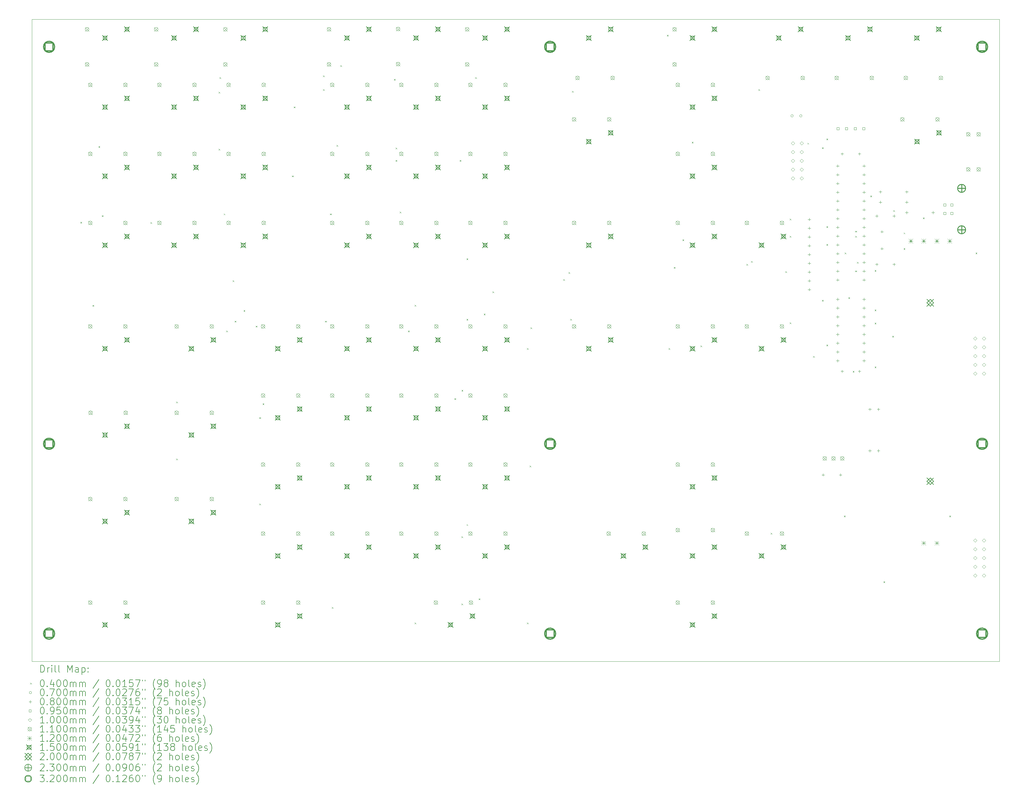
<source format=gbr>
%TF.GenerationSoftware,KiCad,Pcbnew,7.0.5*%
%TF.CreationDate,2023-09-10T17:56:08+02:00*%
%TF.ProjectId,CMD_Board,434d445f-426f-4617-9264-2e6b69636164,rev?*%
%TF.SameCoordinates,Original*%
%TF.FileFunction,Drillmap*%
%TF.FilePolarity,Positive*%
%FSLAX45Y45*%
G04 Gerber Fmt 4.5, Leading zero omitted, Abs format (unit mm)*
G04 Created by KiCad (PCBNEW 7.0.5) date 2023-09-10 17:56:08*
%MOMM*%
%LPD*%
G01*
G04 APERTURE LIST*
%ADD10C,0.100000*%
%ADD11C,0.200000*%
%ADD12C,0.040000*%
%ADD13C,0.070000*%
%ADD14C,0.080000*%
%ADD15C,0.095000*%
%ADD16C,0.110000*%
%ADD17C,0.120000*%
%ADD18C,0.150000*%
%ADD19C,0.230000*%
%ADD20C,0.320000*%
G04 APERTURE END LIST*
D10*
X4000000Y-1200000D02*
X32000000Y-1200000D01*
X32000000Y-19800000D01*
X4000000Y-19800000D01*
X4000000Y-1200000D01*
D11*
D12*
X5404000Y-7068000D02*
X5444000Y-7108000D01*
X5444000Y-7068000D02*
X5404000Y-7108000D01*
X5757550Y-9480000D02*
X5797550Y-9520000D01*
X5797550Y-9480000D02*
X5757550Y-9520000D01*
X5930000Y-4880000D02*
X5970000Y-4920000D01*
X5970000Y-4880000D02*
X5930000Y-4920000D01*
X6030000Y-6880000D02*
X6070000Y-6920000D01*
X6070000Y-6880000D02*
X6030000Y-6920000D01*
X7430000Y-7080000D02*
X7470000Y-7120000D01*
X7470000Y-7080000D02*
X7430000Y-7120000D01*
X8180000Y-12280000D02*
X8220000Y-12320000D01*
X8220000Y-12280000D02*
X8180000Y-12320000D01*
X8180000Y-13930000D02*
X8220000Y-13970000D01*
X8220000Y-13930000D02*
X8180000Y-13970000D01*
X9407550Y-3302450D02*
X9447550Y-3342450D01*
X9447550Y-3302450D02*
X9407550Y-3342450D01*
X9407550Y-4952450D02*
X9447550Y-4992450D01*
X9447550Y-4952450D02*
X9407550Y-4992450D01*
X9430000Y-2880000D02*
X9470000Y-2920000D01*
X9470000Y-2880000D02*
X9430000Y-2920000D01*
X9552450Y-6830000D02*
X9592450Y-6870000D01*
X9592450Y-6830000D02*
X9552450Y-6870000D01*
X9622451Y-10222451D02*
X9662451Y-10262451D01*
X9662451Y-10222451D02*
X9622451Y-10262451D01*
X9814451Y-8764451D02*
X9854451Y-8804451D01*
X9854451Y-8764451D02*
X9814451Y-8804451D01*
X9872451Y-9937549D02*
X9912451Y-9977549D01*
X9912451Y-9937549D02*
X9872451Y-9977549D01*
X10130000Y-9630000D02*
X10170000Y-9670000D01*
X10170000Y-9630000D02*
X10130000Y-9670000D01*
X10480000Y-10080000D02*
X10520000Y-10120000D01*
X10520000Y-10080000D02*
X10480000Y-10120000D01*
X10580000Y-12730000D02*
X10620000Y-12770000D01*
X10620000Y-12730000D02*
X10580000Y-12770000D01*
X10580000Y-15230000D02*
X10620000Y-15270000D01*
X10620000Y-15230000D02*
X10580000Y-15270000D01*
X10680000Y-12330000D02*
X10720000Y-12370000D01*
X10720000Y-12330000D02*
X10680000Y-12370000D01*
X11530000Y-5730000D02*
X11570000Y-5770000D01*
X11570000Y-5730000D02*
X11530000Y-5770000D01*
X11580000Y-3730000D02*
X11620000Y-3770000D01*
X11620000Y-3730000D02*
X11580000Y-3770000D01*
X12430000Y-2830000D02*
X12470000Y-2870000D01*
X12470000Y-2830000D02*
X12430000Y-2870000D01*
X12430000Y-3230000D02*
X12470000Y-3270000D01*
X12470000Y-3230000D02*
X12430000Y-3270000D01*
X12487549Y-9937549D02*
X12527549Y-9977549D01*
X12527549Y-9937549D02*
X12487549Y-9977549D01*
X12630000Y-6830000D02*
X12670000Y-6870000D01*
X12670000Y-6830000D02*
X12630000Y-6870000D01*
X12680000Y-18230000D02*
X12720000Y-18270000D01*
X12720000Y-18230000D02*
X12680000Y-18270000D01*
X12814451Y-4845549D02*
X12854451Y-4885549D01*
X12854451Y-4845549D02*
X12814451Y-4885549D01*
X12930000Y-2530000D02*
X12970000Y-2570000D01*
X12970000Y-2530000D02*
X12930000Y-2570000D01*
X14480000Y-2930000D02*
X14520000Y-2970000D01*
X14520000Y-2930000D02*
X14480000Y-2970000D01*
X14524549Y-4923187D02*
X14564549Y-4963187D01*
X14564549Y-4923187D02*
X14524549Y-4963187D01*
X14530000Y-5280000D02*
X14570000Y-5320000D01*
X14570000Y-5280000D02*
X14530000Y-5320000D01*
X14644502Y-6772000D02*
X14684502Y-6812000D01*
X14684502Y-6772000D02*
X14644502Y-6812000D01*
X14887549Y-10222451D02*
X14927549Y-10262451D01*
X14927549Y-10222451D02*
X14887549Y-10262451D01*
X15080000Y-9474050D02*
X15120000Y-9514050D01*
X15120000Y-9474050D02*
X15080000Y-9514050D01*
X15080000Y-18680000D02*
X15120000Y-18720000D01*
X15120000Y-18680000D02*
X15080000Y-18720000D01*
X16230000Y-12180000D02*
X16270000Y-12220000D01*
X16270000Y-12180000D02*
X16230000Y-12220000D01*
X16380000Y-5280000D02*
X16420000Y-5320000D01*
X16420000Y-5280000D02*
X16380000Y-5320000D01*
X16430000Y-16180000D02*
X16470000Y-16220000D01*
X16470000Y-16180000D02*
X16430000Y-16220000D01*
X16430000Y-18130000D02*
X16470000Y-18170000D01*
X16470000Y-18130000D02*
X16430000Y-18170000D01*
X16437549Y-11937549D02*
X16477549Y-11977549D01*
X16477549Y-11937549D02*
X16437549Y-11977549D01*
X16580000Y-8130000D02*
X16620000Y-8170000D01*
X16620000Y-8130000D02*
X16580000Y-8170000D01*
X16580000Y-9880000D02*
X16620000Y-9920000D01*
X16620000Y-9880000D02*
X16580000Y-9920000D01*
X16580000Y-15830000D02*
X16620000Y-15870000D01*
X16620000Y-15830000D02*
X16580000Y-15870000D01*
X16830000Y-2880000D02*
X16870000Y-2920000D01*
X16870000Y-2880000D02*
X16830000Y-2920000D01*
X16930000Y-17980000D02*
X16970000Y-18020000D01*
X16970000Y-17980000D02*
X16930000Y-18020000D01*
X17080000Y-9730000D02*
X17120000Y-9770000D01*
X17120000Y-9730000D02*
X17080000Y-9770000D01*
X17330000Y-9084450D02*
X17370000Y-9124450D01*
X17370000Y-9084450D02*
X17330000Y-9124450D01*
X18330000Y-10730000D02*
X18370000Y-10770000D01*
X18370000Y-10730000D02*
X18330000Y-10770000D01*
X18330000Y-18680000D02*
X18370000Y-18720000D01*
X18370000Y-18680000D02*
X18330000Y-18720000D01*
X18402450Y-14130000D02*
X18442450Y-14170000D01*
X18442450Y-14130000D02*
X18402450Y-14170000D01*
X18430000Y-10130000D02*
X18470000Y-10170000D01*
X18470000Y-10130000D02*
X18430000Y-10170000D01*
X19380000Y-8730000D02*
X19420000Y-8770000D01*
X19420000Y-8730000D02*
X19380000Y-8770000D01*
X19530000Y-8530000D02*
X19570000Y-8570000D01*
X19570000Y-8530000D02*
X19530000Y-8570000D01*
X19580000Y-9880000D02*
X19620000Y-9920000D01*
X19620000Y-9880000D02*
X19580000Y-9920000D01*
X19630000Y-3280000D02*
X19670000Y-3320000D01*
X19670000Y-3280000D02*
X19630000Y-3320000D01*
X22380000Y-1653550D02*
X22420000Y-1693550D01*
X22420000Y-1653550D02*
X22380000Y-1693550D01*
X22430000Y-10730000D02*
X22470000Y-10770000D01*
X22470000Y-10730000D02*
X22430000Y-10770000D01*
X22580000Y-8380000D02*
X22620000Y-8420000D01*
X22620000Y-8380000D02*
X22580000Y-8420000D01*
X22830000Y-7580000D02*
X22870000Y-7620000D01*
X22870000Y-7580000D02*
X22830000Y-7620000D01*
X23099000Y-4749000D02*
X23139000Y-4789000D01*
X23139000Y-4749000D02*
X23099000Y-4789000D01*
X23349218Y-10653550D02*
X23389218Y-10693550D01*
X23389218Y-10653550D02*
X23349218Y-10693550D01*
X24680000Y-8289902D02*
X24720000Y-8329902D01*
X24720000Y-8289902D02*
X24680000Y-8329902D01*
X24817452Y-8207550D02*
X24857452Y-8247550D01*
X24857452Y-8207550D02*
X24817452Y-8247550D01*
X25027230Y-3227230D02*
X25067230Y-3267230D01*
X25067230Y-3227230D02*
X25027230Y-3267230D01*
X25380000Y-16080000D02*
X25420000Y-16120000D01*
X25420000Y-16080000D02*
X25380000Y-16120000D01*
X25806000Y-8504000D02*
X25846000Y-8544000D01*
X25846000Y-8504000D02*
X25806000Y-8544000D01*
X25930000Y-6980000D02*
X25970000Y-7020000D01*
X25970000Y-6980000D02*
X25930000Y-7020000D01*
X25930000Y-7480000D02*
X25970000Y-7520000D01*
X25970000Y-7480000D02*
X25930000Y-7520000D01*
X25930000Y-9985402D02*
X25970000Y-10025402D01*
X25970000Y-9985402D02*
X25930000Y-10025402D01*
X26445151Y-4780000D02*
X26485151Y-4820000D01*
X26485151Y-4780000D02*
X26445151Y-4820000D01*
X26608048Y-10958048D02*
X26648048Y-10998048D01*
X26648048Y-10958048D02*
X26608048Y-10998048D01*
X26867000Y-4909000D02*
X26907000Y-4949000D01*
X26907000Y-4909000D02*
X26867000Y-4949000D01*
X26867000Y-9332502D02*
X26907000Y-9372502D01*
X26907000Y-9332502D02*
X26867000Y-9372502D01*
X26994000Y-4655000D02*
X27034000Y-4695000D01*
X27034000Y-4655000D02*
X26994000Y-4695000D01*
X26994000Y-7195000D02*
X27034000Y-7235000D01*
X27034000Y-7195000D02*
X26994000Y-7235000D01*
X26994000Y-7716000D02*
X27034000Y-7756000D01*
X27034000Y-7716000D02*
X26994000Y-7756000D01*
X26994000Y-10624000D02*
X27034000Y-10664000D01*
X27034000Y-10624000D02*
X26994000Y-10664000D01*
X27502000Y-15577000D02*
X27542000Y-15617000D01*
X27542000Y-15577000D02*
X27502000Y-15617000D01*
X27525402Y-7957000D02*
X27565402Y-7997000D01*
X27565402Y-7957000D02*
X27525402Y-7997000D01*
X27629000Y-9252450D02*
X27669000Y-9292450D01*
X27669000Y-9252450D02*
X27629000Y-9292450D01*
X27756000Y-11386000D02*
X27796000Y-11426000D01*
X27796000Y-11386000D02*
X27756000Y-11426000D01*
X27830000Y-7330000D02*
X27870000Y-7370000D01*
X27870000Y-7330000D02*
X27830000Y-7370000D01*
X27830000Y-7480000D02*
X27870000Y-7520000D01*
X27870000Y-7480000D02*
X27830000Y-7520000D01*
X27830000Y-8480000D02*
X27870000Y-8520000D01*
X27870000Y-8480000D02*
X27830000Y-8520000D01*
X27880000Y-8230000D02*
X27920000Y-8270000D01*
X27920000Y-8230000D02*
X27880000Y-8270000D01*
X28264000Y-6306000D02*
X28304000Y-6346000D01*
X28304000Y-6306000D02*
X28264000Y-6346000D01*
X28391000Y-8465000D02*
X28431000Y-8505000D01*
X28431000Y-8465000D02*
X28391000Y-8505000D01*
X28391000Y-9608000D02*
X28431000Y-9648000D01*
X28431000Y-9608000D02*
X28391000Y-9648000D01*
X28391000Y-9989000D02*
X28431000Y-10029000D01*
X28431000Y-9989000D02*
X28391000Y-10029000D01*
X28391000Y-11259000D02*
X28431000Y-11299000D01*
X28431000Y-11259000D02*
X28391000Y-11299000D01*
X28645000Y-17482000D02*
X28685000Y-17522000D01*
X28685000Y-17482000D02*
X28645000Y-17522000D01*
X28899000Y-10370000D02*
X28939000Y-10410000D01*
X28939000Y-10370000D02*
X28899000Y-10410000D01*
X28930000Y-6730000D02*
X28970000Y-6770000D01*
X28970000Y-6730000D02*
X28930000Y-6770000D01*
X29230000Y-7380000D02*
X29270000Y-7420000D01*
X29270000Y-7380000D02*
X29230000Y-7420000D01*
X29230000Y-7830000D02*
X29270000Y-7870000D01*
X29270000Y-7830000D02*
X29230000Y-7870000D01*
X29788000Y-6941000D02*
X29828000Y-6981000D01*
X29828000Y-6941000D02*
X29788000Y-6981000D01*
X30550000Y-15577000D02*
X30590000Y-15617000D01*
X30590000Y-15577000D02*
X30550000Y-15617000D01*
X31312000Y-7957000D02*
X31352000Y-7997000D01*
X31352000Y-7957000D02*
X31312000Y-7997000D01*
D13*
X26035000Y-4000000D02*
G75*
G03*
X26035000Y-4000000I-35000J0D01*
G01*
X26289000Y-4000000D02*
G75*
G03*
X26289000Y-4000000I-35000J0D01*
G01*
D14*
X26500000Y-6960000D02*
X26500000Y-7040000D01*
X26460000Y-7000000D02*
X26540000Y-7000000D01*
X26500000Y-7214000D02*
X26500000Y-7294000D01*
X26460000Y-7254000D02*
X26540000Y-7254000D01*
X26500000Y-7468000D02*
X26500000Y-7548000D01*
X26460000Y-7508000D02*
X26540000Y-7508000D01*
X26500000Y-7722000D02*
X26500000Y-7802000D01*
X26460000Y-7762000D02*
X26540000Y-7762000D01*
X26500000Y-7976000D02*
X26500000Y-8056000D01*
X26460000Y-8016000D02*
X26540000Y-8016000D01*
X26500000Y-8230000D02*
X26500000Y-8310000D01*
X26460000Y-8270000D02*
X26540000Y-8270000D01*
X26500000Y-8484000D02*
X26500000Y-8564000D01*
X26460000Y-8524000D02*
X26540000Y-8524000D01*
X26500000Y-8738000D02*
X26500000Y-8818000D01*
X26460000Y-8778000D02*
X26540000Y-8778000D01*
X26500000Y-8992000D02*
X26500000Y-9072000D01*
X26460000Y-9032000D02*
X26540000Y-9032000D01*
X26900000Y-14360000D02*
X26900000Y-14440000D01*
X26860000Y-14400000D02*
X26940000Y-14400000D01*
X27318000Y-9272500D02*
X27318000Y-9352500D01*
X27278000Y-9312500D02*
X27358000Y-9312500D01*
X27318000Y-9526500D02*
X27318000Y-9606500D01*
X27278000Y-9566500D02*
X27358000Y-9566500D01*
X27318000Y-9780500D02*
X27318000Y-9860500D01*
X27278000Y-9820500D02*
X27358000Y-9820500D01*
X27318000Y-10034500D02*
X27318000Y-10114500D01*
X27278000Y-10074500D02*
X27358000Y-10074500D01*
X27318000Y-10288500D02*
X27318000Y-10368500D01*
X27278000Y-10328500D02*
X27358000Y-10328500D01*
X27318000Y-10542500D02*
X27318000Y-10622500D01*
X27278000Y-10582500D02*
X27358000Y-10582500D01*
X27318000Y-10796500D02*
X27318000Y-10876500D01*
X27278000Y-10836500D02*
X27358000Y-10836500D01*
X27318000Y-11050500D02*
X27318000Y-11130500D01*
X27278000Y-11090500D02*
X27358000Y-11090500D01*
X27320500Y-5410000D02*
X27320500Y-5490000D01*
X27280500Y-5450000D02*
X27360500Y-5450000D01*
X27320500Y-5664000D02*
X27320500Y-5744000D01*
X27280500Y-5704000D02*
X27360500Y-5704000D01*
X27320500Y-5918000D02*
X27320500Y-5998000D01*
X27280500Y-5958000D02*
X27360500Y-5958000D01*
X27320500Y-6172000D02*
X27320500Y-6252000D01*
X27280500Y-6212000D02*
X27360500Y-6212000D01*
X27320500Y-6426000D02*
X27320500Y-6506000D01*
X27280500Y-6466000D02*
X27360500Y-6466000D01*
X27320500Y-6680000D02*
X27320500Y-6760000D01*
X27280500Y-6720000D02*
X27360500Y-6720000D01*
X27320500Y-6934000D02*
X27320500Y-7014000D01*
X27280500Y-6974000D02*
X27360500Y-6974000D01*
X27320500Y-7188000D02*
X27320500Y-7268000D01*
X27280500Y-7228000D02*
X27360500Y-7228000D01*
X27320500Y-7442000D02*
X27320500Y-7522000D01*
X27280500Y-7482000D02*
X27360500Y-7482000D01*
X27320500Y-7696000D02*
X27320500Y-7776000D01*
X27280500Y-7736000D02*
X27360500Y-7736000D01*
X27320500Y-7950000D02*
X27320500Y-8030000D01*
X27280500Y-7990000D02*
X27360500Y-7990000D01*
X27320500Y-8204000D02*
X27320500Y-8284000D01*
X27280500Y-8244000D02*
X27360500Y-8244000D01*
X27320500Y-8458000D02*
X27320500Y-8538000D01*
X27280500Y-8498000D02*
X27360500Y-8498000D01*
X27320500Y-8712000D02*
X27320500Y-8792000D01*
X27280500Y-8752000D02*
X27360500Y-8752000D01*
X27400000Y-14360000D02*
X27400000Y-14440000D01*
X27360000Y-14400000D02*
X27440000Y-14400000D01*
X27450000Y-5060000D02*
X27450000Y-5140000D01*
X27410000Y-5100000D02*
X27490000Y-5100000D01*
X27450000Y-11360000D02*
X27450000Y-11440000D01*
X27410000Y-11400000D02*
X27490000Y-11400000D01*
X27950000Y-5060000D02*
X27950000Y-5140000D01*
X27910000Y-5100000D02*
X27990000Y-5100000D01*
X27950000Y-11360000D02*
X27950000Y-11440000D01*
X27910000Y-11400000D02*
X27990000Y-11400000D01*
X28080000Y-9272500D02*
X28080000Y-9352500D01*
X28040000Y-9312500D02*
X28120000Y-9312500D01*
X28080000Y-9526500D02*
X28080000Y-9606500D01*
X28040000Y-9566500D02*
X28120000Y-9566500D01*
X28080000Y-9780500D02*
X28080000Y-9860500D01*
X28040000Y-9820500D02*
X28120000Y-9820500D01*
X28080000Y-10034500D02*
X28080000Y-10114500D01*
X28040000Y-10074500D02*
X28120000Y-10074500D01*
X28080000Y-10288500D02*
X28080000Y-10368500D01*
X28040000Y-10328500D02*
X28120000Y-10328500D01*
X28080000Y-10542500D02*
X28080000Y-10622500D01*
X28040000Y-10582500D02*
X28120000Y-10582500D01*
X28080000Y-10796500D02*
X28080000Y-10876500D01*
X28040000Y-10836500D02*
X28120000Y-10836500D01*
X28080000Y-11050500D02*
X28080000Y-11130500D01*
X28040000Y-11090500D02*
X28120000Y-11090500D01*
X28082500Y-5410000D02*
X28082500Y-5490000D01*
X28042500Y-5450000D02*
X28122500Y-5450000D01*
X28082500Y-5664000D02*
X28082500Y-5744000D01*
X28042500Y-5704000D02*
X28122500Y-5704000D01*
X28082500Y-5918000D02*
X28082500Y-5998000D01*
X28042500Y-5958000D02*
X28122500Y-5958000D01*
X28082500Y-6172000D02*
X28082500Y-6252000D01*
X28042500Y-6212000D02*
X28122500Y-6212000D01*
X28082500Y-6426000D02*
X28082500Y-6506000D01*
X28042500Y-6466000D02*
X28122500Y-6466000D01*
X28082500Y-6680000D02*
X28082500Y-6760000D01*
X28042500Y-6720000D02*
X28122500Y-6720000D01*
X28082500Y-6934000D02*
X28082500Y-7014000D01*
X28042500Y-6974000D02*
X28122500Y-6974000D01*
X28082500Y-7188000D02*
X28082500Y-7268000D01*
X28042500Y-7228000D02*
X28122500Y-7228000D01*
X28082500Y-7442000D02*
X28082500Y-7522000D01*
X28042500Y-7482000D02*
X28122500Y-7482000D01*
X28082500Y-7696000D02*
X28082500Y-7776000D01*
X28042500Y-7736000D02*
X28122500Y-7736000D01*
X28082500Y-7950000D02*
X28082500Y-8030000D01*
X28042500Y-7990000D02*
X28122500Y-7990000D01*
X28082500Y-8204000D02*
X28082500Y-8284000D01*
X28042500Y-8244000D02*
X28122500Y-8244000D01*
X28082500Y-8458000D02*
X28082500Y-8538000D01*
X28042500Y-8498000D02*
X28122500Y-8498000D01*
X28082500Y-8712000D02*
X28082500Y-8792000D01*
X28042500Y-8752000D02*
X28122500Y-8752000D01*
X28250000Y-12460000D02*
X28250000Y-12540000D01*
X28210000Y-12500000D02*
X28290000Y-12500000D01*
X28250000Y-13660000D02*
X28250000Y-13740000D01*
X28210000Y-13700000D02*
X28290000Y-13700000D01*
X28450000Y-6860000D02*
X28450000Y-6940000D01*
X28410000Y-6900000D02*
X28490000Y-6900000D01*
X28450000Y-8260000D02*
X28450000Y-8340000D01*
X28410000Y-8300000D02*
X28490000Y-8300000D01*
X28500000Y-12460000D02*
X28500000Y-12540000D01*
X28460000Y-12500000D02*
X28540000Y-12500000D01*
X28500000Y-13660000D02*
X28500000Y-13740000D01*
X28460000Y-13700000D02*
X28540000Y-13700000D01*
X28557000Y-6160000D02*
X28557000Y-6240000D01*
X28517000Y-6200000D02*
X28597000Y-6200000D01*
X28557000Y-6460000D02*
X28557000Y-6540000D01*
X28517000Y-6500000D02*
X28597000Y-6500000D01*
X28600000Y-7315000D02*
X28600000Y-7395000D01*
X28560000Y-7355000D02*
X28640000Y-7355000D01*
X28600000Y-7805000D02*
X28600000Y-7885000D01*
X28560000Y-7845000D02*
X28640000Y-7845000D01*
X28950000Y-6860000D02*
X28950000Y-6940000D01*
X28910000Y-6900000D02*
X28990000Y-6900000D01*
X28950000Y-8260000D02*
X28950000Y-8340000D01*
X28910000Y-8300000D02*
X28990000Y-8300000D01*
X29319000Y-6160000D02*
X29319000Y-6240000D01*
X29279000Y-6200000D02*
X29359000Y-6200000D01*
X29319000Y-6460000D02*
X29319000Y-6540000D01*
X29279000Y-6500000D02*
X29359000Y-6500000D01*
X29319000Y-6760000D02*
X29319000Y-6840000D01*
X29279000Y-6800000D02*
X29359000Y-6800000D01*
X30081000Y-6760000D02*
X30081000Y-6840000D01*
X30041000Y-6800000D02*
X30121000Y-6800000D01*
D15*
X27358588Y-4403588D02*
X27358588Y-4336412D01*
X27291412Y-4336412D01*
X27291412Y-4403588D01*
X27358588Y-4403588D01*
X27608588Y-4403588D02*
X27608588Y-4336412D01*
X27541412Y-4336412D01*
X27541412Y-4403588D01*
X27608588Y-4403588D01*
X27858588Y-4403588D02*
X27858588Y-4336412D01*
X27791412Y-4336412D01*
X27791412Y-4403588D01*
X27858588Y-4403588D01*
X28108588Y-4403588D02*
X28108588Y-4336412D01*
X28041412Y-4336412D01*
X28041412Y-4403588D01*
X28108588Y-4403588D01*
X30454838Y-6608588D02*
X30454838Y-6541412D01*
X30387662Y-6541412D01*
X30387662Y-6608588D01*
X30454838Y-6608588D01*
X30454838Y-6858588D02*
X30454838Y-6791412D01*
X30387662Y-6791412D01*
X30387662Y-6858588D01*
X30454838Y-6858588D01*
X30654838Y-6608588D02*
X30654838Y-6541412D01*
X30587662Y-6541412D01*
X30587662Y-6608588D01*
X30654838Y-6608588D01*
X30654838Y-6858588D02*
X30654838Y-6791412D01*
X30587662Y-6791412D01*
X30587662Y-6858588D01*
X30654838Y-6858588D01*
D10*
X26021250Y-4842000D02*
X26071250Y-4792000D01*
X26021250Y-4742000D01*
X25971250Y-4792000D01*
X26021250Y-4842000D01*
X26021250Y-5096000D02*
X26071250Y-5046000D01*
X26021250Y-4996000D01*
X25971250Y-5046000D01*
X26021250Y-5096000D01*
X26021250Y-5350000D02*
X26071250Y-5300000D01*
X26021250Y-5250000D01*
X25971250Y-5300000D01*
X26021250Y-5350000D01*
X26021250Y-5604000D02*
X26071250Y-5554000D01*
X26021250Y-5504000D01*
X25971250Y-5554000D01*
X26021250Y-5604000D01*
X26021250Y-5858000D02*
X26071250Y-5808000D01*
X26021250Y-5758000D01*
X25971250Y-5808000D01*
X26021250Y-5858000D01*
X26275250Y-4842000D02*
X26325250Y-4792000D01*
X26275250Y-4742000D01*
X26225250Y-4792000D01*
X26275250Y-4842000D01*
X26275250Y-5096000D02*
X26325250Y-5046000D01*
X26275250Y-4996000D01*
X26225250Y-5046000D01*
X26275250Y-5096000D01*
X26275250Y-5350000D02*
X26325250Y-5300000D01*
X26275250Y-5250000D01*
X26225250Y-5300000D01*
X26275250Y-5350000D01*
X26275250Y-5604000D02*
X26325250Y-5554000D01*
X26275250Y-5504000D01*
X26225250Y-5554000D01*
X26275250Y-5604000D01*
X26275250Y-5858000D02*
X26325250Y-5808000D01*
X26275250Y-5758000D01*
X26225250Y-5808000D01*
X26275250Y-5858000D01*
X31296000Y-10500000D02*
X31346000Y-10450000D01*
X31296000Y-10400000D01*
X31246000Y-10450000D01*
X31296000Y-10500000D01*
X31296000Y-10754000D02*
X31346000Y-10704000D01*
X31296000Y-10654000D01*
X31246000Y-10704000D01*
X31296000Y-10754000D01*
X31296000Y-11008000D02*
X31346000Y-10958000D01*
X31296000Y-10908000D01*
X31246000Y-10958000D01*
X31296000Y-11008000D01*
X31296000Y-11262000D02*
X31346000Y-11212000D01*
X31296000Y-11162000D01*
X31246000Y-11212000D01*
X31296000Y-11262000D01*
X31296000Y-11516000D02*
X31346000Y-11466000D01*
X31296000Y-11416000D01*
X31246000Y-11466000D01*
X31296000Y-11516000D01*
X31296000Y-16350000D02*
X31346000Y-16300000D01*
X31296000Y-16250000D01*
X31246000Y-16300000D01*
X31296000Y-16350000D01*
X31296000Y-16604000D02*
X31346000Y-16554000D01*
X31296000Y-16504000D01*
X31246000Y-16554000D01*
X31296000Y-16604000D01*
X31296000Y-16858000D02*
X31346000Y-16808000D01*
X31296000Y-16758000D01*
X31246000Y-16808000D01*
X31296000Y-16858000D01*
X31296000Y-17112000D02*
X31346000Y-17062000D01*
X31296000Y-17012000D01*
X31246000Y-17062000D01*
X31296000Y-17112000D01*
X31296000Y-17366000D02*
X31346000Y-17316000D01*
X31296000Y-17266000D01*
X31246000Y-17316000D01*
X31296000Y-17366000D01*
X31550000Y-10500000D02*
X31600000Y-10450000D01*
X31550000Y-10400000D01*
X31500000Y-10450000D01*
X31550000Y-10500000D01*
X31550000Y-10754000D02*
X31600000Y-10704000D01*
X31550000Y-10654000D01*
X31500000Y-10704000D01*
X31550000Y-10754000D01*
X31550000Y-11008000D02*
X31600000Y-10958000D01*
X31550000Y-10908000D01*
X31500000Y-10958000D01*
X31550000Y-11008000D01*
X31550000Y-11262000D02*
X31600000Y-11212000D01*
X31550000Y-11162000D01*
X31500000Y-11212000D01*
X31550000Y-11262000D01*
X31550000Y-11516000D02*
X31600000Y-11466000D01*
X31550000Y-11416000D01*
X31500000Y-11466000D01*
X31550000Y-11516000D01*
X31550000Y-16350000D02*
X31600000Y-16300000D01*
X31550000Y-16250000D01*
X31500000Y-16300000D01*
X31550000Y-16350000D01*
X31550000Y-16604000D02*
X31600000Y-16554000D01*
X31550000Y-16504000D01*
X31500000Y-16554000D01*
X31550000Y-16604000D01*
X31550000Y-16858000D02*
X31600000Y-16808000D01*
X31550000Y-16758000D01*
X31500000Y-16808000D01*
X31550000Y-16858000D01*
X31550000Y-17112000D02*
X31600000Y-17062000D01*
X31550000Y-17012000D01*
X31500000Y-17062000D01*
X31550000Y-17112000D01*
X31550000Y-17366000D02*
X31600000Y-17316000D01*
X31550000Y-17266000D01*
X31500000Y-17316000D01*
X31550000Y-17366000D01*
D16*
X5545000Y-1437000D02*
X5655000Y-1547000D01*
X5655000Y-1437000D02*
X5545000Y-1547000D01*
X5655000Y-1492000D02*
G75*
G03*
X5655000Y-1492000I-55000J0D01*
G01*
X5545000Y-2453000D02*
X5655000Y-2563000D01*
X5655000Y-2453000D02*
X5545000Y-2563000D01*
X5655000Y-2508000D02*
G75*
G03*
X5655000Y-2508000I-55000J0D01*
G01*
X5637000Y-3045000D02*
X5747000Y-3155000D01*
X5747000Y-3045000D02*
X5637000Y-3155000D01*
X5747000Y-3100000D02*
G75*
G03*
X5747000Y-3100000I-55000J0D01*
G01*
X5637000Y-5045000D02*
X5747000Y-5155000D01*
X5747000Y-5045000D02*
X5637000Y-5155000D01*
X5747000Y-5100000D02*
G75*
G03*
X5747000Y-5100000I-55000J0D01*
G01*
X5637000Y-7045000D02*
X5747000Y-7155000D01*
X5747000Y-7045000D02*
X5637000Y-7155000D01*
X5747000Y-7100000D02*
G75*
G03*
X5747000Y-7100000I-55000J0D01*
G01*
X5637000Y-10045000D02*
X5747000Y-10155000D01*
X5747000Y-10045000D02*
X5637000Y-10155000D01*
X5747000Y-10100000D02*
G75*
G03*
X5747000Y-10100000I-55000J0D01*
G01*
X5637000Y-15045000D02*
X5747000Y-15155000D01*
X5747000Y-15045000D02*
X5637000Y-15155000D01*
X5747000Y-15100000D02*
G75*
G03*
X5747000Y-15100000I-55000J0D01*
G01*
X5637000Y-18045000D02*
X5747000Y-18155000D01*
X5747000Y-18045000D02*
X5637000Y-18155000D01*
X5747000Y-18100000D02*
G75*
G03*
X5747000Y-18100000I-55000J0D01*
G01*
X5645000Y-12545000D02*
X5755000Y-12655000D01*
X5755000Y-12545000D02*
X5645000Y-12655000D01*
X5755000Y-12600000D02*
G75*
G03*
X5755000Y-12600000I-55000J0D01*
G01*
X6653000Y-3045000D02*
X6763000Y-3155000D01*
X6763000Y-3045000D02*
X6653000Y-3155000D01*
X6763000Y-3100000D02*
G75*
G03*
X6763000Y-3100000I-55000J0D01*
G01*
X6653000Y-5045000D02*
X6763000Y-5155000D01*
X6763000Y-5045000D02*
X6653000Y-5155000D01*
X6763000Y-5100000D02*
G75*
G03*
X6763000Y-5100000I-55000J0D01*
G01*
X6653000Y-7045000D02*
X6763000Y-7155000D01*
X6763000Y-7045000D02*
X6653000Y-7155000D01*
X6763000Y-7100000D02*
G75*
G03*
X6763000Y-7100000I-55000J0D01*
G01*
X6653000Y-10045000D02*
X6763000Y-10155000D01*
X6763000Y-10045000D02*
X6653000Y-10155000D01*
X6763000Y-10100000D02*
G75*
G03*
X6763000Y-10100000I-55000J0D01*
G01*
X6653000Y-15045000D02*
X6763000Y-15155000D01*
X6763000Y-15045000D02*
X6653000Y-15155000D01*
X6763000Y-15100000D02*
G75*
G03*
X6763000Y-15100000I-55000J0D01*
G01*
X6653000Y-18045000D02*
X6763000Y-18155000D01*
X6763000Y-18045000D02*
X6653000Y-18155000D01*
X6763000Y-18100000D02*
G75*
G03*
X6763000Y-18100000I-55000J0D01*
G01*
X6661000Y-12545000D02*
X6771000Y-12655000D01*
X6771000Y-12545000D02*
X6661000Y-12655000D01*
X6771000Y-12600000D02*
G75*
G03*
X6771000Y-12600000I-55000J0D01*
G01*
X7545000Y-1437000D02*
X7655000Y-1547000D01*
X7655000Y-1437000D02*
X7545000Y-1547000D01*
X7655000Y-1492000D02*
G75*
G03*
X7655000Y-1492000I-55000J0D01*
G01*
X7545000Y-2453000D02*
X7655000Y-2563000D01*
X7655000Y-2453000D02*
X7545000Y-2563000D01*
X7655000Y-2508000D02*
G75*
G03*
X7655000Y-2508000I-55000J0D01*
G01*
X7637000Y-3045000D02*
X7747000Y-3155000D01*
X7747000Y-3045000D02*
X7637000Y-3155000D01*
X7747000Y-3100000D02*
G75*
G03*
X7747000Y-3100000I-55000J0D01*
G01*
X7637000Y-5045000D02*
X7747000Y-5155000D01*
X7747000Y-5045000D02*
X7637000Y-5155000D01*
X7747000Y-5100000D02*
G75*
G03*
X7747000Y-5100000I-55000J0D01*
G01*
X7637000Y-7045000D02*
X7747000Y-7155000D01*
X7747000Y-7045000D02*
X7637000Y-7155000D01*
X7747000Y-7100000D02*
G75*
G03*
X7747000Y-7100000I-55000J0D01*
G01*
X8137000Y-10045000D02*
X8247000Y-10155000D01*
X8247000Y-10045000D02*
X8137000Y-10155000D01*
X8247000Y-10100000D02*
G75*
G03*
X8247000Y-10100000I-55000J0D01*
G01*
X8137000Y-12545000D02*
X8247000Y-12655000D01*
X8247000Y-12545000D02*
X8137000Y-12655000D01*
X8247000Y-12600000D02*
G75*
G03*
X8247000Y-12600000I-55000J0D01*
G01*
X8137000Y-15045000D02*
X8247000Y-15155000D01*
X8247000Y-15045000D02*
X8137000Y-15155000D01*
X8247000Y-15100000D02*
G75*
G03*
X8247000Y-15100000I-55000J0D01*
G01*
X8653000Y-3045000D02*
X8763000Y-3155000D01*
X8763000Y-3045000D02*
X8653000Y-3155000D01*
X8763000Y-3100000D02*
G75*
G03*
X8763000Y-3100000I-55000J0D01*
G01*
X8653000Y-5045000D02*
X8763000Y-5155000D01*
X8763000Y-5045000D02*
X8653000Y-5155000D01*
X8763000Y-5100000D02*
G75*
G03*
X8763000Y-5100000I-55000J0D01*
G01*
X8653000Y-7045000D02*
X8763000Y-7155000D01*
X8763000Y-7045000D02*
X8653000Y-7155000D01*
X8763000Y-7100000D02*
G75*
G03*
X8763000Y-7100000I-55000J0D01*
G01*
X9153000Y-10045000D02*
X9263000Y-10155000D01*
X9263000Y-10045000D02*
X9153000Y-10155000D01*
X9263000Y-10100000D02*
G75*
G03*
X9263000Y-10100000I-55000J0D01*
G01*
X9153000Y-12545000D02*
X9263000Y-12655000D01*
X9263000Y-12545000D02*
X9153000Y-12655000D01*
X9263000Y-12600000D02*
G75*
G03*
X9263000Y-12600000I-55000J0D01*
G01*
X9153000Y-15045000D02*
X9263000Y-15155000D01*
X9263000Y-15045000D02*
X9153000Y-15155000D01*
X9263000Y-15100000D02*
G75*
G03*
X9263000Y-15100000I-55000J0D01*
G01*
X9545000Y-1437000D02*
X9655000Y-1547000D01*
X9655000Y-1437000D02*
X9545000Y-1547000D01*
X9655000Y-1492000D02*
G75*
G03*
X9655000Y-1492000I-55000J0D01*
G01*
X9545000Y-2453000D02*
X9655000Y-2563000D01*
X9655000Y-2453000D02*
X9545000Y-2563000D01*
X9655000Y-2508000D02*
G75*
G03*
X9655000Y-2508000I-55000J0D01*
G01*
X9637000Y-3045000D02*
X9747000Y-3155000D01*
X9747000Y-3045000D02*
X9637000Y-3155000D01*
X9747000Y-3100000D02*
G75*
G03*
X9747000Y-3100000I-55000J0D01*
G01*
X9637000Y-5045000D02*
X9747000Y-5155000D01*
X9747000Y-5045000D02*
X9637000Y-5155000D01*
X9747000Y-5100000D02*
G75*
G03*
X9747000Y-5100000I-55000J0D01*
G01*
X9637000Y-7045000D02*
X9747000Y-7155000D01*
X9747000Y-7045000D02*
X9637000Y-7155000D01*
X9747000Y-7100000D02*
G75*
G03*
X9747000Y-7100000I-55000J0D01*
G01*
X10637000Y-10045000D02*
X10747000Y-10155000D01*
X10747000Y-10045000D02*
X10637000Y-10155000D01*
X10747000Y-10100000D02*
G75*
G03*
X10747000Y-10100000I-55000J0D01*
G01*
X10637000Y-12045000D02*
X10747000Y-12155000D01*
X10747000Y-12045000D02*
X10637000Y-12155000D01*
X10747000Y-12100000D02*
G75*
G03*
X10747000Y-12100000I-55000J0D01*
G01*
X10637000Y-14045000D02*
X10747000Y-14155000D01*
X10747000Y-14045000D02*
X10637000Y-14155000D01*
X10747000Y-14100000D02*
G75*
G03*
X10747000Y-14100000I-55000J0D01*
G01*
X10637000Y-16045000D02*
X10747000Y-16155000D01*
X10747000Y-16045000D02*
X10637000Y-16155000D01*
X10747000Y-16100000D02*
G75*
G03*
X10747000Y-16100000I-55000J0D01*
G01*
X10637000Y-18045000D02*
X10747000Y-18155000D01*
X10747000Y-18045000D02*
X10637000Y-18155000D01*
X10747000Y-18100000D02*
G75*
G03*
X10747000Y-18100000I-55000J0D01*
G01*
X10653000Y-3045000D02*
X10763000Y-3155000D01*
X10763000Y-3045000D02*
X10653000Y-3155000D01*
X10763000Y-3100000D02*
G75*
G03*
X10763000Y-3100000I-55000J0D01*
G01*
X10653000Y-5045000D02*
X10763000Y-5155000D01*
X10763000Y-5045000D02*
X10653000Y-5155000D01*
X10763000Y-5100000D02*
G75*
G03*
X10763000Y-5100000I-55000J0D01*
G01*
X10653000Y-7045000D02*
X10763000Y-7155000D01*
X10763000Y-7045000D02*
X10653000Y-7155000D01*
X10763000Y-7100000D02*
G75*
G03*
X10763000Y-7100000I-55000J0D01*
G01*
X11653000Y-10045000D02*
X11763000Y-10155000D01*
X11763000Y-10045000D02*
X11653000Y-10155000D01*
X11763000Y-10100000D02*
G75*
G03*
X11763000Y-10100000I-55000J0D01*
G01*
X11653000Y-12045000D02*
X11763000Y-12155000D01*
X11763000Y-12045000D02*
X11653000Y-12155000D01*
X11763000Y-12100000D02*
G75*
G03*
X11763000Y-12100000I-55000J0D01*
G01*
X11653000Y-14045000D02*
X11763000Y-14155000D01*
X11763000Y-14045000D02*
X11653000Y-14155000D01*
X11763000Y-14100000D02*
G75*
G03*
X11763000Y-14100000I-55000J0D01*
G01*
X11653000Y-16045000D02*
X11763000Y-16155000D01*
X11763000Y-16045000D02*
X11653000Y-16155000D01*
X11763000Y-16100000D02*
G75*
G03*
X11763000Y-16100000I-55000J0D01*
G01*
X11653000Y-18045000D02*
X11763000Y-18155000D01*
X11763000Y-18045000D02*
X11653000Y-18155000D01*
X11763000Y-18100000D02*
G75*
G03*
X11763000Y-18100000I-55000J0D01*
G01*
X12545000Y-1437000D02*
X12655000Y-1547000D01*
X12655000Y-1437000D02*
X12545000Y-1547000D01*
X12655000Y-1492000D02*
G75*
G03*
X12655000Y-1492000I-55000J0D01*
G01*
X12545000Y-2453000D02*
X12655000Y-2563000D01*
X12655000Y-2453000D02*
X12545000Y-2563000D01*
X12655000Y-2508000D02*
G75*
G03*
X12655000Y-2508000I-55000J0D01*
G01*
X12637000Y-3045000D02*
X12747000Y-3155000D01*
X12747000Y-3045000D02*
X12637000Y-3155000D01*
X12747000Y-3100000D02*
G75*
G03*
X12747000Y-3100000I-55000J0D01*
G01*
X12637000Y-5045000D02*
X12747000Y-5155000D01*
X12747000Y-5045000D02*
X12637000Y-5155000D01*
X12747000Y-5100000D02*
G75*
G03*
X12747000Y-5100000I-55000J0D01*
G01*
X12637000Y-7045000D02*
X12747000Y-7155000D01*
X12747000Y-7045000D02*
X12637000Y-7155000D01*
X12747000Y-7100000D02*
G75*
G03*
X12747000Y-7100000I-55000J0D01*
G01*
X12637000Y-10045000D02*
X12747000Y-10155000D01*
X12747000Y-10045000D02*
X12637000Y-10155000D01*
X12747000Y-10100000D02*
G75*
G03*
X12747000Y-10100000I-55000J0D01*
G01*
X12637000Y-12045000D02*
X12747000Y-12155000D01*
X12747000Y-12045000D02*
X12637000Y-12155000D01*
X12747000Y-12100000D02*
G75*
G03*
X12747000Y-12100000I-55000J0D01*
G01*
X12637000Y-14045000D02*
X12747000Y-14155000D01*
X12747000Y-14045000D02*
X12637000Y-14155000D01*
X12747000Y-14100000D02*
G75*
G03*
X12747000Y-14100000I-55000J0D01*
G01*
X12637000Y-16045000D02*
X12747000Y-16155000D01*
X12747000Y-16045000D02*
X12637000Y-16155000D01*
X12747000Y-16100000D02*
G75*
G03*
X12747000Y-16100000I-55000J0D01*
G01*
X13653000Y-3045000D02*
X13763000Y-3155000D01*
X13763000Y-3045000D02*
X13653000Y-3155000D01*
X13763000Y-3100000D02*
G75*
G03*
X13763000Y-3100000I-55000J0D01*
G01*
X13653000Y-5045000D02*
X13763000Y-5155000D01*
X13763000Y-5045000D02*
X13653000Y-5155000D01*
X13763000Y-5100000D02*
G75*
G03*
X13763000Y-5100000I-55000J0D01*
G01*
X13653000Y-7045000D02*
X13763000Y-7155000D01*
X13763000Y-7045000D02*
X13653000Y-7155000D01*
X13763000Y-7100000D02*
G75*
G03*
X13763000Y-7100000I-55000J0D01*
G01*
X13653000Y-10045000D02*
X13763000Y-10155000D01*
X13763000Y-10045000D02*
X13653000Y-10155000D01*
X13763000Y-10100000D02*
G75*
G03*
X13763000Y-10100000I-55000J0D01*
G01*
X13653000Y-12045000D02*
X13763000Y-12155000D01*
X13763000Y-12045000D02*
X13653000Y-12155000D01*
X13763000Y-12100000D02*
G75*
G03*
X13763000Y-12100000I-55000J0D01*
G01*
X13653000Y-14045000D02*
X13763000Y-14155000D01*
X13763000Y-14045000D02*
X13653000Y-14155000D01*
X13763000Y-14100000D02*
G75*
G03*
X13763000Y-14100000I-55000J0D01*
G01*
X13653000Y-16045000D02*
X13763000Y-16155000D01*
X13763000Y-16045000D02*
X13653000Y-16155000D01*
X13763000Y-16100000D02*
G75*
G03*
X13763000Y-16100000I-55000J0D01*
G01*
X14545000Y-1429000D02*
X14655000Y-1539000D01*
X14655000Y-1429000D02*
X14545000Y-1539000D01*
X14655000Y-1484000D02*
G75*
G03*
X14655000Y-1484000I-55000J0D01*
G01*
X14545000Y-2445000D02*
X14655000Y-2555000D01*
X14655000Y-2445000D02*
X14545000Y-2555000D01*
X14655000Y-2500000D02*
G75*
G03*
X14655000Y-2500000I-55000J0D01*
G01*
X14637000Y-3045000D02*
X14747000Y-3155000D01*
X14747000Y-3045000D02*
X14637000Y-3155000D01*
X14747000Y-3100000D02*
G75*
G03*
X14747000Y-3100000I-55000J0D01*
G01*
X14637000Y-5045000D02*
X14747000Y-5155000D01*
X14747000Y-5045000D02*
X14637000Y-5155000D01*
X14747000Y-5100000D02*
G75*
G03*
X14747000Y-5100000I-55000J0D01*
G01*
X14637000Y-7045000D02*
X14747000Y-7155000D01*
X14747000Y-7045000D02*
X14637000Y-7155000D01*
X14747000Y-7100000D02*
G75*
G03*
X14747000Y-7100000I-55000J0D01*
G01*
X14637000Y-10045000D02*
X14747000Y-10155000D01*
X14747000Y-10045000D02*
X14637000Y-10155000D01*
X14747000Y-10100000D02*
G75*
G03*
X14747000Y-10100000I-55000J0D01*
G01*
X14637000Y-12045000D02*
X14747000Y-12155000D01*
X14747000Y-12045000D02*
X14637000Y-12155000D01*
X14747000Y-12100000D02*
G75*
G03*
X14747000Y-12100000I-55000J0D01*
G01*
X14637000Y-14045000D02*
X14747000Y-14155000D01*
X14747000Y-14045000D02*
X14637000Y-14155000D01*
X14747000Y-14100000D02*
G75*
G03*
X14747000Y-14100000I-55000J0D01*
G01*
X14637000Y-16045000D02*
X14747000Y-16155000D01*
X14747000Y-16045000D02*
X14637000Y-16155000D01*
X14747000Y-16100000D02*
G75*
G03*
X14747000Y-16100000I-55000J0D01*
G01*
X15637000Y-18045000D02*
X15747000Y-18155000D01*
X15747000Y-18045000D02*
X15637000Y-18155000D01*
X15747000Y-18100000D02*
G75*
G03*
X15747000Y-18100000I-55000J0D01*
G01*
X15653000Y-3045000D02*
X15763000Y-3155000D01*
X15763000Y-3045000D02*
X15653000Y-3155000D01*
X15763000Y-3100000D02*
G75*
G03*
X15763000Y-3100000I-55000J0D01*
G01*
X15653000Y-5045000D02*
X15763000Y-5155000D01*
X15763000Y-5045000D02*
X15653000Y-5155000D01*
X15763000Y-5100000D02*
G75*
G03*
X15763000Y-5100000I-55000J0D01*
G01*
X15653000Y-7045000D02*
X15763000Y-7155000D01*
X15763000Y-7045000D02*
X15653000Y-7155000D01*
X15763000Y-7100000D02*
G75*
G03*
X15763000Y-7100000I-55000J0D01*
G01*
X15653000Y-10045000D02*
X15763000Y-10155000D01*
X15763000Y-10045000D02*
X15653000Y-10155000D01*
X15763000Y-10100000D02*
G75*
G03*
X15763000Y-10100000I-55000J0D01*
G01*
X15653000Y-12045000D02*
X15763000Y-12155000D01*
X15763000Y-12045000D02*
X15653000Y-12155000D01*
X15763000Y-12100000D02*
G75*
G03*
X15763000Y-12100000I-55000J0D01*
G01*
X15653000Y-14045000D02*
X15763000Y-14155000D01*
X15763000Y-14045000D02*
X15653000Y-14155000D01*
X15763000Y-14100000D02*
G75*
G03*
X15763000Y-14100000I-55000J0D01*
G01*
X15653000Y-16045000D02*
X15763000Y-16155000D01*
X15763000Y-16045000D02*
X15653000Y-16155000D01*
X15763000Y-16100000D02*
G75*
G03*
X15763000Y-16100000I-55000J0D01*
G01*
X16545000Y-1437000D02*
X16655000Y-1547000D01*
X16655000Y-1437000D02*
X16545000Y-1547000D01*
X16655000Y-1492000D02*
G75*
G03*
X16655000Y-1492000I-55000J0D01*
G01*
X16545000Y-2453000D02*
X16655000Y-2563000D01*
X16655000Y-2453000D02*
X16545000Y-2563000D01*
X16655000Y-2508000D02*
G75*
G03*
X16655000Y-2508000I-55000J0D01*
G01*
X16637000Y-3045000D02*
X16747000Y-3155000D01*
X16747000Y-3045000D02*
X16637000Y-3155000D01*
X16747000Y-3100000D02*
G75*
G03*
X16747000Y-3100000I-55000J0D01*
G01*
X16637000Y-5045000D02*
X16747000Y-5155000D01*
X16747000Y-5045000D02*
X16637000Y-5155000D01*
X16747000Y-5100000D02*
G75*
G03*
X16747000Y-5100000I-55000J0D01*
G01*
X16637000Y-7045000D02*
X16747000Y-7155000D01*
X16747000Y-7045000D02*
X16637000Y-7155000D01*
X16747000Y-7100000D02*
G75*
G03*
X16747000Y-7100000I-55000J0D01*
G01*
X16637000Y-10045000D02*
X16747000Y-10155000D01*
X16747000Y-10045000D02*
X16637000Y-10155000D01*
X16747000Y-10100000D02*
G75*
G03*
X16747000Y-10100000I-55000J0D01*
G01*
X16637000Y-12045000D02*
X16747000Y-12155000D01*
X16747000Y-12045000D02*
X16637000Y-12155000D01*
X16747000Y-12100000D02*
G75*
G03*
X16747000Y-12100000I-55000J0D01*
G01*
X16637000Y-14045000D02*
X16747000Y-14155000D01*
X16747000Y-14045000D02*
X16637000Y-14155000D01*
X16747000Y-14100000D02*
G75*
G03*
X16747000Y-14100000I-55000J0D01*
G01*
X16637000Y-16045000D02*
X16747000Y-16155000D01*
X16747000Y-16045000D02*
X16637000Y-16155000D01*
X16747000Y-16100000D02*
G75*
G03*
X16747000Y-16100000I-55000J0D01*
G01*
X16653000Y-18045000D02*
X16763000Y-18155000D01*
X16763000Y-18045000D02*
X16653000Y-18155000D01*
X16763000Y-18100000D02*
G75*
G03*
X16763000Y-18100000I-55000J0D01*
G01*
X17653000Y-3045000D02*
X17763000Y-3155000D01*
X17763000Y-3045000D02*
X17653000Y-3155000D01*
X17763000Y-3100000D02*
G75*
G03*
X17763000Y-3100000I-55000J0D01*
G01*
X17653000Y-5045000D02*
X17763000Y-5155000D01*
X17763000Y-5045000D02*
X17653000Y-5155000D01*
X17763000Y-5100000D02*
G75*
G03*
X17763000Y-5100000I-55000J0D01*
G01*
X17653000Y-7045000D02*
X17763000Y-7155000D01*
X17763000Y-7045000D02*
X17653000Y-7155000D01*
X17763000Y-7100000D02*
G75*
G03*
X17763000Y-7100000I-55000J0D01*
G01*
X17653000Y-10045000D02*
X17763000Y-10155000D01*
X17763000Y-10045000D02*
X17653000Y-10155000D01*
X17763000Y-10100000D02*
G75*
G03*
X17763000Y-10100000I-55000J0D01*
G01*
X17653000Y-12045000D02*
X17763000Y-12155000D01*
X17763000Y-12045000D02*
X17653000Y-12155000D01*
X17763000Y-12100000D02*
G75*
G03*
X17763000Y-12100000I-55000J0D01*
G01*
X17653000Y-14045000D02*
X17763000Y-14155000D01*
X17763000Y-14045000D02*
X17653000Y-14155000D01*
X17763000Y-14100000D02*
G75*
G03*
X17763000Y-14100000I-55000J0D01*
G01*
X17653000Y-16045000D02*
X17763000Y-16155000D01*
X17763000Y-16045000D02*
X17653000Y-16155000D01*
X17763000Y-16100000D02*
G75*
G03*
X17763000Y-16100000I-55000J0D01*
G01*
X19637000Y-4045000D02*
X19747000Y-4155000D01*
X19747000Y-4045000D02*
X19637000Y-4155000D01*
X19747000Y-4100000D02*
G75*
G03*
X19747000Y-4100000I-55000J0D01*
G01*
X19637000Y-7045000D02*
X19747000Y-7155000D01*
X19747000Y-7045000D02*
X19637000Y-7155000D01*
X19747000Y-7100000D02*
G75*
G03*
X19747000Y-7100000I-55000J0D01*
G01*
X19637000Y-10045000D02*
X19747000Y-10155000D01*
X19747000Y-10045000D02*
X19637000Y-10155000D01*
X19747000Y-10100000D02*
G75*
G03*
X19747000Y-10100000I-55000J0D01*
G01*
X19737000Y-2845000D02*
X19847000Y-2955000D01*
X19847000Y-2845000D02*
X19737000Y-2955000D01*
X19847000Y-2900000D02*
G75*
G03*
X19847000Y-2900000I-55000J0D01*
G01*
X20637000Y-16045000D02*
X20747000Y-16155000D01*
X20747000Y-16045000D02*
X20637000Y-16155000D01*
X20747000Y-16100000D02*
G75*
G03*
X20747000Y-16100000I-55000J0D01*
G01*
X20653000Y-4045000D02*
X20763000Y-4155000D01*
X20763000Y-4045000D02*
X20653000Y-4155000D01*
X20763000Y-4100000D02*
G75*
G03*
X20763000Y-4100000I-55000J0D01*
G01*
X20653000Y-7045000D02*
X20763000Y-7155000D01*
X20763000Y-7045000D02*
X20653000Y-7155000D01*
X20763000Y-7100000D02*
G75*
G03*
X20763000Y-7100000I-55000J0D01*
G01*
X20653000Y-10045000D02*
X20763000Y-10155000D01*
X20763000Y-10045000D02*
X20653000Y-10155000D01*
X20763000Y-10100000D02*
G75*
G03*
X20763000Y-10100000I-55000J0D01*
G01*
X20753000Y-2845000D02*
X20863000Y-2955000D01*
X20863000Y-2845000D02*
X20753000Y-2955000D01*
X20863000Y-2900000D02*
G75*
G03*
X20863000Y-2900000I-55000J0D01*
G01*
X21653000Y-16045000D02*
X21763000Y-16155000D01*
X21763000Y-16045000D02*
X21653000Y-16155000D01*
X21763000Y-16100000D02*
G75*
G03*
X21763000Y-16100000I-55000J0D01*
G01*
X22545000Y-1437000D02*
X22655000Y-1547000D01*
X22655000Y-1437000D02*
X22545000Y-1547000D01*
X22655000Y-1492000D02*
G75*
G03*
X22655000Y-1492000I-55000J0D01*
G01*
X22545000Y-2453000D02*
X22655000Y-2563000D01*
X22655000Y-2453000D02*
X22545000Y-2563000D01*
X22655000Y-2508000D02*
G75*
G03*
X22655000Y-2508000I-55000J0D01*
G01*
X22637000Y-3045000D02*
X22747000Y-3155000D01*
X22747000Y-3045000D02*
X22637000Y-3155000D01*
X22747000Y-3100000D02*
G75*
G03*
X22747000Y-3100000I-55000J0D01*
G01*
X22637000Y-5045000D02*
X22747000Y-5155000D01*
X22747000Y-5045000D02*
X22637000Y-5155000D01*
X22747000Y-5100000D02*
G75*
G03*
X22747000Y-5100000I-55000J0D01*
G01*
X22637000Y-7045000D02*
X22747000Y-7155000D01*
X22747000Y-7045000D02*
X22637000Y-7155000D01*
X22747000Y-7100000D02*
G75*
G03*
X22747000Y-7100000I-55000J0D01*
G01*
X22637000Y-10045000D02*
X22747000Y-10155000D01*
X22747000Y-10045000D02*
X22637000Y-10155000D01*
X22747000Y-10100000D02*
G75*
G03*
X22747000Y-10100000I-55000J0D01*
G01*
X22637000Y-14045000D02*
X22747000Y-14155000D01*
X22747000Y-14045000D02*
X22637000Y-14155000D01*
X22747000Y-14100000D02*
G75*
G03*
X22747000Y-14100000I-55000J0D01*
G01*
X22637000Y-15945000D02*
X22747000Y-16055000D01*
X22747000Y-15945000D02*
X22637000Y-16055000D01*
X22747000Y-16000000D02*
G75*
G03*
X22747000Y-16000000I-55000J0D01*
G01*
X22637000Y-18045000D02*
X22747000Y-18155000D01*
X22747000Y-18045000D02*
X22637000Y-18155000D01*
X22747000Y-18100000D02*
G75*
G03*
X22747000Y-18100000I-55000J0D01*
G01*
X23653000Y-3045000D02*
X23763000Y-3155000D01*
X23763000Y-3045000D02*
X23653000Y-3155000D01*
X23763000Y-3100000D02*
G75*
G03*
X23763000Y-3100000I-55000J0D01*
G01*
X23653000Y-5045000D02*
X23763000Y-5155000D01*
X23763000Y-5045000D02*
X23653000Y-5155000D01*
X23763000Y-5100000D02*
G75*
G03*
X23763000Y-5100000I-55000J0D01*
G01*
X23653000Y-7045000D02*
X23763000Y-7155000D01*
X23763000Y-7045000D02*
X23653000Y-7155000D01*
X23763000Y-7100000D02*
G75*
G03*
X23763000Y-7100000I-55000J0D01*
G01*
X23653000Y-10045000D02*
X23763000Y-10155000D01*
X23763000Y-10045000D02*
X23653000Y-10155000D01*
X23763000Y-10100000D02*
G75*
G03*
X23763000Y-10100000I-55000J0D01*
G01*
X23653000Y-14045000D02*
X23763000Y-14155000D01*
X23763000Y-14045000D02*
X23653000Y-14155000D01*
X23763000Y-14100000D02*
G75*
G03*
X23763000Y-14100000I-55000J0D01*
G01*
X23653000Y-15945000D02*
X23763000Y-16055000D01*
X23763000Y-15945000D02*
X23653000Y-16055000D01*
X23763000Y-16000000D02*
G75*
G03*
X23763000Y-16000000I-55000J0D01*
G01*
X23653000Y-18045000D02*
X23763000Y-18155000D01*
X23763000Y-18045000D02*
X23653000Y-18155000D01*
X23763000Y-18100000D02*
G75*
G03*
X23763000Y-18100000I-55000J0D01*
G01*
X24637000Y-7045000D02*
X24747000Y-7155000D01*
X24747000Y-7045000D02*
X24637000Y-7155000D01*
X24747000Y-7100000D02*
G75*
G03*
X24747000Y-7100000I-55000J0D01*
G01*
X24637000Y-10045000D02*
X24747000Y-10155000D01*
X24747000Y-10045000D02*
X24637000Y-10155000D01*
X24747000Y-10100000D02*
G75*
G03*
X24747000Y-10100000I-55000J0D01*
G01*
X24637000Y-16045000D02*
X24747000Y-16155000D01*
X24747000Y-16045000D02*
X24637000Y-16155000D01*
X24747000Y-16100000D02*
G75*
G03*
X24747000Y-16100000I-55000J0D01*
G01*
X25237000Y-2845000D02*
X25347000Y-2955000D01*
X25347000Y-2845000D02*
X25237000Y-2955000D01*
X25347000Y-2900000D02*
G75*
G03*
X25347000Y-2900000I-55000J0D01*
G01*
X25653000Y-7045000D02*
X25763000Y-7155000D01*
X25763000Y-7045000D02*
X25653000Y-7155000D01*
X25763000Y-7100000D02*
G75*
G03*
X25763000Y-7100000I-55000J0D01*
G01*
X25653000Y-10045000D02*
X25763000Y-10155000D01*
X25763000Y-10045000D02*
X25653000Y-10155000D01*
X25763000Y-10100000D02*
G75*
G03*
X25763000Y-10100000I-55000J0D01*
G01*
X25653000Y-16045000D02*
X25763000Y-16155000D01*
X25763000Y-16045000D02*
X25653000Y-16155000D01*
X25763000Y-16100000D02*
G75*
G03*
X25763000Y-16100000I-55000J0D01*
G01*
X26253000Y-2845000D02*
X26363000Y-2955000D01*
X26363000Y-2845000D02*
X26253000Y-2955000D01*
X26363000Y-2900000D02*
G75*
G03*
X26363000Y-2900000I-55000J0D01*
G01*
X26891000Y-13868000D02*
X27001000Y-13978000D01*
X27001000Y-13868000D02*
X26891000Y-13978000D01*
X27001000Y-13923000D02*
G75*
G03*
X27001000Y-13923000I-55000J0D01*
G01*
X27145000Y-13868000D02*
X27255000Y-13978000D01*
X27255000Y-13868000D02*
X27145000Y-13978000D01*
X27255000Y-13923000D02*
G75*
G03*
X27255000Y-13923000I-55000J0D01*
G01*
X27237000Y-2845000D02*
X27347000Y-2955000D01*
X27347000Y-2845000D02*
X27237000Y-2955000D01*
X27347000Y-2900000D02*
G75*
G03*
X27347000Y-2900000I-55000J0D01*
G01*
X27399000Y-13868000D02*
X27509000Y-13978000D01*
X27509000Y-13868000D02*
X27399000Y-13978000D01*
X27509000Y-13923000D02*
G75*
G03*
X27509000Y-13923000I-55000J0D01*
G01*
X28253000Y-2845000D02*
X28363000Y-2955000D01*
X28363000Y-2845000D02*
X28253000Y-2955000D01*
X28363000Y-2900000D02*
G75*
G03*
X28363000Y-2900000I-55000J0D01*
G01*
X29137000Y-4045000D02*
X29247000Y-4155000D01*
X29247000Y-4045000D02*
X29137000Y-4155000D01*
X29247000Y-4100000D02*
G75*
G03*
X29247000Y-4100000I-55000J0D01*
G01*
X29237000Y-2845000D02*
X29347000Y-2955000D01*
X29347000Y-2845000D02*
X29237000Y-2955000D01*
X29347000Y-2900000D02*
G75*
G03*
X29347000Y-2900000I-55000J0D01*
G01*
X30153000Y-4045000D02*
X30263000Y-4155000D01*
X30263000Y-4045000D02*
X30153000Y-4155000D01*
X30263000Y-4100000D02*
G75*
G03*
X30263000Y-4100000I-55000J0D01*
G01*
X30253000Y-2845000D02*
X30363000Y-2955000D01*
X30363000Y-2845000D02*
X30253000Y-2955000D01*
X30363000Y-2900000D02*
G75*
G03*
X30363000Y-2900000I-55000J0D01*
G01*
X31045000Y-4479000D02*
X31155000Y-4589000D01*
X31155000Y-4479000D02*
X31045000Y-4589000D01*
X31155000Y-4534000D02*
G75*
G03*
X31155000Y-4534000I-55000J0D01*
G01*
X31045000Y-5495000D02*
X31155000Y-5605000D01*
X31155000Y-5495000D02*
X31045000Y-5605000D01*
X31155000Y-5550000D02*
G75*
G03*
X31155000Y-5550000I-55000J0D01*
G01*
X31345000Y-4479000D02*
X31455000Y-4589000D01*
X31455000Y-4479000D02*
X31345000Y-4589000D01*
X31455000Y-4534000D02*
G75*
G03*
X31455000Y-4534000I-55000J0D01*
G01*
X31345000Y-5495000D02*
X31455000Y-5605000D01*
X31455000Y-5495000D02*
X31345000Y-5605000D01*
X31455000Y-5550000D02*
G75*
G03*
X31455000Y-5550000I-55000J0D01*
G01*
D17*
X29377000Y-7565000D02*
X29497000Y-7685000D01*
X29497000Y-7565000D02*
X29377000Y-7685000D01*
X29437000Y-7565000D02*
X29437000Y-7685000D01*
X29377000Y-7625000D02*
X29497000Y-7625000D01*
X29752000Y-7565000D02*
X29872000Y-7685000D01*
X29872000Y-7565000D02*
X29752000Y-7685000D01*
X29812000Y-7565000D02*
X29812000Y-7685000D01*
X29752000Y-7625000D02*
X29872000Y-7625000D01*
X29752000Y-16315000D02*
X29872000Y-16435000D01*
X29872000Y-16315000D02*
X29752000Y-16435000D01*
X29812000Y-16315000D02*
X29812000Y-16435000D01*
X29752000Y-16375000D02*
X29872000Y-16375000D01*
X30128000Y-7565000D02*
X30248000Y-7685000D01*
X30248000Y-7565000D02*
X30128000Y-7685000D01*
X30188000Y-7565000D02*
X30188000Y-7685000D01*
X30128000Y-7625000D02*
X30248000Y-7625000D01*
X30128000Y-16315000D02*
X30248000Y-16435000D01*
X30248000Y-16315000D02*
X30128000Y-16435000D01*
X30188000Y-16315000D02*
X30188000Y-16435000D01*
X30128000Y-16375000D02*
X30248000Y-16375000D01*
X30503000Y-7565000D02*
X30623000Y-7685000D01*
X30623000Y-7565000D02*
X30503000Y-7685000D01*
X30563000Y-7565000D02*
X30563000Y-7685000D01*
X30503000Y-7625000D02*
X30623000Y-7625000D01*
D18*
X6044000Y-1671000D02*
X6194000Y-1821000D01*
X6194000Y-1671000D02*
X6044000Y-1821000D01*
X6172033Y-1799033D02*
X6172033Y-1692966D01*
X6065966Y-1692966D01*
X6065966Y-1799033D01*
X6172033Y-1799033D01*
X6044000Y-3671000D02*
X6194000Y-3821000D01*
X6194000Y-3671000D02*
X6044000Y-3821000D01*
X6172033Y-3799033D02*
X6172033Y-3692966D01*
X6065966Y-3692966D01*
X6065966Y-3799033D01*
X6172033Y-3799033D01*
X6044000Y-5671000D02*
X6194000Y-5821000D01*
X6194000Y-5671000D02*
X6044000Y-5821000D01*
X6172033Y-5799033D02*
X6172033Y-5692966D01*
X6065966Y-5692966D01*
X6065966Y-5799033D01*
X6172033Y-5799033D01*
X6044000Y-7671000D02*
X6194000Y-7821000D01*
X6194000Y-7671000D02*
X6044000Y-7821000D01*
X6172033Y-7799033D02*
X6172033Y-7692966D01*
X6065966Y-7692966D01*
X6065966Y-7799033D01*
X6172033Y-7799033D01*
X6044000Y-10671000D02*
X6194000Y-10821000D01*
X6194000Y-10671000D02*
X6044000Y-10821000D01*
X6172033Y-10799034D02*
X6172033Y-10692967D01*
X6065966Y-10692967D01*
X6065966Y-10799034D01*
X6172033Y-10799034D01*
X6044000Y-13171000D02*
X6194000Y-13321000D01*
X6194000Y-13171000D02*
X6044000Y-13321000D01*
X6172033Y-13299033D02*
X6172033Y-13192966D01*
X6065966Y-13192966D01*
X6065966Y-13299033D01*
X6172033Y-13299033D01*
X6044000Y-15671000D02*
X6194000Y-15821000D01*
X6194000Y-15671000D02*
X6044000Y-15821000D01*
X6172033Y-15799033D02*
X6172033Y-15692966D01*
X6065966Y-15692966D01*
X6065966Y-15799033D01*
X6172033Y-15799033D01*
X6044000Y-18671000D02*
X6194000Y-18821000D01*
X6194000Y-18671000D02*
X6044000Y-18821000D01*
X6172033Y-18799034D02*
X6172033Y-18692967D01*
X6065966Y-18692967D01*
X6065966Y-18799034D01*
X6172033Y-18799034D01*
X6679000Y-1417000D02*
X6829000Y-1567000D01*
X6829000Y-1417000D02*
X6679000Y-1567000D01*
X6807033Y-1545033D02*
X6807033Y-1438966D01*
X6700966Y-1438966D01*
X6700966Y-1545033D01*
X6807033Y-1545033D01*
X6679000Y-3417000D02*
X6829000Y-3567000D01*
X6829000Y-3417000D02*
X6679000Y-3567000D01*
X6807033Y-3545033D02*
X6807033Y-3438966D01*
X6700966Y-3438966D01*
X6700966Y-3545033D01*
X6807033Y-3545033D01*
X6679000Y-5417000D02*
X6829000Y-5567000D01*
X6829000Y-5417000D02*
X6679000Y-5567000D01*
X6807033Y-5545034D02*
X6807033Y-5438967D01*
X6700966Y-5438967D01*
X6700966Y-5545034D01*
X6807033Y-5545034D01*
X6679000Y-7417000D02*
X6829000Y-7567000D01*
X6829000Y-7417000D02*
X6679000Y-7567000D01*
X6807033Y-7545033D02*
X6807033Y-7438966D01*
X6700966Y-7438966D01*
X6700966Y-7545033D01*
X6807033Y-7545033D01*
X6679000Y-10417000D02*
X6829000Y-10567000D01*
X6829000Y-10417000D02*
X6679000Y-10567000D01*
X6807033Y-10545034D02*
X6807033Y-10438967D01*
X6700966Y-10438967D01*
X6700966Y-10545034D01*
X6807033Y-10545034D01*
X6679000Y-12917000D02*
X6829000Y-13067000D01*
X6829000Y-12917000D02*
X6679000Y-13067000D01*
X6807033Y-13045033D02*
X6807033Y-12938966D01*
X6700966Y-12938966D01*
X6700966Y-13045033D01*
X6807033Y-13045033D01*
X6679000Y-15417000D02*
X6829000Y-15567000D01*
X6829000Y-15417000D02*
X6679000Y-15567000D01*
X6807033Y-15545033D02*
X6807033Y-15438966D01*
X6700966Y-15438966D01*
X6700966Y-15545033D01*
X6807033Y-15545033D01*
X6679000Y-18417000D02*
X6829000Y-18567000D01*
X6829000Y-18417000D02*
X6679000Y-18567000D01*
X6807033Y-18545034D02*
X6807033Y-18438967D01*
X6700966Y-18438967D01*
X6700966Y-18545034D01*
X6807033Y-18545034D01*
X8044000Y-1671000D02*
X8194000Y-1821000D01*
X8194000Y-1671000D02*
X8044000Y-1821000D01*
X8172033Y-1799033D02*
X8172033Y-1692966D01*
X8065966Y-1692966D01*
X8065966Y-1799033D01*
X8172033Y-1799033D01*
X8044000Y-3671000D02*
X8194000Y-3821000D01*
X8194000Y-3671000D02*
X8044000Y-3821000D01*
X8172033Y-3799033D02*
X8172033Y-3692966D01*
X8065966Y-3692966D01*
X8065966Y-3799033D01*
X8172033Y-3799033D01*
X8044000Y-5671000D02*
X8194000Y-5821000D01*
X8194000Y-5671000D02*
X8044000Y-5821000D01*
X8172033Y-5799033D02*
X8172033Y-5692966D01*
X8065966Y-5692966D01*
X8065966Y-5799033D01*
X8172033Y-5799033D01*
X8044000Y-7671000D02*
X8194000Y-7821000D01*
X8194000Y-7671000D02*
X8044000Y-7821000D01*
X8172033Y-7799033D02*
X8172033Y-7692966D01*
X8065966Y-7692966D01*
X8065966Y-7799033D01*
X8172033Y-7799033D01*
X8544000Y-10671000D02*
X8694000Y-10821000D01*
X8694000Y-10671000D02*
X8544000Y-10821000D01*
X8672034Y-10799034D02*
X8672034Y-10692967D01*
X8565967Y-10692967D01*
X8565967Y-10799034D01*
X8672034Y-10799034D01*
X8544000Y-13171000D02*
X8694000Y-13321000D01*
X8694000Y-13171000D02*
X8544000Y-13321000D01*
X8672034Y-13299033D02*
X8672034Y-13192966D01*
X8565967Y-13192966D01*
X8565967Y-13299033D01*
X8672034Y-13299033D01*
X8544000Y-15671000D02*
X8694000Y-15821000D01*
X8694000Y-15671000D02*
X8544000Y-15821000D01*
X8672034Y-15799033D02*
X8672034Y-15692966D01*
X8565967Y-15692966D01*
X8565967Y-15799033D01*
X8672034Y-15799033D01*
X8679000Y-1417000D02*
X8829000Y-1567000D01*
X8829000Y-1417000D02*
X8679000Y-1567000D01*
X8807034Y-1545033D02*
X8807034Y-1438966D01*
X8700967Y-1438966D01*
X8700967Y-1545033D01*
X8807034Y-1545033D01*
X8679000Y-3417000D02*
X8829000Y-3567000D01*
X8829000Y-3417000D02*
X8679000Y-3567000D01*
X8807034Y-3545033D02*
X8807034Y-3438966D01*
X8700967Y-3438966D01*
X8700967Y-3545033D01*
X8807034Y-3545033D01*
X8679000Y-5417000D02*
X8829000Y-5567000D01*
X8829000Y-5417000D02*
X8679000Y-5567000D01*
X8807034Y-5545034D02*
X8807034Y-5438967D01*
X8700967Y-5438967D01*
X8700967Y-5545034D01*
X8807034Y-5545034D01*
X8679000Y-7417000D02*
X8829000Y-7567000D01*
X8829000Y-7417000D02*
X8679000Y-7567000D01*
X8807034Y-7545033D02*
X8807034Y-7438966D01*
X8700967Y-7438966D01*
X8700967Y-7545033D01*
X8807034Y-7545033D01*
X9179000Y-10417000D02*
X9329000Y-10567000D01*
X9329000Y-10417000D02*
X9179000Y-10567000D01*
X9307034Y-10545034D02*
X9307034Y-10438967D01*
X9200967Y-10438967D01*
X9200967Y-10545034D01*
X9307034Y-10545034D01*
X9179000Y-12917000D02*
X9329000Y-13067000D01*
X9329000Y-12917000D02*
X9179000Y-13067000D01*
X9307034Y-13045033D02*
X9307034Y-12938966D01*
X9200967Y-12938966D01*
X9200967Y-13045033D01*
X9307034Y-13045033D01*
X9179000Y-15417000D02*
X9329000Y-15567000D01*
X9329000Y-15417000D02*
X9179000Y-15567000D01*
X9307034Y-15545033D02*
X9307034Y-15438966D01*
X9200967Y-15438966D01*
X9200967Y-15545033D01*
X9307034Y-15545033D01*
X10044000Y-1671000D02*
X10194000Y-1821000D01*
X10194000Y-1671000D02*
X10044000Y-1821000D01*
X10172034Y-1799033D02*
X10172034Y-1692966D01*
X10065967Y-1692966D01*
X10065967Y-1799033D01*
X10172034Y-1799033D01*
X10044000Y-3671000D02*
X10194000Y-3821000D01*
X10194000Y-3671000D02*
X10044000Y-3821000D01*
X10172034Y-3799033D02*
X10172034Y-3692966D01*
X10065967Y-3692966D01*
X10065967Y-3799033D01*
X10172034Y-3799033D01*
X10044000Y-5671000D02*
X10194000Y-5821000D01*
X10194000Y-5671000D02*
X10044000Y-5821000D01*
X10172034Y-5799033D02*
X10172034Y-5692966D01*
X10065967Y-5692966D01*
X10065967Y-5799033D01*
X10172034Y-5799033D01*
X10044000Y-7671000D02*
X10194000Y-7821000D01*
X10194000Y-7671000D02*
X10044000Y-7821000D01*
X10172034Y-7799033D02*
X10172034Y-7692966D01*
X10065967Y-7692966D01*
X10065967Y-7799033D01*
X10172034Y-7799033D01*
X10679000Y-1417000D02*
X10829000Y-1567000D01*
X10829000Y-1417000D02*
X10679000Y-1567000D01*
X10807034Y-1545033D02*
X10807034Y-1438966D01*
X10700967Y-1438966D01*
X10700967Y-1545033D01*
X10807034Y-1545033D01*
X10679000Y-3417000D02*
X10829000Y-3567000D01*
X10829000Y-3417000D02*
X10679000Y-3567000D01*
X10807034Y-3545033D02*
X10807034Y-3438966D01*
X10700967Y-3438966D01*
X10700967Y-3545033D01*
X10807034Y-3545033D01*
X10679000Y-5417000D02*
X10829000Y-5567000D01*
X10829000Y-5417000D02*
X10679000Y-5567000D01*
X10807034Y-5545034D02*
X10807034Y-5438967D01*
X10700967Y-5438967D01*
X10700967Y-5545034D01*
X10807034Y-5545034D01*
X10679000Y-7417000D02*
X10829000Y-7567000D01*
X10829000Y-7417000D02*
X10679000Y-7567000D01*
X10807034Y-7545033D02*
X10807034Y-7438966D01*
X10700967Y-7438966D01*
X10700967Y-7545033D01*
X10807034Y-7545033D01*
X11044000Y-10671000D02*
X11194000Y-10821000D01*
X11194000Y-10671000D02*
X11044000Y-10821000D01*
X11172034Y-10799034D02*
X11172034Y-10692967D01*
X11065967Y-10692967D01*
X11065967Y-10799034D01*
X11172034Y-10799034D01*
X11044000Y-12671000D02*
X11194000Y-12821000D01*
X11194000Y-12671000D02*
X11044000Y-12821000D01*
X11172034Y-12799033D02*
X11172034Y-12692966D01*
X11065967Y-12692966D01*
X11065967Y-12799033D01*
X11172034Y-12799033D01*
X11044000Y-14671000D02*
X11194000Y-14821000D01*
X11194000Y-14671000D02*
X11044000Y-14821000D01*
X11172034Y-14799033D02*
X11172034Y-14692966D01*
X11065967Y-14692966D01*
X11065967Y-14799033D01*
X11172034Y-14799033D01*
X11044000Y-16671000D02*
X11194000Y-16821000D01*
X11194000Y-16671000D02*
X11044000Y-16821000D01*
X11172034Y-16799034D02*
X11172034Y-16692966D01*
X11065967Y-16692966D01*
X11065967Y-16799034D01*
X11172034Y-16799034D01*
X11044000Y-18671000D02*
X11194000Y-18821000D01*
X11194000Y-18671000D02*
X11044000Y-18821000D01*
X11172034Y-18799034D02*
X11172034Y-18692967D01*
X11065967Y-18692967D01*
X11065967Y-18799034D01*
X11172034Y-18799034D01*
X11679000Y-10417000D02*
X11829000Y-10567000D01*
X11829000Y-10417000D02*
X11679000Y-10567000D01*
X11807033Y-10545034D02*
X11807033Y-10438967D01*
X11700966Y-10438967D01*
X11700966Y-10545034D01*
X11807033Y-10545034D01*
X11679000Y-12417000D02*
X11829000Y-12567000D01*
X11829000Y-12417000D02*
X11679000Y-12567000D01*
X11807033Y-12545033D02*
X11807033Y-12438966D01*
X11700966Y-12438966D01*
X11700966Y-12545033D01*
X11807033Y-12545033D01*
X11679000Y-14417000D02*
X11829000Y-14567000D01*
X11829000Y-14417000D02*
X11679000Y-14567000D01*
X11807033Y-14545033D02*
X11807033Y-14438966D01*
X11700966Y-14438966D01*
X11700966Y-14545033D01*
X11807033Y-14545033D01*
X11679000Y-16417000D02*
X11829000Y-16567000D01*
X11829000Y-16417000D02*
X11679000Y-16567000D01*
X11807033Y-16545033D02*
X11807033Y-16438966D01*
X11700966Y-16438966D01*
X11700966Y-16545033D01*
X11807033Y-16545033D01*
X11679000Y-18417000D02*
X11829000Y-18567000D01*
X11829000Y-18417000D02*
X11679000Y-18567000D01*
X11807033Y-18545034D02*
X11807033Y-18438967D01*
X11700966Y-18438967D01*
X11700966Y-18545034D01*
X11807033Y-18545034D01*
X13044000Y-1671000D02*
X13194000Y-1821000D01*
X13194000Y-1671000D02*
X13044000Y-1821000D01*
X13172033Y-1799033D02*
X13172033Y-1692966D01*
X13065966Y-1692966D01*
X13065966Y-1799033D01*
X13172033Y-1799033D01*
X13044000Y-3671000D02*
X13194000Y-3821000D01*
X13194000Y-3671000D02*
X13044000Y-3821000D01*
X13172033Y-3799033D02*
X13172033Y-3692966D01*
X13065966Y-3692966D01*
X13065966Y-3799033D01*
X13172033Y-3799033D01*
X13044000Y-5671000D02*
X13194000Y-5821000D01*
X13194000Y-5671000D02*
X13044000Y-5821000D01*
X13172033Y-5799033D02*
X13172033Y-5692966D01*
X13065966Y-5692966D01*
X13065966Y-5799033D01*
X13172033Y-5799033D01*
X13044000Y-7671000D02*
X13194000Y-7821000D01*
X13194000Y-7671000D02*
X13044000Y-7821000D01*
X13172033Y-7799033D02*
X13172033Y-7692966D01*
X13065966Y-7692966D01*
X13065966Y-7799033D01*
X13172033Y-7799033D01*
X13044000Y-10671000D02*
X13194000Y-10821000D01*
X13194000Y-10671000D02*
X13044000Y-10821000D01*
X13172033Y-10799034D02*
X13172033Y-10692967D01*
X13065966Y-10692967D01*
X13065966Y-10799034D01*
X13172033Y-10799034D01*
X13044000Y-12671000D02*
X13194000Y-12821000D01*
X13194000Y-12671000D02*
X13044000Y-12821000D01*
X13172033Y-12799033D02*
X13172033Y-12692966D01*
X13065966Y-12692966D01*
X13065966Y-12799033D01*
X13172033Y-12799033D01*
X13044000Y-14671000D02*
X13194000Y-14821000D01*
X13194000Y-14671000D02*
X13044000Y-14821000D01*
X13172033Y-14799033D02*
X13172033Y-14692966D01*
X13065966Y-14692966D01*
X13065966Y-14799033D01*
X13172033Y-14799033D01*
X13044000Y-16671000D02*
X13194000Y-16821000D01*
X13194000Y-16671000D02*
X13044000Y-16821000D01*
X13172033Y-16799034D02*
X13172033Y-16692966D01*
X13065966Y-16692966D01*
X13065966Y-16799034D01*
X13172033Y-16799034D01*
X13679000Y-1417000D02*
X13829000Y-1567000D01*
X13829000Y-1417000D02*
X13679000Y-1567000D01*
X13807033Y-1545033D02*
X13807033Y-1438966D01*
X13700966Y-1438966D01*
X13700966Y-1545033D01*
X13807033Y-1545033D01*
X13679000Y-3417000D02*
X13829000Y-3567000D01*
X13829000Y-3417000D02*
X13679000Y-3567000D01*
X13807033Y-3545033D02*
X13807033Y-3438966D01*
X13700966Y-3438966D01*
X13700966Y-3545033D01*
X13807033Y-3545033D01*
X13679000Y-5417000D02*
X13829000Y-5567000D01*
X13829000Y-5417000D02*
X13679000Y-5567000D01*
X13807033Y-5545034D02*
X13807033Y-5438967D01*
X13700966Y-5438967D01*
X13700966Y-5545034D01*
X13807033Y-5545034D01*
X13679000Y-7417000D02*
X13829000Y-7567000D01*
X13829000Y-7417000D02*
X13679000Y-7567000D01*
X13807033Y-7545033D02*
X13807033Y-7438966D01*
X13700966Y-7438966D01*
X13700966Y-7545033D01*
X13807033Y-7545033D01*
X13679000Y-10417000D02*
X13829000Y-10567000D01*
X13829000Y-10417000D02*
X13679000Y-10567000D01*
X13807033Y-10545034D02*
X13807033Y-10438967D01*
X13700966Y-10438967D01*
X13700966Y-10545034D01*
X13807033Y-10545034D01*
X13679000Y-12417000D02*
X13829000Y-12567000D01*
X13829000Y-12417000D02*
X13679000Y-12567000D01*
X13807033Y-12545033D02*
X13807033Y-12438966D01*
X13700966Y-12438966D01*
X13700966Y-12545033D01*
X13807033Y-12545033D01*
X13679000Y-14417000D02*
X13829000Y-14567000D01*
X13829000Y-14417000D02*
X13679000Y-14567000D01*
X13807033Y-14545033D02*
X13807033Y-14438966D01*
X13700966Y-14438966D01*
X13700966Y-14545033D01*
X13807033Y-14545033D01*
X13679000Y-16417000D02*
X13829000Y-16567000D01*
X13829000Y-16417000D02*
X13679000Y-16567000D01*
X13807033Y-16545033D02*
X13807033Y-16438966D01*
X13700966Y-16438966D01*
X13700966Y-16545033D01*
X13807033Y-16545033D01*
X15044000Y-1671000D02*
X15194000Y-1821000D01*
X15194000Y-1671000D02*
X15044000Y-1821000D01*
X15172033Y-1799033D02*
X15172033Y-1692966D01*
X15065966Y-1692966D01*
X15065966Y-1799033D01*
X15172033Y-1799033D01*
X15044000Y-3671000D02*
X15194000Y-3821000D01*
X15194000Y-3671000D02*
X15044000Y-3821000D01*
X15172033Y-3799033D02*
X15172033Y-3692966D01*
X15065966Y-3692966D01*
X15065966Y-3799033D01*
X15172033Y-3799033D01*
X15044000Y-5671000D02*
X15194000Y-5821000D01*
X15194000Y-5671000D02*
X15044000Y-5821000D01*
X15172033Y-5799033D02*
X15172033Y-5692966D01*
X15065966Y-5692966D01*
X15065966Y-5799033D01*
X15172033Y-5799033D01*
X15044000Y-7671000D02*
X15194000Y-7821000D01*
X15194000Y-7671000D02*
X15044000Y-7821000D01*
X15172033Y-7799033D02*
X15172033Y-7692966D01*
X15065966Y-7692966D01*
X15065966Y-7799033D01*
X15172033Y-7799033D01*
X15044000Y-10671000D02*
X15194000Y-10821000D01*
X15194000Y-10671000D02*
X15044000Y-10821000D01*
X15172033Y-10799034D02*
X15172033Y-10692967D01*
X15065966Y-10692967D01*
X15065966Y-10799034D01*
X15172033Y-10799034D01*
X15044000Y-12671000D02*
X15194000Y-12821000D01*
X15194000Y-12671000D02*
X15044000Y-12821000D01*
X15172033Y-12799033D02*
X15172033Y-12692966D01*
X15065966Y-12692966D01*
X15065966Y-12799033D01*
X15172033Y-12799033D01*
X15044000Y-14671000D02*
X15194000Y-14821000D01*
X15194000Y-14671000D02*
X15044000Y-14821000D01*
X15172033Y-14799033D02*
X15172033Y-14692966D01*
X15065966Y-14692966D01*
X15065966Y-14799033D01*
X15172033Y-14799033D01*
X15044000Y-16671000D02*
X15194000Y-16821000D01*
X15194000Y-16671000D02*
X15044000Y-16821000D01*
X15172033Y-16799034D02*
X15172033Y-16692966D01*
X15065966Y-16692966D01*
X15065966Y-16799034D01*
X15172033Y-16799034D01*
X15679000Y-1417000D02*
X15829000Y-1567000D01*
X15829000Y-1417000D02*
X15679000Y-1567000D01*
X15807033Y-1545033D02*
X15807033Y-1438966D01*
X15700966Y-1438966D01*
X15700966Y-1545033D01*
X15807033Y-1545033D01*
X15679000Y-3417000D02*
X15829000Y-3567000D01*
X15829000Y-3417000D02*
X15679000Y-3567000D01*
X15807033Y-3545033D02*
X15807033Y-3438966D01*
X15700966Y-3438966D01*
X15700966Y-3545033D01*
X15807033Y-3545033D01*
X15679000Y-5417000D02*
X15829000Y-5567000D01*
X15829000Y-5417000D02*
X15679000Y-5567000D01*
X15807033Y-5545034D02*
X15807033Y-5438967D01*
X15700966Y-5438967D01*
X15700966Y-5545034D01*
X15807033Y-5545034D01*
X15679000Y-7417000D02*
X15829000Y-7567000D01*
X15829000Y-7417000D02*
X15679000Y-7567000D01*
X15807033Y-7545033D02*
X15807033Y-7438966D01*
X15700966Y-7438966D01*
X15700966Y-7545033D01*
X15807033Y-7545033D01*
X15679000Y-10417000D02*
X15829000Y-10567000D01*
X15829000Y-10417000D02*
X15679000Y-10567000D01*
X15807033Y-10545034D02*
X15807033Y-10438967D01*
X15700966Y-10438967D01*
X15700966Y-10545034D01*
X15807033Y-10545034D01*
X15679000Y-12417000D02*
X15829000Y-12567000D01*
X15829000Y-12417000D02*
X15679000Y-12567000D01*
X15807033Y-12545033D02*
X15807033Y-12438966D01*
X15700966Y-12438966D01*
X15700966Y-12545033D01*
X15807033Y-12545033D01*
X15679000Y-14417000D02*
X15829000Y-14567000D01*
X15829000Y-14417000D02*
X15679000Y-14567000D01*
X15807033Y-14545033D02*
X15807033Y-14438966D01*
X15700966Y-14438966D01*
X15700966Y-14545033D01*
X15807033Y-14545033D01*
X15679000Y-16417000D02*
X15829000Y-16567000D01*
X15829000Y-16417000D02*
X15679000Y-16567000D01*
X15807033Y-16545033D02*
X15807033Y-16438966D01*
X15700966Y-16438966D01*
X15700966Y-16545033D01*
X15807033Y-16545033D01*
X16044000Y-18671000D02*
X16194000Y-18821000D01*
X16194000Y-18671000D02*
X16044000Y-18821000D01*
X16172033Y-18799034D02*
X16172033Y-18692967D01*
X16065966Y-18692967D01*
X16065966Y-18799034D01*
X16172033Y-18799034D01*
X16679000Y-18417000D02*
X16829000Y-18567000D01*
X16829000Y-18417000D02*
X16679000Y-18567000D01*
X16807034Y-18545034D02*
X16807034Y-18438967D01*
X16700966Y-18438967D01*
X16700966Y-18545034D01*
X16807034Y-18545034D01*
X17044000Y-1671000D02*
X17194000Y-1821000D01*
X17194000Y-1671000D02*
X17044000Y-1821000D01*
X17172034Y-1799033D02*
X17172034Y-1692966D01*
X17065967Y-1692966D01*
X17065967Y-1799033D01*
X17172034Y-1799033D01*
X17044000Y-3671000D02*
X17194000Y-3821000D01*
X17194000Y-3671000D02*
X17044000Y-3821000D01*
X17172034Y-3799033D02*
X17172034Y-3692966D01*
X17065967Y-3692966D01*
X17065967Y-3799033D01*
X17172034Y-3799033D01*
X17044000Y-5671000D02*
X17194000Y-5821000D01*
X17194000Y-5671000D02*
X17044000Y-5821000D01*
X17172034Y-5799033D02*
X17172034Y-5692966D01*
X17065967Y-5692966D01*
X17065967Y-5799033D01*
X17172034Y-5799033D01*
X17044000Y-7671000D02*
X17194000Y-7821000D01*
X17194000Y-7671000D02*
X17044000Y-7821000D01*
X17172034Y-7799033D02*
X17172034Y-7692966D01*
X17065967Y-7692966D01*
X17065967Y-7799033D01*
X17172034Y-7799033D01*
X17044000Y-10671000D02*
X17194000Y-10821000D01*
X17194000Y-10671000D02*
X17044000Y-10821000D01*
X17172034Y-10799034D02*
X17172034Y-10692967D01*
X17065967Y-10692967D01*
X17065967Y-10799034D01*
X17172034Y-10799034D01*
X17044000Y-12671000D02*
X17194000Y-12821000D01*
X17194000Y-12671000D02*
X17044000Y-12821000D01*
X17172034Y-12799033D02*
X17172034Y-12692966D01*
X17065967Y-12692966D01*
X17065967Y-12799033D01*
X17172034Y-12799033D01*
X17044000Y-14671000D02*
X17194000Y-14821000D01*
X17194000Y-14671000D02*
X17044000Y-14821000D01*
X17172034Y-14799033D02*
X17172034Y-14692966D01*
X17065967Y-14692966D01*
X17065967Y-14799033D01*
X17172034Y-14799033D01*
X17044000Y-16671000D02*
X17194000Y-16821000D01*
X17194000Y-16671000D02*
X17044000Y-16821000D01*
X17172034Y-16799034D02*
X17172034Y-16692966D01*
X17065967Y-16692966D01*
X17065967Y-16799034D01*
X17172034Y-16799034D01*
X17679000Y-1417000D02*
X17829000Y-1567000D01*
X17829000Y-1417000D02*
X17679000Y-1567000D01*
X17807034Y-1545033D02*
X17807034Y-1438966D01*
X17700967Y-1438966D01*
X17700967Y-1545033D01*
X17807034Y-1545033D01*
X17679000Y-3417000D02*
X17829000Y-3567000D01*
X17829000Y-3417000D02*
X17679000Y-3567000D01*
X17807034Y-3545033D02*
X17807034Y-3438966D01*
X17700967Y-3438966D01*
X17700967Y-3545033D01*
X17807034Y-3545033D01*
X17679000Y-5417000D02*
X17829000Y-5567000D01*
X17829000Y-5417000D02*
X17679000Y-5567000D01*
X17807034Y-5545034D02*
X17807034Y-5438967D01*
X17700967Y-5438967D01*
X17700967Y-5545034D01*
X17807034Y-5545034D01*
X17679000Y-7417000D02*
X17829000Y-7567000D01*
X17829000Y-7417000D02*
X17679000Y-7567000D01*
X17807034Y-7545033D02*
X17807034Y-7438966D01*
X17700967Y-7438966D01*
X17700967Y-7545033D01*
X17807034Y-7545033D01*
X17679000Y-10417000D02*
X17829000Y-10567000D01*
X17829000Y-10417000D02*
X17679000Y-10567000D01*
X17807034Y-10545034D02*
X17807034Y-10438967D01*
X17700967Y-10438967D01*
X17700967Y-10545034D01*
X17807034Y-10545034D01*
X17679000Y-12417000D02*
X17829000Y-12567000D01*
X17829000Y-12417000D02*
X17679000Y-12567000D01*
X17807034Y-12545033D02*
X17807034Y-12438966D01*
X17700967Y-12438966D01*
X17700967Y-12545033D01*
X17807034Y-12545033D01*
X17679000Y-14417000D02*
X17829000Y-14567000D01*
X17829000Y-14417000D02*
X17679000Y-14567000D01*
X17807034Y-14545033D02*
X17807034Y-14438966D01*
X17700967Y-14438966D01*
X17700967Y-14545033D01*
X17807034Y-14545033D01*
X17679000Y-16417000D02*
X17829000Y-16567000D01*
X17829000Y-16417000D02*
X17679000Y-16567000D01*
X17807034Y-16545033D02*
X17807034Y-16438966D01*
X17700967Y-16438966D01*
X17700967Y-16545033D01*
X17807034Y-16545033D01*
X20044000Y-1671000D02*
X20194000Y-1821000D01*
X20194000Y-1671000D02*
X20044000Y-1821000D01*
X20172034Y-1799033D02*
X20172034Y-1692966D01*
X20065967Y-1692966D01*
X20065967Y-1799033D01*
X20172034Y-1799033D01*
X20044000Y-4671000D02*
X20194000Y-4821000D01*
X20194000Y-4671000D02*
X20044000Y-4821000D01*
X20172034Y-4799034D02*
X20172034Y-4692967D01*
X20065967Y-4692967D01*
X20065967Y-4799034D01*
X20172034Y-4799034D01*
X20044000Y-7671000D02*
X20194000Y-7821000D01*
X20194000Y-7671000D02*
X20044000Y-7821000D01*
X20172034Y-7799033D02*
X20172034Y-7692966D01*
X20065967Y-7692966D01*
X20065967Y-7799033D01*
X20172034Y-7799033D01*
X20044000Y-10671000D02*
X20194000Y-10821000D01*
X20194000Y-10671000D02*
X20044000Y-10821000D01*
X20172034Y-10799034D02*
X20172034Y-10692967D01*
X20065967Y-10692967D01*
X20065967Y-10799034D01*
X20172034Y-10799034D01*
X20679000Y-1417000D02*
X20829000Y-1567000D01*
X20829000Y-1417000D02*
X20679000Y-1567000D01*
X20807034Y-1545033D02*
X20807034Y-1438966D01*
X20700967Y-1438966D01*
X20700967Y-1545033D01*
X20807034Y-1545033D01*
X20679000Y-4417000D02*
X20829000Y-4567000D01*
X20829000Y-4417000D02*
X20679000Y-4567000D01*
X20807034Y-4545034D02*
X20807034Y-4438967D01*
X20700967Y-4438967D01*
X20700967Y-4545034D01*
X20807034Y-4545034D01*
X20679000Y-7417000D02*
X20829000Y-7567000D01*
X20829000Y-7417000D02*
X20679000Y-7567000D01*
X20807034Y-7545033D02*
X20807034Y-7438966D01*
X20700967Y-7438966D01*
X20700967Y-7545033D01*
X20807034Y-7545033D01*
X20679000Y-10417000D02*
X20829000Y-10567000D01*
X20829000Y-10417000D02*
X20679000Y-10567000D01*
X20807034Y-10545034D02*
X20807034Y-10438967D01*
X20700967Y-10438967D01*
X20700967Y-10545034D01*
X20807034Y-10545034D01*
X21044000Y-16671000D02*
X21194000Y-16821000D01*
X21194000Y-16671000D02*
X21044000Y-16821000D01*
X21172034Y-16799034D02*
X21172034Y-16692966D01*
X21065967Y-16692966D01*
X21065967Y-16799034D01*
X21172034Y-16799034D01*
X21679000Y-16417000D02*
X21829000Y-16567000D01*
X21829000Y-16417000D02*
X21679000Y-16567000D01*
X21807034Y-16545033D02*
X21807034Y-16438966D01*
X21700967Y-16438966D01*
X21700967Y-16545033D01*
X21807034Y-16545033D01*
X23044000Y-1671000D02*
X23194000Y-1821000D01*
X23194000Y-1671000D02*
X23044000Y-1821000D01*
X23172033Y-1799033D02*
X23172033Y-1692966D01*
X23065966Y-1692966D01*
X23065966Y-1799033D01*
X23172033Y-1799033D01*
X23044000Y-3671000D02*
X23194000Y-3821000D01*
X23194000Y-3671000D02*
X23044000Y-3821000D01*
X23172033Y-3799033D02*
X23172033Y-3692966D01*
X23065966Y-3692966D01*
X23065966Y-3799033D01*
X23172033Y-3799033D01*
X23044000Y-5671000D02*
X23194000Y-5821000D01*
X23194000Y-5671000D02*
X23044000Y-5821000D01*
X23172033Y-5799033D02*
X23172033Y-5692966D01*
X23065966Y-5692966D01*
X23065966Y-5799033D01*
X23172033Y-5799033D01*
X23044000Y-7671000D02*
X23194000Y-7821000D01*
X23194000Y-7671000D02*
X23044000Y-7821000D01*
X23172033Y-7799033D02*
X23172033Y-7692966D01*
X23065966Y-7692966D01*
X23065966Y-7799033D01*
X23172033Y-7799033D01*
X23044000Y-10671000D02*
X23194000Y-10821000D01*
X23194000Y-10671000D02*
X23044000Y-10821000D01*
X23172033Y-10799034D02*
X23172033Y-10692967D01*
X23065966Y-10692967D01*
X23065966Y-10799034D01*
X23172033Y-10799034D01*
X23044000Y-14671000D02*
X23194000Y-14821000D01*
X23194000Y-14671000D02*
X23044000Y-14821000D01*
X23172033Y-14799033D02*
X23172033Y-14692966D01*
X23065966Y-14692966D01*
X23065966Y-14799033D01*
X23172033Y-14799033D01*
X23044000Y-16671000D02*
X23194000Y-16821000D01*
X23194000Y-16671000D02*
X23044000Y-16821000D01*
X23172033Y-16799034D02*
X23172033Y-16692966D01*
X23065966Y-16692966D01*
X23065966Y-16799034D01*
X23172033Y-16799034D01*
X23044000Y-18671000D02*
X23194000Y-18821000D01*
X23194000Y-18671000D02*
X23044000Y-18821000D01*
X23172033Y-18799034D02*
X23172033Y-18692967D01*
X23065966Y-18692967D01*
X23065966Y-18799034D01*
X23172033Y-18799034D01*
X23679000Y-1417000D02*
X23829000Y-1567000D01*
X23829000Y-1417000D02*
X23679000Y-1567000D01*
X23807033Y-1545033D02*
X23807033Y-1438966D01*
X23700966Y-1438966D01*
X23700966Y-1545033D01*
X23807033Y-1545033D01*
X23679000Y-3417000D02*
X23829000Y-3567000D01*
X23829000Y-3417000D02*
X23679000Y-3567000D01*
X23807033Y-3545033D02*
X23807033Y-3438966D01*
X23700966Y-3438966D01*
X23700966Y-3545033D01*
X23807033Y-3545033D01*
X23679000Y-5417000D02*
X23829000Y-5567000D01*
X23829000Y-5417000D02*
X23679000Y-5567000D01*
X23807033Y-5545034D02*
X23807033Y-5438967D01*
X23700966Y-5438967D01*
X23700966Y-5545034D01*
X23807033Y-5545034D01*
X23679000Y-7417000D02*
X23829000Y-7567000D01*
X23829000Y-7417000D02*
X23679000Y-7567000D01*
X23807033Y-7545033D02*
X23807033Y-7438966D01*
X23700966Y-7438966D01*
X23700966Y-7545033D01*
X23807033Y-7545033D01*
X23679000Y-10417000D02*
X23829000Y-10567000D01*
X23829000Y-10417000D02*
X23679000Y-10567000D01*
X23807033Y-10545034D02*
X23807033Y-10438967D01*
X23700966Y-10438967D01*
X23700966Y-10545034D01*
X23807033Y-10545034D01*
X23679000Y-14417000D02*
X23829000Y-14567000D01*
X23829000Y-14417000D02*
X23679000Y-14567000D01*
X23807033Y-14545033D02*
X23807033Y-14438966D01*
X23700966Y-14438966D01*
X23700966Y-14545033D01*
X23807033Y-14545033D01*
X23679000Y-16417000D02*
X23829000Y-16567000D01*
X23829000Y-16417000D02*
X23679000Y-16567000D01*
X23807033Y-16545033D02*
X23807033Y-16438966D01*
X23700966Y-16438966D01*
X23700966Y-16545033D01*
X23807033Y-16545033D01*
X23679000Y-18417000D02*
X23829000Y-18567000D01*
X23829000Y-18417000D02*
X23679000Y-18567000D01*
X23807033Y-18545034D02*
X23807033Y-18438967D01*
X23700966Y-18438967D01*
X23700966Y-18545034D01*
X23807033Y-18545034D01*
X25044000Y-7671000D02*
X25194000Y-7821000D01*
X25194000Y-7671000D02*
X25044000Y-7821000D01*
X25172033Y-7799033D02*
X25172033Y-7692966D01*
X25065966Y-7692966D01*
X25065966Y-7799033D01*
X25172033Y-7799033D01*
X25044000Y-10671000D02*
X25194000Y-10821000D01*
X25194000Y-10671000D02*
X25044000Y-10821000D01*
X25172033Y-10799034D02*
X25172033Y-10692967D01*
X25065966Y-10692967D01*
X25065966Y-10799034D01*
X25172033Y-10799034D01*
X25044000Y-16671000D02*
X25194000Y-16821000D01*
X25194000Y-16671000D02*
X25044000Y-16821000D01*
X25172033Y-16799034D02*
X25172033Y-16692966D01*
X25065966Y-16692966D01*
X25065966Y-16799034D01*
X25172033Y-16799034D01*
X25544000Y-1671000D02*
X25694000Y-1821000D01*
X25694000Y-1671000D02*
X25544000Y-1821000D01*
X25672033Y-1799033D02*
X25672033Y-1692966D01*
X25565966Y-1692966D01*
X25565966Y-1799033D01*
X25672033Y-1799033D01*
X25679000Y-7417000D02*
X25829000Y-7567000D01*
X25829000Y-7417000D02*
X25679000Y-7567000D01*
X25807033Y-7545033D02*
X25807033Y-7438966D01*
X25700966Y-7438966D01*
X25700966Y-7545033D01*
X25807033Y-7545033D01*
X25679000Y-10417000D02*
X25829000Y-10567000D01*
X25829000Y-10417000D02*
X25679000Y-10567000D01*
X25807033Y-10545034D02*
X25807033Y-10438967D01*
X25700966Y-10438967D01*
X25700966Y-10545034D01*
X25807033Y-10545034D01*
X25679000Y-16417000D02*
X25829000Y-16567000D01*
X25829000Y-16417000D02*
X25679000Y-16567000D01*
X25807033Y-16545033D02*
X25807033Y-16438966D01*
X25700966Y-16438966D01*
X25700966Y-16545033D01*
X25807033Y-16545033D01*
X26179000Y-1417000D02*
X26329000Y-1567000D01*
X26329000Y-1417000D02*
X26179000Y-1567000D01*
X26307033Y-1545033D02*
X26307033Y-1438966D01*
X26200966Y-1438966D01*
X26200966Y-1545033D01*
X26307033Y-1545033D01*
X27544000Y-1671000D02*
X27694000Y-1821000D01*
X27694000Y-1671000D02*
X27544000Y-1821000D01*
X27672033Y-1799033D02*
X27672033Y-1692966D01*
X27565966Y-1692966D01*
X27565966Y-1799033D01*
X27672033Y-1799033D01*
X28179000Y-1417000D02*
X28329000Y-1567000D01*
X28329000Y-1417000D02*
X28179000Y-1567000D01*
X28307033Y-1545033D02*
X28307033Y-1438966D01*
X28200966Y-1438966D01*
X28200966Y-1545033D01*
X28307033Y-1545033D01*
X29536000Y-1671000D02*
X29686000Y-1821000D01*
X29686000Y-1671000D02*
X29536000Y-1821000D01*
X29664033Y-1799033D02*
X29664033Y-1692966D01*
X29557966Y-1692966D01*
X29557966Y-1799033D01*
X29664033Y-1799033D01*
X29544000Y-4671000D02*
X29694000Y-4821000D01*
X29694000Y-4671000D02*
X29544000Y-4821000D01*
X29672033Y-4799034D02*
X29672033Y-4692967D01*
X29565966Y-4692967D01*
X29565966Y-4799034D01*
X29672033Y-4799034D01*
X30171000Y-1417000D02*
X30321000Y-1567000D01*
X30321000Y-1417000D02*
X30171000Y-1567000D01*
X30299033Y-1545033D02*
X30299033Y-1438966D01*
X30192966Y-1438966D01*
X30192966Y-1545033D01*
X30299033Y-1545033D01*
X30179000Y-4417000D02*
X30329000Y-4567000D01*
X30329000Y-4417000D02*
X30179000Y-4567000D01*
X30307033Y-4545034D02*
X30307033Y-4438967D01*
X30200966Y-4438967D01*
X30200966Y-4545034D01*
X30307033Y-4545034D01*
D11*
X29900000Y-9315000D02*
X30100000Y-9515000D01*
X30100000Y-9315000D02*
X29900000Y-9515000D01*
X30000000Y-9515000D02*
X30100000Y-9415000D01*
X30000000Y-9315000D01*
X29900000Y-9415000D01*
X30000000Y-9515000D01*
X29900000Y-14485000D02*
X30100000Y-14685000D01*
X30100000Y-14485000D02*
X29900000Y-14685000D01*
X30000000Y-14685000D02*
X30100000Y-14585000D01*
X30000000Y-14485000D01*
X29900000Y-14585000D01*
X30000000Y-14685000D01*
D19*
X30907250Y-5985000D02*
X30907250Y-6215000D01*
X30792250Y-6100000D02*
X31022250Y-6100000D01*
X31022250Y-6100000D02*
G75*
G03*
X31022250Y-6100000I-115000J0D01*
G01*
X30907250Y-7185000D02*
X30907250Y-7415000D01*
X30792250Y-7300000D02*
X31022250Y-7300000D01*
X31022250Y-7300000D02*
G75*
G03*
X31022250Y-7300000I-115000J0D01*
G01*
D20*
X4613138Y-2113138D02*
X4613138Y-1886862D01*
X4386862Y-1886862D01*
X4386862Y-2113138D01*
X4613138Y-2113138D01*
X4660000Y-2000000D02*
G75*
G03*
X4660000Y-2000000I-160000J0D01*
G01*
X4613138Y-13613138D02*
X4613138Y-13386862D01*
X4386862Y-13386862D01*
X4386862Y-13613138D01*
X4613138Y-13613138D01*
X4660000Y-13500000D02*
G75*
G03*
X4660000Y-13500000I-160000J0D01*
G01*
X4613138Y-19113138D02*
X4613138Y-18886862D01*
X4386862Y-18886862D01*
X4386862Y-19113138D01*
X4613138Y-19113138D01*
X4660000Y-19000000D02*
G75*
G03*
X4660000Y-19000000I-160000J0D01*
G01*
X19113138Y-2113138D02*
X19113138Y-1886862D01*
X18886862Y-1886862D01*
X18886862Y-2113138D01*
X19113138Y-2113138D01*
X19160000Y-2000000D02*
G75*
G03*
X19160000Y-2000000I-160000J0D01*
G01*
X19113138Y-13613138D02*
X19113138Y-13386862D01*
X18886862Y-13386862D01*
X18886862Y-13613138D01*
X19113138Y-13613138D01*
X19160000Y-13500000D02*
G75*
G03*
X19160000Y-13500000I-160000J0D01*
G01*
X19113138Y-19113138D02*
X19113138Y-18886862D01*
X18886862Y-18886862D01*
X18886862Y-19113138D01*
X19113138Y-19113138D01*
X19160000Y-19000000D02*
G75*
G03*
X19160000Y-19000000I-160000J0D01*
G01*
X31613138Y-2113138D02*
X31613138Y-1886862D01*
X31386862Y-1886862D01*
X31386862Y-2113138D01*
X31613138Y-2113138D01*
X31660000Y-2000000D02*
G75*
G03*
X31660000Y-2000000I-160000J0D01*
G01*
X31613138Y-13613138D02*
X31613138Y-13386862D01*
X31386862Y-13386862D01*
X31386862Y-13613138D01*
X31613138Y-13613138D01*
X31660000Y-13500000D02*
G75*
G03*
X31660000Y-13500000I-160000J0D01*
G01*
X31613138Y-19113138D02*
X31613138Y-18886862D01*
X31386862Y-18886862D01*
X31386862Y-19113138D01*
X31613138Y-19113138D01*
X31660000Y-19000000D02*
G75*
G03*
X31660000Y-19000000I-160000J0D01*
G01*
D11*
X4255777Y-20116484D02*
X4255777Y-19916484D01*
X4255777Y-19916484D02*
X4303396Y-19916484D01*
X4303396Y-19916484D02*
X4331967Y-19926008D01*
X4331967Y-19926008D02*
X4351015Y-19945055D01*
X4351015Y-19945055D02*
X4360539Y-19964103D01*
X4360539Y-19964103D02*
X4370063Y-20002198D01*
X4370063Y-20002198D02*
X4370063Y-20030770D01*
X4370063Y-20030770D02*
X4360539Y-20068865D01*
X4360539Y-20068865D02*
X4351015Y-20087912D01*
X4351015Y-20087912D02*
X4331967Y-20106960D01*
X4331967Y-20106960D02*
X4303396Y-20116484D01*
X4303396Y-20116484D02*
X4255777Y-20116484D01*
X4455777Y-20116484D02*
X4455777Y-19983150D01*
X4455777Y-20021246D02*
X4465301Y-20002198D01*
X4465301Y-20002198D02*
X4474824Y-19992674D01*
X4474824Y-19992674D02*
X4493872Y-19983150D01*
X4493872Y-19983150D02*
X4512920Y-19983150D01*
X4579586Y-20116484D02*
X4579586Y-19983150D01*
X4579586Y-19916484D02*
X4570063Y-19926008D01*
X4570063Y-19926008D02*
X4579586Y-19935531D01*
X4579586Y-19935531D02*
X4589110Y-19926008D01*
X4589110Y-19926008D02*
X4579586Y-19916484D01*
X4579586Y-19916484D02*
X4579586Y-19935531D01*
X4703396Y-20116484D02*
X4684348Y-20106960D01*
X4684348Y-20106960D02*
X4674824Y-20087912D01*
X4674824Y-20087912D02*
X4674824Y-19916484D01*
X4808158Y-20116484D02*
X4789110Y-20106960D01*
X4789110Y-20106960D02*
X4779586Y-20087912D01*
X4779586Y-20087912D02*
X4779586Y-19916484D01*
X5036729Y-20116484D02*
X5036729Y-19916484D01*
X5036729Y-19916484D02*
X5103396Y-20059341D01*
X5103396Y-20059341D02*
X5170063Y-19916484D01*
X5170063Y-19916484D02*
X5170063Y-20116484D01*
X5351015Y-20116484D02*
X5351015Y-20011722D01*
X5351015Y-20011722D02*
X5341491Y-19992674D01*
X5341491Y-19992674D02*
X5322444Y-19983150D01*
X5322444Y-19983150D02*
X5284348Y-19983150D01*
X5284348Y-19983150D02*
X5265301Y-19992674D01*
X5351015Y-20106960D02*
X5331967Y-20116484D01*
X5331967Y-20116484D02*
X5284348Y-20116484D01*
X5284348Y-20116484D02*
X5265301Y-20106960D01*
X5265301Y-20106960D02*
X5255777Y-20087912D01*
X5255777Y-20087912D02*
X5255777Y-20068865D01*
X5255777Y-20068865D02*
X5265301Y-20049817D01*
X5265301Y-20049817D02*
X5284348Y-20040293D01*
X5284348Y-20040293D02*
X5331967Y-20040293D01*
X5331967Y-20040293D02*
X5351015Y-20030770D01*
X5446253Y-19983150D02*
X5446253Y-20183150D01*
X5446253Y-19992674D02*
X5465301Y-19983150D01*
X5465301Y-19983150D02*
X5503396Y-19983150D01*
X5503396Y-19983150D02*
X5522444Y-19992674D01*
X5522444Y-19992674D02*
X5531967Y-20002198D01*
X5531967Y-20002198D02*
X5541491Y-20021246D01*
X5541491Y-20021246D02*
X5541491Y-20078389D01*
X5541491Y-20078389D02*
X5531967Y-20097436D01*
X5531967Y-20097436D02*
X5522444Y-20106960D01*
X5522444Y-20106960D02*
X5503396Y-20116484D01*
X5503396Y-20116484D02*
X5465301Y-20116484D01*
X5465301Y-20116484D02*
X5446253Y-20106960D01*
X5627205Y-20097436D02*
X5636729Y-20106960D01*
X5636729Y-20106960D02*
X5627205Y-20116484D01*
X5627205Y-20116484D02*
X5617682Y-20106960D01*
X5617682Y-20106960D02*
X5627205Y-20097436D01*
X5627205Y-20097436D02*
X5627205Y-20116484D01*
X5627205Y-19992674D02*
X5636729Y-20002198D01*
X5636729Y-20002198D02*
X5627205Y-20011722D01*
X5627205Y-20011722D02*
X5617682Y-20002198D01*
X5617682Y-20002198D02*
X5627205Y-19992674D01*
X5627205Y-19992674D02*
X5627205Y-20011722D01*
D12*
X3955000Y-20425000D02*
X3995000Y-20465000D01*
X3995000Y-20425000D02*
X3955000Y-20465000D01*
D11*
X4293872Y-20336484D02*
X4312920Y-20336484D01*
X4312920Y-20336484D02*
X4331967Y-20346008D01*
X4331967Y-20346008D02*
X4341491Y-20355531D01*
X4341491Y-20355531D02*
X4351015Y-20374579D01*
X4351015Y-20374579D02*
X4360539Y-20412674D01*
X4360539Y-20412674D02*
X4360539Y-20460293D01*
X4360539Y-20460293D02*
X4351015Y-20498389D01*
X4351015Y-20498389D02*
X4341491Y-20517436D01*
X4341491Y-20517436D02*
X4331967Y-20526960D01*
X4331967Y-20526960D02*
X4312920Y-20536484D01*
X4312920Y-20536484D02*
X4293872Y-20536484D01*
X4293872Y-20536484D02*
X4274824Y-20526960D01*
X4274824Y-20526960D02*
X4265301Y-20517436D01*
X4265301Y-20517436D02*
X4255777Y-20498389D01*
X4255777Y-20498389D02*
X4246253Y-20460293D01*
X4246253Y-20460293D02*
X4246253Y-20412674D01*
X4246253Y-20412674D02*
X4255777Y-20374579D01*
X4255777Y-20374579D02*
X4265301Y-20355531D01*
X4265301Y-20355531D02*
X4274824Y-20346008D01*
X4274824Y-20346008D02*
X4293872Y-20336484D01*
X4446253Y-20517436D02*
X4455777Y-20526960D01*
X4455777Y-20526960D02*
X4446253Y-20536484D01*
X4446253Y-20536484D02*
X4436729Y-20526960D01*
X4436729Y-20526960D02*
X4446253Y-20517436D01*
X4446253Y-20517436D02*
X4446253Y-20536484D01*
X4627205Y-20403150D02*
X4627205Y-20536484D01*
X4579586Y-20326960D02*
X4531967Y-20469817D01*
X4531967Y-20469817D02*
X4655777Y-20469817D01*
X4770063Y-20336484D02*
X4789110Y-20336484D01*
X4789110Y-20336484D02*
X4808158Y-20346008D01*
X4808158Y-20346008D02*
X4817682Y-20355531D01*
X4817682Y-20355531D02*
X4827205Y-20374579D01*
X4827205Y-20374579D02*
X4836729Y-20412674D01*
X4836729Y-20412674D02*
X4836729Y-20460293D01*
X4836729Y-20460293D02*
X4827205Y-20498389D01*
X4827205Y-20498389D02*
X4817682Y-20517436D01*
X4817682Y-20517436D02*
X4808158Y-20526960D01*
X4808158Y-20526960D02*
X4789110Y-20536484D01*
X4789110Y-20536484D02*
X4770063Y-20536484D01*
X4770063Y-20536484D02*
X4751015Y-20526960D01*
X4751015Y-20526960D02*
X4741491Y-20517436D01*
X4741491Y-20517436D02*
X4731967Y-20498389D01*
X4731967Y-20498389D02*
X4722444Y-20460293D01*
X4722444Y-20460293D02*
X4722444Y-20412674D01*
X4722444Y-20412674D02*
X4731967Y-20374579D01*
X4731967Y-20374579D02*
X4741491Y-20355531D01*
X4741491Y-20355531D02*
X4751015Y-20346008D01*
X4751015Y-20346008D02*
X4770063Y-20336484D01*
X4960539Y-20336484D02*
X4979586Y-20336484D01*
X4979586Y-20336484D02*
X4998634Y-20346008D01*
X4998634Y-20346008D02*
X5008158Y-20355531D01*
X5008158Y-20355531D02*
X5017682Y-20374579D01*
X5017682Y-20374579D02*
X5027205Y-20412674D01*
X5027205Y-20412674D02*
X5027205Y-20460293D01*
X5027205Y-20460293D02*
X5017682Y-20498389D01*
X5017682Y-20498389D02*
X5008158Y-20517436D01*
X5008158Y-20517436D02*
X4998634Y-20526960D01*
X4998634Y-20526960D02*
X4979586Y-20536484D01*
X4979586Y-20536484D02*
X4960539Y-20536484D01*
X4960539Y-20536484D02*
X4941491Y-20526960D01*
X4941491Y-20526960D02*
X4931967Y-20517436D01*
X4931967Y-20517436D02*
X4922444Y-20498389D01*
X4922444Y-20498389D02*
X4912920Y-20460293D01*
X4912920Y-20460293D02*
X4912920Y-20412674D01*
X4912920Y-20412674D02*
X4922444Y-20374579D01*
X4922444Y-20374579D02*
X4931967Y-20355531D01*
X4931967Y-20355531D02*
X4941491Y-20346008D01*
X4941491Y-20346008D02*
X4960539Y-20336484D01*
X5112920Y-20536484D02*
X5112920Y-20403150D01*
X5112920Y-20422198D02*
X5122444Y-20412674D01*
X5122444Y-20412674D02*
X5141491Y-20403150D01*
X5141491Y-20403150D02*
X5170063Y-20403150D01*
X5170063Y-20403150D02*
X5189110Y-20412674D01*
X5189110Y-20412674D02*
X5198634Y-20431722D01*
X5198634Y-20431722D02*
X5198634Y-20536484D01*
X5198634Y-20431722D02*
X5208158Y-20412674D01*
X5208158Y-20412674D02*
X5227205Y-20403150D01*
X5227205Y-20403150D02*
X5255777Y-20403150D01*
X5255777Y-20403150D02*
X5274825Y-20412674D01*
X5274825Y-20412674D02*
X5284348Y-20431722D01*
X5284348Y-20431722D02*
X5284348Y-20536484D01*
X5379586Y-20536484D02*
X5379586Y-20403150D01*
X5379586Y-20422198D02*
X5389110Y-20412674D01*
X5389110Y-20412674D02*
X5408158Y-20403150D01*
X5408158Y-20403150D02*
X5436729Y-20403150D01*
X5436729Y-20403150D02*
X5455777Y-20412674D01*
X5455777Y-20412674D02*
X5465301Y-20431722D01*
X5465301Y-20431722D02*
X5465301Y-20536484D01*
X5465301Y-20431722D02*
X5474825Y-20412674D01*
X5474825Y-20412674D02*
X5493872Y-20403150D01*
X5493872Y-20403150D02*
X5522444Y-20403150D01*
X5522444Y-20403150D02*
X5541491Y-20412674D01*
X5541491Y-20412674D02*
X5551015Y-20431722D01*
X5551015Y-20431722D02*
X5551015Y-20536484D01*
X5941491Y-20326960D02*
X5770063Y-20584103D01*
X6198634Y-20336484D02*
X6217682Y-20336484D01*
X6217682Y-20336484D02*
X6236729Y-20346008D01*
X6236729Y-20346008D02*
X6246253Y-20355531D01*
X6246253Y-20355531D02*
X6255777Y-20374579D01*
X6255777Y-20374579D02*
X6265301Y-20412674D01*
X6265301Y-20412674D02*
X6265301Y-20460293D01*
X6265301Y-20460293D02*
X6255777Y-20498389D01*
X6255777Y-20498389D02*
X6246253Y-20517436D01*
X6246253Y-20517436D02*
X6236729Y-20526960D01*
X6236729Y-20526960D02*
X6217682Y-20536484D01*
X6217682Y-20536484D02*
X6198634Y-20536484D01*
X6198634Y-20536484D02*
X6179586Y-20526960D01*
X6179586Y-20526960D02*
X6170063Y-20517436D01*
X6170063Y-20517436D02*
X6160539Y-20498389D01*
X6160539Y-20498389D02*
X6151015Y-20460293D01*
X6151015Y-20460293D02*
X6151015Y-20412674D01*
X6151015Y-20412674D02*
X6160539Y-20374579D01*
X6160539Y-20374579D02*
X6170063Y-20355531D01*
X6170063Y-20355531D02*
X6179586Y-20346008D01*
X6179586Y-20346008D02*
X6198634Y-20336484D01*
X6351015Y-20517436D02*
X6360539Y-20526960D01*
X6360539Y-20526960D02*
X6351015Y-20536484D01*
X6351015Y-20536484D02*
X6341491Y-20526960D01*
X6341491Y-20526960D02*
X6351015Y-20517436D01*
X6351015Y-20517436D02*
X6351015Y-20536484D01*
X6484348Y-20336484D02*
X6503396Y-20336484D01*
X6503396Y-20336484D02*
X6522444Y-20346008D01*
X6522444Y-20346008D02*
X6531967Y-20355531D01*
X6531967Y-20355531D02*
X6541491Y-20374579D01*
X6541491Y-20374579D02*
X6551015Y-20412674D01*
X6551015Y-20412674D02*
X6551015Y-20460293D01*
X6551015Y-20460293D02*
X6541491Y-20498389D01*
X6541491Y-20498389D02*
X6531967Y-20517436D01*
X6531967Y-20517436D02*
X6522444Y-20526960D01*
X6522444Y-20526960D02*
X6503396Y-20536484D01*
X6503396Y-20536484D02*
X6484348Y-20536484D01*
X6484348Y-20536484D02*
X6465301Y-20526960D01*
X6465301Y-20526960D02*
X6455777Y-20517436D01*
X6455777Y-20517436D02*
X6446253Y-20498389D01*
X6446253Y-20498389D02*
X6436729Y-20460293D01*
X6436729Y-20460293D02*
X6436729Y-20412674D01*
X6436729Y-20412674D02*
X6446253Y-20374579D01*
X6446253Y-20374579D02*
X6455777Y-20355531D01*
X6455777Y-20355531D02*
X6465301Y-20346008D01*
X6465301Y-20346008D02*
X6484348Y-20336484D01*
X6741491Y-20536484D02*
X6627206Y-20536484D01*
X6684348Y-20536484D02*
X6684348Y-20336484D01*
X6684348Y-20336484D02*
X6665301Y-20365055D01*
X6665301Y-20365055D02*
X6646253Y-20384103D01*
X6646253Y-20384103D02*
X6627206Y-20393627D01*
X6922444Y-20336484D02*
X6827206Y-20336484D01*
X6827206Y-20336484D02*
X6817682Y-20431722D01*
X6817682Y-20431722D02*
X6827206Y-20422198D01*
X6827206Y-20422198D02*
X6846253Y-20412674D01*
X6846253Y-20412674D02*
X6893872Y-20412674D01*
X6893872Y-20412674D02*
X6912920Y-20422198D01*
X6912920Y-20422198D02*
X6922444Y-20431722D01*
X6922444Y-20431722D02*
X6931967Y-20450770D01*
X6931967Y-20450770D02*
X6931967Y-20498389D01*
X6931967Y-20498389D02*
X6922444Y-20517436D01*
X6922444Y-20517436D02*
X6912920Y-20526960D01*
X6912920Y-20526960D02*
X6893872Y-20536484D01*
X6893872Y-20536484D02*
X6846253Y-20536484D01*
X6846253Y-20536484D02*
X6827206Y-20526960D01*
X6827206Y-20526960D02*
X6817682Y-20517436D01*
X6998634Y-20336484D02*
X7131967Y-20336484D01*
X7131967Y-20336484D02*
X7046253Y-20536484D01*
X7198634Y-20336484D02*
X7198634Y-20374579D01*
X7274825Y-20336484D02*
X7274825Y-20374579D01*
X7570063Y-20612674D02*
X7560539Y-20603150D01*
X7560539Y-20603150D02*
X7541491Y-20574579D01*
X7541491Y-20574579D02*
X7531968Y-20555531D01*
X7531968Y-20555531D02*
X7522444Y-20526960D01*
X7522444Y-20526960D02*
X7512920Y-20479341D01*
X7512920Y-20479341D02*
X7512920Y-20441246D01*
X7512920Y-20441246D02*
X7522444Y-20393627D01*
X7522444Y-20393627D02*
X7531968Y-20365055D01*
X7531968Y-20365055D02*
X7541491Y-20346008D01*
X7541491Y-20346008D02*
X7560539Y-20317436D01*
X7560539Y-20317436D02*
X7570063Y-20307912D01*
X7655777Y-20536484D02*
X7693872Y-20536484D01*
X7693872Y-20536484D02*
X7712920Y-20526960D01*
X7712920Y-20526960D02*
X7722444Y-20517436D01*
X7722444Y-20517436D02*
X7741491Y-20488865D01*
X7741491Y-20488865D02*
X7751015Y-20450770D01*
X7751015Y-20450770D02*
X7751015Y-20374579D01*
X7751015Y-20374579D02*
X7741491Y-20355531D01*
X7741491Y-20355531D02*
X7731968Y-20346008D01*
X7731968Y-20346008D02*
X7712920Y-20336484D01*
X7712920Y-20336484D02*
X7674825Y-20336484D01*
X7674825Y-20336484D02*
X7655777Y-20346008D01*
X7655777Y-20346008D02*
X7646253Y-20355531D01*
X7646253Y-20355531D02*
X7636729Y-20374579D01*
X7636729Y-20374579D02*
X7636729Y-20422198D01*
X7636729Y-20422198D02*
X7646253Y-20441246D01*
X7646253Y-20441246D02*
X7655777Y-20450770D01*
X7655777Y-20450770D02*
X7674825Y-20460293D01*
X7674825Y-20460293D02*
X7712920Y-20460293D01*
X7712920Y-20460293D02*
X7731968Y-20450770D01*
X7731968Y-20450770D02*
X7741491Y-20441246D01*
X7741491Y-20441246D02*
X7751015Y-20422198D01*
X7865301Y-20422198D02*
X7846253Y-20412674D01*
X7846253Y-20412674D02*
X7836729Y-20403150D01*
X7836729Y-20403150D02*
X7827206Y-20384103D01*
X7827206Y-20384103D02*
X7827206Y-20374579D01*
X7827206Y-20374579D02*
X7836729Y-20355531D01*
X7836729Y-20355531D02*
X7846253Y-20346008D01*
X7846253Y-20346008D02*
X7865301Y-20336484D01*
X7865301Y-20336484D02*
X7903396Y-20336484D01*
X7903396Y-20336484D02*
X7922444Y-20346008D01*
X7922444Y-20346008D02*
X7931968Y-20355531D01*
X7931968Y-20355531D02*
X7941491Y-20374579D01*
X7941491Y-20374579D02*
X7941491Y-20384103D01*
X7941491Y-20384103D02*
X7931968Y-20403150D01*
X7931968Y-20403150D02*
X7922444Y-20412674D01*
X7922444Y-20412674D02*
X7903396Y-20422198D01*
X7903396Y-20422198D02*
X7865301Y-20422198D01*
X7865301Y-20422198D02*
X7846253Y-20431722D01*
X7846253Y-20431722D02*
X7836729Y-20441246D01*
X7836729Y-20441246D02*
X7827206Y-20460293D01*
X7827206Y-20460293D02*
X7827206Y-20498389D01*
X7827206Y-20498389D02*
X7836729Y-20517436D01*
X7836729Y-20517436D02*
X7846253Y-20526960D01*
X7846253Y-20526960D02*
X7865301Y-20536484D01*
X7865301Y-20536484D02*
X7903396Y-20536484D01*
X7903396Y-20536484D02*
X7922444Y-20526960D01*
X7922444Y-20526960D02*
X7931968Y-20517436D01*
X7931968Y-20517436D02*
X7941491Y-20498389D01*
X7941491Y-20498389D02*
X7941491Y-20460293D01*
X7941491Y-20460293D02*
X7931968Y-20441246D01*
X7931968Y-20441246D02*
X7922444Y-20431722D01*
X7922444Y-20431722D02*
X7903396Y-20422198D01*
X8179587Y-20536484D02*
X8179587Y-20336484D01*
X8265301Y-20536484D02*
X8265301Y-20431722D01*
X8265301Y-20431722D02*
X8255777Y-20412674D01*
X8255777Y-20412674D02*
X8236730Y-20403150D01*
X8236730Y-20403150D02*
X8208158Y-20403150D01*
X8208158Y-20403150D02*
X8189110Y-20412674D01*
X8189110Y-20412674D02*
X8179587Y-20422198D01*
X8389111Y-20536484D02*
X8370063Y-20526960D01*
X8370063Y-20526960D02*
X8360539Y-20517436D01*
X8360539Y-20517436D02*
X8351015Y-20498389D01*
X8351015Y-20498389D02*
X8351015Y-20441246D01*
X8351015Y-20441246D02*
X8360539Y-20422198D01*
X8360539Y-20422198D02*
X8370063Y-20412674D01*
X8370063Y-20412674D02*
X8389111Y-20403150D01*
X8389111Y-20403150D02*
X8417682Y-20403150D01*
X8417682Y-20403150D02*
X8436730Y-20412674D01*
X8436730Y-20412674D02*
X8446253Y-20422198D01*
X8446253Y-20422198D02*
X8455777Y-20441246D01*
X8455777Y-20441246D02*
X8455777Y-20498389D01*
X8455777Y-20498389D02*
X8446253Y-20517436D01*
X8446253Y-20517436D02*
X8436730Y-20526960D01*
X8436730Y-20526960D02*
X8417682Y-20536484D01*
X8417682Y-20536484D02*
X8389111Y-20536484D01*
X8570063Y-20536484D02*
X8551015Y-20526960D01*
X8551015Y-20526960D02*
X8541492Y-20507912D01*
X8541492Y-20507912D02*
X8541492Y-20336484D01*
X8722444Y-20526960D02*
X8703396Y-20536484D01*
X8703396Y-20536484D02*
X8665301Y-20536484D01*
X8665301Y-20536484D02*
X8646253Y-20526960D01*
X8646253Y-20526960D02*
X8636730Y-20507912D01*
X8636730Y-20507912D02*
X8636730Y-20431722D01*
X8636730Y-20431722D02*
X8646253Y-20412674D01*
X8646253Y-20412674D02*
X8665301Y-20403150D01*
X8665301Y-20403150D02*
X8703396Y-20403150D01*
X8703396Y-20403150D02*
X8722444Y-20412674D01*
X8722444Y-20412674D02*
X8731968Y-20431722D01*
X8731968Y-20431722D02*
X8731968Y-20450770D01*
X8731968Y-20450770D02*
X8636730Y-20469817D01*
X8808158Y-20526960D02*
X8827206Y-20536484D01*
X8827206Y-20536484D02*
X8865301Y-20536484D01*
X8865301Y-20536484D02*
X8884349Y-20526960D01*
X8884349Y-20526960D02*
X8893873Y-20507912D01*
X8893873Y-20507912D02*
X8893873Y-20498389D01*
X8893873Y-20498389D02*
X8884349Y-20479341D01*
X8884349Y-20479341D02*
X8865301Y-20469817D01*
X8865301Y-20469817D02*
X8836730Y-20469817D01*
X8836730Y-20469817D02*
X8817682Y-20460293D01*
X8817682Y-20460293D02*
X8808158Y-20441246D01*
X8808158Y-20441246D02*
X8808158Y-20431722D01*
X8808158Y-20431722D02*
X8817682Y-20412674D01*
X8817682Y-20412674D02*
X8836730Y-20403150D01*
X8836730Y-20403150D02*
X8865301Y-20403150D01*
X8865301Y-20403150D02*
X8884349Y-20412674D01*
X8960539Y-20612674D02*
X8970063Y-20603150D01*
X8970063Y-20603150D02*
X8989111Y-20574579D01*
X8989111Y-20574579D02*
X8998634Y-20555531D01*
X8998634Y-20555531D02*
X9008158Y-20526960D01*
X9008158Y-20526960D02*
X9017682Y-20479341D01*
X9017682Y-20479341D02*
X9017682Y-20441246D01*
X9017682Y-20441246D02*
X9008158Y-20393627D01*
X9008158Y-20393627D02*
X8998634Y-20365055D01*
X8998634Y-20365055D02*
X8989111Y-20346008D01*
X8989111Y-20346008D02*
X8970063Y-20317436D01*
X8970063Y-20317436D02*
X8960539Y-20307912D01*
D13*
X3995000Y-20709000D02*
G75*
G03*
X3995000Y-20709000I-35000J0D01*
G01*
D11*
X4293872Y-20600484D02*
X4312920Y-20600484D01*
X4312920Y-20600484D02*
X4331967Y-20610008D01*
X4331967Y-20610008D02*
X4341491Y-20619531D01*
X4341491Y-20619531D02*
X4351015Y-20638579D01*
X4351015Y-20638579D02*
X4360539Y-20676674D01*
X4360539Y-20676674D02*
X4360539Y-20724293D01*
X4360539Y-20724293D02*
X4351015Y-20762389D01*
X4351015Y-20762389D02*
X4341491Y-20781436D01*
X4341491Y-20781436D02*
X4331967Y-20790960D01*
X4331967Y-20790960D02*
X4312920Y-20800484D01*
X4312920Y-20800484D02*
X4293872Y-20800484D01*
X4293872Y-20800484D02*
X4274824Y-20790960D01*
X4274824Y-20790960D02*
X4265301Y-20781436D01*
X4265301Y-20781436D02*
X4255777Y-20762389D01*
X4255777Y-20762389D02*
X4246253Y-20724293D01*
X4246253Y-20724293D02*
X4246253Y-20676674D01*
X4246253Y-20676674D02*
X4255777Y-20638579D01*
X4255777Y-20638579D02*
X4265301Y-20619531D01*
X4265301Y-20619531D02*
X4274824Y-20610008D01*
X4274824Y-20610008D02*
X4293872Y-20600484D01*
X4446253Y-20781436D02*
X4455777Y-20790960D01*
X4455777Y-20790960D02*
X4446253Y-20800484D01*
X4446253Y-20800484D02*
X4436729Y-20790960D01*
X4436729Y-20790960D02*
X4446253Y-20781436D01*
X4446253Y-20781436D02*
X4446253Y-20800484D01*
X4522444Y-20600484D02*
X4655777Y-20600484D01*
X4655777Y-20600484D02*
X4570063Y-20800484D01*
X4770063Y-20600484D02*
X4789110Y-20600484D01*
X4789110Y-20600484D02*
X4808158Y-20610008D01*
X4808158Y-20610008D02*
X4817682Y-20619531D01*
X4817682Y-20619531D02*
X4827205Y-20638579D01*
X4827205Y-20638579D02*
X4836729Y-20676674D01*
X4836729Y-20676674D02*
X4836729Y-20724293D01*
X4836729Y-20724293D02*
X4827205Y-20762389D01*
X4827205Y-20762389D02*
X4817682Y-20781436D01*
X4817682Y-20781436D02*
X4808158Y-20790960D01*
X4808158Y-20790960D02*
X4789110Y-20800484D01*
X4789110Y-20800484D02*
X4770063Y-20800484D01*
X4770063Y-20800484D02*
X4751015Y-20790960D01*
X4751015Y-20790960D02*
X4741491Y-20781436D01*
X4741491Y-20781436D02*
X4731967Y-20762389D01*
X4731967Y-20762389D02*
X4722444Y-20724293D01*
X4722444Y-20724293D02*
X4722444Y-20676674D01*
X4722444Y-20676674D02*
X4731967Y-20638579D01*
X4731967Y-20638579D02*
X4741491Y-20619531D01*
X4741491Y-20619531D02*
X4751015Y-20610008D01*
X4751015Y-20610008D02*
X4770063Y-20600484D01*
X4960539Y-20600484D02*
X4979586Y-20600484D01*
X4979586Y-20600484D02*
X4998634Y-20610008D01*
X4998634Y-20610008D02*
X5008158Y-20619531D01*
X5008158Y-20619531D02*
X5017682Y-20638579D01*
X5017682Y-20638579D02*
X5027205Y-20676674D01*
X5027205Y-20676674D02*
X5027205Y-20724293D01*
X5027205Y-20724293D02*
X5017682Y-20762389D01*
X5017682Y-20762389D02*
X5008158Y-20781436D01*
X5008158Y-20781436D02*
X4998634Y-20790960D01*
X4998634Y-20790960D02*
X4979586Y-20800484D01*
X4979586Y-20800484D02*
X4960539Y-20800484D01*
X4960539Y-20800484D02*
X4941491Y-20790960D01*
X4941491Y-20790960D02*
X4931967Y-20781436D01*
X4931967Y-20781436D02*
X4922444Y-20762389D01*
X4922444Y-20762389D02*
X4912920Y-20724293D01*
X4912920Y-20724293D02*
X4912920Y-20676674D01*
X4912920Y-20676674D02*
X4922444Y-20638579D01*
X4922444Y-20638579D02*
X4931967Y-20619531D01*
X4931967Y-20619531D02*
X4941491Y-20610008D01*
X4941491Y-20610008D02*
X4960539Y-20600484D01*
X5112920Y-20800484D02*
X5112920Y-20667150D01*
X5112920Y-20686198D02*
X5122444Y-20676674D01*
X5122444Y-20676674D02*
X5141491Y-20667150D01*
X5141491Y-20667150D02*
X5170063Y-20667150D01*
X5170063Y-20667150D02*
X5189110Y-20676674D01*
X5189110Y-20676674D02*
X5198634Y-20695722D01*
X5198634Y-20695722D02*
X5198634Y-20800484D01*
X5198634Y-20695722D02*
X5208158Y-20676674D01*
X5208158Y-20676674D02*
X5227205Y-20667150D01*
X5227205Y-20667150D02*
X5255777Y-20667150D01*
X5255777Y-20667150D02*
X5274825Y-20676674D01*
X5274825Y-20676674D02*
X5284348Y-20695722D01*
X5284348Y-20695722D02*
X5284348Y-20800484D01*
X5379586Y-20800484D02*
X5379586Y-20667150D01*
X5379586Y-20686198D02*
X5389110Y-20676674D01*
X5389110Y-20676674D02*
X5408158Y-20667150D01*
X5408158Y-20667150D02*
X5436729Y-20667150D01*
X5436729Y-20667150D02*
X5455777Y-20676674D01*
X5455777Y-20676674D02*
X5465301Y-20695722D01*
X5465301Y-20695722D02*
X5465301Y-20800484D01*
X5465301Y-20695722D02*
X5474825Y-20676674D01*
X5474825Y-20676674D02*
X5493872Y-20667150D01*
X5493872Y-20667150D02*
X5522444Y-20667150D01*
X5522444Y-20667150D02*
X5541491Y-20676674D01*
X5541491Y-20676674D02*
X5551015Y-20695722D01*
X5551015Y-20695722D02*
X5551015Y-20800484D01*
X5941491Y-20590960D02*
X5770063Y-20848103D01*
X6198634Y-20600484D02*
X6217682Y-20600484D01*
X6217682Y-20600484D02*
X6236729Y-20610008D01*
X6236729Y-20610008D02*
X6246253Y-20619531D01*
X6246253Y-20619531D02*
X6255777Y-20638579D01*
X6255777Y-20638579D02*
X6265301Y-20676674D01*
X6265301Y-20676674D02*
X6265301Y-20724293D01*
X6265301Y-20724293D02*
X6255777Y-20762389D01*
X6255777Y-20762389D02*
X6246253Y-20781436D01*
X6246253Y-20781436D02*
X6236729Y-20790960D01*
X6236729Y-20790960D02*
X6217682Y-20800484D01*
X6217682Y-20800484D02*
X6198634Y-20800484D01*
X6198634Y-20800484D02*
X6179586Y-20790960D01*
X6179586Y-20790960D02*
X6170063Y-20781436D01*
X6170063Y-20781436D02*
X6160539Y-20762389D01*
X6160539Y-20762389D02*
X6151015Y-20724293D01*
X6151015Y-20724293D02*
X6151015Y-20676674D01*
X6151015Y-20676674D02*
X6160539Y-20638579D01*
X6160539Y-20638579D02*
X6170063Y-20619531D01*
X6170063Y-20619531D02*
X6179586Y-20610008D01*
X6179586Y-20610008D02*
X6198634Y-20600484D01*
X6351015Y-20781436D02*
X6360539Y-20790960D01*
X6360539Y-20790960D02*
X6351015Y-20800484D01*
X6351015Y-20800484D02*
X6341491Y-20790960D01*
X6341491Y-20790960D02*
X6351015Y-20781436D01*
X6351015Y-20781436D02*
X6351015Y-20800484D01*
X6484348Y-20600484D02*
X6503396Y-20600484D01*
X6503396Y-20600484D02*
X6522444Y-20610008D01*
X6522444Y-20610008D02*
X6531967Y-20619531D01*
X6531967Y-20619531D02*
X6541491Y-20638579D01*
X6541491Y-20638579D02*
X6551015Y-20676674D01*
X6551015Y-20676674D02*
X6551015Y-20724293D01*
X6551015Y-20724293D02*
X6541491Y-20762389D01*
X6541491Y-20762389D02*
X6531967Y-20781436D01*
X6531967Y-20781436D02*
X6522444Y-20790960D01*
X6522444Y-20790960D02*
X6503396Y-20800484D01*
X6503396Y-20800484D02*
X6484348Y-20800484D01*
X6484348Y-20800484D02*
X6465301Y-20790960D01*
X6465301Y-20790960D02*
X6455777Y-20781436D01*
X6455777Y-20781436D02*
X6446253Y-20762389D01*
X6446253Y-20762389D02*
X6436729Y-20724293D01*
X6436729Y-20724293D02*
X6436729Y-20676674D01*
X6436729Y-20676674D02*
X6446253Y-20638579D01*
X6446253Y-20638579D02*
X6455777Y-20619531D01*
X6455777Y-20619531D02*
X6465301Y-20610008D01*
X6465301Y-20610008D02*
X6484348Y-20600484D01*
X6627206Y-20619531D02*
X6636729Y-20610008D01*
X6636729Y-20610008D02*
X6655777Y-20600484D01*
X6655777Y-20600484D02*
X6703396Y-20600484D01*
X6703396Y-20600484D02*
X6722444Y-20610008D01*
X6722444Y-20610008D02*
X6731967Y-20619531D01*
X6731967Y-20619531D02*
X6741491Y-20638579D01*
X6741491Y-20638579D02*
X6741491Y-20657627D01*
X6741491Y-20657627D02*
X6731967Y-20686198D01*
X6731967Y-20686198D02*
X6617682Y-20800484D01*
X6617682Y-20800484D02*
X6741491Y-20800484D01*
X6808158Y-20600484D02*
X6941491Y-20600484D01*
X6941491Y-20600484D02*
X6855777Y-20800484D01*
X7103396Y-20600484D02*
X7065301Y-20600484D01*
X7065301Y-20600484D02*
X7046253Y-20610008D01*
X7046253Y-20610008D02*
X7036729Y-20619531D01*
X7036729Y-20619531D02*
X7017682Y-20648103D01*
X7017682Y-20648103D02*
X7008158Y-20686198D01*
X7008158Y-20686198D02*
X7008158Y-20762389D01*
X7008158Y-20762389D02*
X7017682Y-20781436D01*
X7017682Y-20781436D02*
X7027206Y-20790960D01*
X7027206Y-20790960D02*
X7046253Y-20800484D01*
X7046253Y-20800484D02*
X7084348Y-20800484D01*
X7084348Y-20800484D02*
X7103396Y-20790960D01*
X7103396Y-20790960D02*
X7112920Y-20781436D01*
X7112920Y-20781436D02*
X7122444Y-20762389D01*
X7122444Y-20762389D02*
X7122444Y-20714770D01*
X7122444Y-20714770D02*
X7112920Y-20695722D01*
X7112920Y-20695722D02*
X7103396Y-20686198D01*
X7103396Y-20686198D02*
X7084348Y-20676674D01*
X7084348Y-20676674D02*
X7046253Y-20676674D01*
X7046253Y-20676674D02*
X7027206Y-20686198D01*
X7027206Y-20686198D02*
X7017682Y-20695722D01*
X7017682Y-20695722D02*
X7008158Y-20714770D01*
X7198634Y-20600484D02*
X7198634Y-20638579D01*
X7274825Y-20600484D02*
X7274825Y-20638579D01*
X7570063Y-20876674D02*
X7560539Y-20867150D01*
X7560539Y-20867150D02*
X7541491Y-20838579D01*
X7541491Y-20838579D02*
X7531968Y-20819531D01*
X7531968Y-20819531D02*
X7522444Y-20790960D01*
X7522444Y-20790960D02*
X7512920Y-20743341D01*
X7512920Y-20743341D02*
X7512920Y-20705246D01*
X7512920Y-20705246D02*
X7522444Y-20657627D01*
X7522444Y-20657627D02*
X7531968Y-20629055D01*
X7531968Y-20629055D02*
X7541491Y-20610008D01*
X7541491Y-20610008D02*
X7560539Y-20581436D01*
X7560539Y-20581436D02*
X7570063Y-20571912D01*
X7636729Y-20619531D02*
X7646253Y-20610008D01*
X7646253Y-20610008D02*
X7665301Y-20600484D01*
X7665301Y-20600484D02*
X7712920Y-20600484D01*
X7712920Y-20600484D02*
X7731968Y-20610008D01*
X7731968Y-20610008D02*
X7741491Y-20619531D01*
X7741491Y-20619531D02*
X7751015Y-20638579D01*
X7751015Y-20638579D02*
X7751015Y-20657627D01*
X7751015Y-20657627D02*
X7741491Y-20686198D01*
X7741491Y-20686198D02*
X7627206Y-20800484D01*
X7627206Y-20800484D02*
X7751015Y-20800484D01*
X7989110Y-20800484D02*
X7989110Y-20600484D01*
X8074825Y-20800484D02*
X8074825Y-20695722D01*
X8074825Y-20695722D02*
X8065301Y-20676674D01*
X8065301Y-20676674D02*
X8046253Y-20667150D01*
X8046253Y-20667150D02*
X8017682Y-20667150D01*
X8017682Y-20667150D02*
X7998634Y-20676674D01*
X7998634Y-20676674D02*
X7989110Y-20686198D01*
X8198634Y-20800484D02*
X8179587Y-20790960D01*
X8179587Y-20790960D02*
X8170063Y-20781436D01*
X8170063Y-20781436D02*
X8160539Y-20762389D01*
X8160539Y-20762389D02*
X8160539Y-20705246D01*
X8160539Y-20705246D02*
X8170063Y-20686198D01*
X8170063Y-20686198D02*
X8179587Y-20676674D01*
X8179587Y-20676674D02*
X8198634Y-20667150D01*
X8198634Y-20667150D02*
X8227206Y-20667150D01*
X8227206Y-20667150D02*
X8246253Y-20676674D01*
X8246253Y-20676674D02*
X8255777Y-20686198D01*
X8255777Y-20686198D02*
X8265301Y-20705246D01*
X8265301Y-20705246D02*
X8265301Y-20762389D01*
X8265301Y-20762389D02*
X8255777Y-20781436D01*
X8255777Y-20781436D02*
X8246253Y-20790960D01*
X8246253Y-20790960D02*
X8227206Y-20800484D01*
X8227206Y-20800484D02*
X8198634Y-20800484D01*
X8379587Y-20800484D02*
X8360539Y-20790960D01*
X8360539Y-20790960D02*
X8351015Y-20771912D01*
X8351015Y-20771912D02*
X8351015Y-20600484D01*
X8531968Y-20790960D02*
X8512920Y-20800484D01*
X8512920Y-20800484D02*
X8474825Y-20800484D01*
X8474825Y-20800484D02*
X8455777Y-20790960D01*
X8455777Y-20790960D02*
X8446253Y-20771912D01*
X8446253Y-20771912D02*
X8446253Y-20695722D01*
X8446253Y-20695722D02*
X8455777Y-20676674D01*
X8455777Y-20676674D02*
X8474825Y-20667150D01*
X8474825Y-20667150D02*
X8512920Y-20667150D01*
X8512920Y-20667150D02*
X8531968Y-20676674D01*
X8531968Y-20676674D02*
X8541492Y-20695722D01*
X8541492Y-20695722D02*
X8541492Y-20714770D01*
X8541492Y-20714770D02*
X8446253Y-20733817D01*
X8617682Y-20790960D02*
X8636730Y-20800484D01*
X8636730Y-20800484D02*
X8674825Y-20800484D01*
X8674825Y-20800484D02*
X8693873Y-20790960D01*
X8693873Y-20790960D02*
X8703396Y-20771912D01*
X8703396Y-20771912D02*
X8703396Y-20762389D01*
X8703396Y-20762389D02*
X8693873Y-20743341D01*
X8693873Y-20743341D02*
X8674825Y-20733817D01*
X8674825Y-20733817D02*
X8646253Y-20733817D01*
X8646253Y-20733817D02*
X8627206Y-20724293D01*
X8627206Y-20724293D02*
X8617682Y-20705246D01*
X8617682Y-20705246D02*
X8617682Y-20695722D01*
X8617682Y-20695722D02*
X8627206Y-20676674D01*
X8627206Y-20676674D02*
X8646253Y-20667150D01*
X8646253Y-20667150D02*
X8674825Y-20667150D01*
X8674825Y-20667150D02*
X8693873Y-20676674D01*
X8770063Y-20876674D02*
X8779587Y-20867150D01*
X8779587Y-20867150D02*
X8798634Y-20838579D01*
X8798634Y-20838579D02*
X8808158Y-20819531D01*
X8808158Y-20819531D02*
X8817682Y-20790960D01*
X8817682Y-20790960D02*
X8827206Y-20743341D01*
X8827206Y-20743341D02*
X8827206Y-20705246D01*
X8827206Y-20705246D02*
X8817682Y-20657627D01*
X8817682Y-20657627D02*
X8808158Y-20629055D01*
X8808158Y-20629055D02*
X8798634Y-20610008D01*
X8798634Y-20610008D02*
X8779587Y-20581436D01*
X8779587Y-20581436D02*
X8770063Y-20571912D01*
D14*
X3955000Y-20933000D02*
X3955000Y-21013000D01*
X3915000Y-20973000D02*
X3995000Y-20973000D01*
D11*
X4293872Y-20864484D02*
X4312920Y-20864484D01*
X4312920Y-20864484D02*
X4331967Y-20874008D01*
X4331967Y-20874008D02*
X4341491Y-20883531D01*
X4341491Y-20883531D02*
X4351015Y-20902579D01*
X4351015Y-20902579D02*
X4360539Y-20940674D01*
X4360539Y-20940674D02*
X4360539Y-20988293D01*
X4360539Y-20988293D02*
X4351015Y-21026389D01*
X4351015Y-21026389D02*
X4341491Y-21045436D01*
X4341491Y-21045436D02*
X4331967Y-21054960D01*
X4331967Y-21054960D02*
X4312920Y-21064484D01*
X4312920Y-21064484D02*
X4293872Y-21064484D01*
X4293872Y-21064484D02*
X4274824Y-21054960D01*
X4274824Y-21054960D02*
X4265301Y-21045436D01*
X4265301Y-21045436D02*
X4255777Y-21026389D01*
X4255777Y-21026389D02*
X4246253Y-20988293D01*
X4246253Y-20988293D02*
X4246253Y-20940674D01*
X4246253Y-20940674D02*
X4255777Y-20902579D01*
X4255777Y-20902579D02*
X4265301Y-20883531D01*
X4265301Y-20883531D02*
X4274824Y-20874008D01*
X4274824Y-20874008D02*
X4293872Y-20864484D01*
X4446253Y-21045436D02*
X4455777Y-21054960D01*
X4455777Y-21054960D02*
X4446253Y-21064484D01*
X4446253Y-21064484D02*
X4436729Y-21054960D01*
X4436729Y-21054960D02*
X4446253Y-21045436D01*
X4446253Y-21045436D02*
X4446253Y-21064484D01*
X4570063Y-20950198D02*
X4551015Y-20940674D01*
X4551015Y-20940674D02*
X4541491Y-20931150D01*
X4541491Y-20931150D02*
X4531967Y-20912103D01*
X4531967Y-20912103D02*
X4531967Y-20902579D01*
X4531967Y-20902579D02*
X4541491Y-20883531D01*
X4541491Y-20883531D02*
X4551015Y-20874008D01*
X4551015Y-20874008D02*
X4570063Y-20864484D01*
X4570063Y-20864484D02*
X4608158Y-20864484D01*
X4608158Y-20864484D02*
X4627205Y-20874008D01*
X4627205Y-20874008D02*
X4636729Y-20883531D01*
X4636729Y-20883531D02*
X4646253Y-20902579D01*
X4646253Y-20902579D02*
X4646253Y-20912103D01*
X4646253Y-20912103D02*
X4636729Y-20931150D01*
X4636729Y-20931150D02*
X4627205Y-20940674D01*
X4627205Y-20940674D02*
X4608158Y-20950198D01*
X4608158Y-20950198D02*
X4570063Y-20950198D01*
X4570063Y-20950198D02*
X4551015Y-20959722D01*
X4551015Y-20959722D02*
X4541491Y-20969246D01*
X4541491Y-20969246D02*
X4531967Y-20988293D01*
X4531967Y-20988293D02*
X4531967Y-21026389D01*
X4531967Y-21026389D02*
X4541491Y-21045436D01*
X4541491Y-21045436D02*
X4551015Y-21054960D01*
X4551015Y-21054960D02*
X4570063Y-21064484D01*
X4570063Y-21064484D02*
X4608158Y-21064484D01*
X4608158Y-21064484D02*
X4627205Y-21054960D01*
X4627205Y-21054960D02*
X4636729Y-21045436D01*
X4636729Y-21045436D02*
X4646253Y-21026389D01*
X4646253Y-21026389D02*
X4646253Y-20988293D01*
X4646253Y-20988293D02*
X4636729Y-20969246D01*
X4636729Y-20969246D02*
X4627205Y-20959722D01*
X4627205Y-20959722D02*
X4608158Y-20950198D01*
X4770063Y-20864484D02*
X4789110Y-20864484D01*
X4789110Y-20864484D02*
X4808158Y-20874008D01*
X4808158Y-20874008D02*
X4817682Y-20883531D01*
X4817682Y-20883531D02*
X4827205Y-20902579D01*
X4827205Y-20902579D02*
X4836729Y-20940674D01*
X4836729Y-20940674D02*
X4836729Y-20988293D01*
X4836729Y-20988293D02*
X4827205Y-21026389D01*
X4827205Y-21026389D02*
X4817682Y-21045436D01*
X4817682Y-21045436D02*
X4808158Y-21054960D01*
X4808158Y-21054960D02*
X4789110Y-21064484D01*
X4789110Y-21064484D02*
X4770063Y-21064484D01*
X4770063Y-21064484D02*
X4751015Y-21054960D01*
X4751015Y-21054960D02*
X4741491Y-21045436D01*
X4741491Y-21045436D02*
X4731967Y-21026389D01*
X4731967Y-21026389D02*
X4722444Y-20988293D01*
X4722444Y-20988293D02*
X4722444Y-20940674D01*
X4722444Y-20940674D02*
X4731967Y-20902579D01*
X4731967Y-20902579D02*
X4741491Y-20883531D01*
X4741491Y-20883531D02*
X4751015Y-20874008D01*
X4751015Y-20874008D02*
X4770063Y-20864484D01*
X4960539Y-20864484D02*
X4979586Y-20864484D01*
X4979586Y-20864484D02*
X4998634Y-20874008D01*
X4998634Y-20874008D02*
X5008158Y-20883531D01*
X5008158Y-20883531D02*
X5017682Y-20902579D01*
X5017682Y-20902579D02*
X5027205Y-20940674D01*
X5027205Y-20940674D02*
X5027205Y-20988293D01*
X5027205Y-20988293D02*
X5017682Y-21026389D01*
X5017682Y-21026389D02*
X5008158Y-21045436D01*
X5008158Y-21045436D02*
X4998634Y-21054960D01*
X4998634Y-21054960D02*
X4979586Y-21064484D01*
X4979586Y-21064484D02*
X4960539Y-21064484D01*
X4960539Y-21064484D02*
X4941491Y-21054960D01*
X4941491Y-21054960D02*
X4931967Y-21045436D01*
X4931967Y-21045436D02*
X4922444Y-21026389D01*
X4922444Y-21026389D02*
X4912920Y-20988293D01*
X4912920Y-20988293D02*
X4912920Y-20940674D01*
X4912920Y-20940674D02*
X4922444Y-20902579D01*
X4922444Y-20902579D02*
X4931967Y-20883531D01*
X4931967Y-20883531D02*
X4941491Y-20874008D01*
X4941491Y-20874008D02*
X4960539Y-20864484D01*
X5112920Y-21064484D02*
X5112920Y-20931150D01*
X5112920Y-20950198D02*
X5122444Y-20940674D01*
X5122444Y-20940674D02*
X5141491Y-20931150D01*
X5141491Y-20931150D02*
X5170063Y-20931150D01*
X5170063Y-20931150D02*
X5189110Y-20940674D01*
X5189110Y-20940674D02*
X5198634Y-20959722D01*
X5198634Y-20959722D02*
X5198634Y-21064484D01*
X5198634Y-20959722D02*
X5208158Y-20940674D01*
X5208158Y-20940674D02*
X5227205Y-20931150D01*
X5227205Y-20931150D02*
X5255777Y-20931150D01*
X5255777Y-20931150D02*
X5274825Y-20940674D01*
X5274825Y-20940674D02*
X5284348Y-20959722D01*
X5284348Y-20959722D02*
X5284348Y-21064484D01*
X5379586Y-21064484D02*
X5379586Y-20931150D01*
X5379586Y-20950198D02*
X5389110Y-20940674D01*
X5389110Y-20940674D02*
X5408158Y-20931150D01*
X5408158Y-20931150D02*
X5436729Y-20931150D01*
X5436729Y-20931150D02*
X5455777Y-20940674D01*
X5455777Y-20940674D02*
X5465301Y-20959722D01*
X5465301Y-20959722D02*
X5465301Y-21064484D01*
X5465301Y-20959722D02*
X5474825Y-20940674D01*
X5474825Y-20940674D02*
X5493872Y-20931150D01*
X5493872Y-20931150D02*
X5522444Y-20931150D01*
X5522444Y-20931150D02*
X5541491Y-20940674D01*
X5541491Y-20940674D02*
X5551015Y-20959722D01*
X5551015Y-20959722D02*
X5551015Y-21064484D01*
X5941491Y-20854960D02*
X5770063Y-21112103D01*
X6198634Y-20864484D02*
X6217682Y-20864484D01*
X6217682Y-20864484D02*
X6236729Y-20874008D01*
X6236729Y-20874008D02*
X6246253Y-20883531D01*
X6246253Y-20883531D02*
X6255777Y-20902579D01*
X6255777Y-20902579D02*
X6265301Y-20940674D01*
X6265301Y-20940674D02*
X6265301Y-20988293D01*
X6265301Y-20988293D02*
X6255777Y-21026389D01*
X6255777Y-21026389D02*
X6246253Y-21045436D01*
X6246253Y-21045436D02*
X6236729Y-21054960D01*
X6236729Y-21054960D02*
X6217682Y-21064484D01*
X6217682Y-21064484D02*
X6198634Y-21064484D01*
X6198634Y-21064484D02*
X6179586Y-21054960D01*
X6179586Y-21054960D02*
X6170063Y-21045436D01*
X6170063Y-21045436D02*
X6160539Y-21026389D01*
X6160539Y-21026389D02*
X6151015Y-20988293D01*
X6151015Y-20988293D02*
X6151015Y-20940674D01*
X6151015Y-20940674D02*
X6160539Y-20902579D01*
X6160539Y-20902579D02*
X6170063Y-20883531D01*
X6170063Y-20883531D02*
X6179586Y-20874008D01*
X6179586Y-20874008D02*
X6198634Y-20864484D01*
X6351015Y-21045436D02*
X6360539Y-21054960D01*
X6360539Y-21054960D02*
X6351015Y-21064484D01*
X6351015Y-21064484D02*
X6341491Y-21054960D01*
X6341491Y-21054960D02*
X6351015Y-21045436D01*
X6351015Y-21045436D02*
X6351015Y-21064484D01*
X6484348Y-20864484D02*
X6503396Y-20864484D01*
X6503396Y-20864484D02*
X6522444Y-20874008D01*
X6522444Y-20874008D02*
X6531967Y-20883531D01*
X6531967Y-20883531D02*
X6541491Y-20902579D01*
X6541491Y-20902579D02*
X6551015Y-20940674D01*
X6551015Y-20940674D02*
X6551015Y-20988293D01*
X6551015Y-20988293D02*
X6541491Y-21026389D01*
X6541491Y-21026389D02*
X6531967Y-21045436D01*
X6531967Y-21045436D02*
X6522444Y-21054960D01*
X6522444Y-21054960D02*
X6503396Y-21064484D01*
X6503396Y-21064484D02*
X6484348Y-21064484D01*
X6484348Y-21064484D02*
X6465301Y-21054960D01*
X6465301Y-21054960D02*
X6455777Y-21045436D01*
X6455777Y-21045436D02*
X6446253Y-21026389D01*
X6446253Y-21026389D02*
X6436729Y-20988293D01*
X6436729Y-20988293D02*
X6436729Y-20940674D01*
X6436729Y-20940674D02*
X6446253Y-20902579D01*
X6446253Y-20902579D02*
X6455777Y-20883531D01*
X6455777Y-20883531D02*
X6465301Y-20874008D01*
X6465301Y-20874008D02*
X6484348Y-20864484D01*
X6617682Y-20864484D02*
X6741491Y-20864484D01*
X6741491Y-20864484D02*
X6674825Y-20940674D01*
X6674825Y-20940674D02*
X6703396Y-20940674D01*
X6703396Y-20940674D02*
X6722444Y-20950198D01*
X6722444Y-20950198D02*
X6731967Y-20959722D01*
X6731967Y-20959722D02*
X6741491Y-20978770D01*
X6741491Y-20978770D02*
X6741491Y-21026389D01*
X6741491Y-21026389D02*
X6731967Y-21045436D01*
X6731967Y-21045436D02*
X6722444Y-21054960D01*
X6722444Y-21054960D02*
X6703396Y-21064484D01*
X6703396Y-21064484D02*
X6646253Y-21064484D01*
X6646253Y-21064484D02*
X6627206Y-21054960D01*
X6627206Y-21054960D02*
X6617682Y-21045436D01*
X6931967Y-21064484D02*
X6817682Y-21064484D01*
X6874825Y-21064484D02*
X6874825Y-20864484D01*
X6874825Y-20864484D02*
X6855777Y-20893055D01*
X6855777Y-20893055D02*
X6836729Y-20912103D01*
X6836729Y-20912103D02*
X6817682Y-20921627D01*
X7112920Y-20864484D02*
X7017682Y-20864484D01*
X7017682Y-20864484D02*
X7008158Y-20959722D01*
X7008158Y-20959722D02*
X7017682Y-20950198D01*
X7017682Y-20950198D02*
X7036729Y-20940674D01*
X7036729Y-20940674D02*
X7084348Y-20940674D01*
X7084348Y-20940674D02*
X7103396Y-20950198D01*
X7103396Y-20950198D02*
X7112920Y-20959722D01*
X7112920Y-20959722D02*
X7122444Y-20978770D01*
X7122444Y-20978770D02*
X7122444Y-21026389D01*
X7122444Y-21026389D02*
X7112920Y-21045436D01*
X7112920Y-21045436D02*
X7103396Y-21054960D01*
X7103396Y-21054960D02*
X7084348Y-21064484D01*
X7084348Y-21064484D02*
X7036729Y-21064484D01*
X7036729Y-21064484D02*
X7017682Y-21054960D01*
X7017682Y-21054960D02*
X7008158Y-21045436D01*
X7198634Y-20864484D02*
X7198634Y-20902579D01*
X7274825Y-20864484D02*
X7274825Y-20902579D01*
X7570063Y-21140674D02*
X7560539Y-21131150D01*
X7560539Y-21131150D02*
X7541491Y-21102579D01*
X7541491Y-21102579D02*
X7531968Y-21083531D01*
X7531968Y-21083531D02*
X7522444Y-21054960D01*
X7522444Y-21054960D02*
X7512920Y-21007341D01*
X7512920Y-21007341D02*
X7512920Y-20969246D01*
X7512920Y-20969246D02*
X7522444Y-20921627D01*
X7522444Y-20921627D02*
X7531968Y-20893055D01*
X7531968Y-20893055D02*
X7541491Y-20874008D01*
X7541491Y-20874008D02*
X7560539Y-20845436D01*
X7560539Y-20845436D02*
X7570063Y-20835912D01*
X7627206Y-20864484D02*
X7760539Y-20864484D01*
X7760539Y-20864484D02*
X7674825Y-21064484D01*
X7931968Y-20864484D02*
X7836729Y-20864484D01*
X7836729Y-20864484D02*
X7827206Y-20959722D01*
X7827206Y-20959722D02*
X7836729Y-20950198D01*
X7836729Y-20950198D02*
X7855777Y-20940674D01*
X7855777Y-20940674D02*
X7903396Y-20940674D01*
X7903396Y-20940674D02*
X7922444Y-20950198D01*
X7922444Y-20950198D02*
X7931968Y-20959722D01*
X7931968Y-20959722D02*
X7941491Y-20978770D01*
X7941491Y-20978770D02*
X7941491Y-21026389D01*
X7941491Y-21026389D02*
X7931968Y-21045436D01*
X7931968Y-21045436D02*
X7922444Y-21054960D01*
X7922444Y-21054960D02*
X7903396Y-21064484D01*
X7903396Y-21064484D02*
X7855777Y-21064484D01*
X7855777Y-21064484D02*
X7836729Y-21054960D01*
X7836729Y-21054960D02*
X7827206Y-21045436D01*
X8179587Y-21064484D02*
X8179587Y-20864484D01*
X8265301Y-21064484D02*
X8265301Y-20959722D01*
X8265301Y-20959722D02*
X8255777Y-20940674D01*
X8255777Y-20940674D02*
X8236730Y-20931150D01*
X8236730Y-20931150D02*
X8208158Y-20931150D01*
X8208158Y-20931150D02*
X8189110Y-20940674D01*
X8189110Y-20940674D02*
X8179587Y-20950198D01*
X8389111Y-21064484D02*
X8370063Y-21054960D01*
X8370063Y-21054960D02*
X8360539Y-21045436D01*
X8360539Y-21045436D02*
X8351015Y-21026389D01*
X8351015Y-21026389D02*
X8351015Y-20969246D01*
X8351015Y-20969246D02*
X8360539Y-20950198D01*
X8360539Y-20950198D02*
X8370063Y-20940674D01*
X8370063Y-20940674D02*
X8389111Y-20931150D01*
X8389111Y-20931150D02*
X8417682Y-20931150D01*
X8417682Y-20931150D02*
X8436730Y-20940674D01*
X8436730Y-20940674D02*
X8446253Y-20950198D01*
X8446253Y-20950198D02*
X8455777Y-20969246D01*
X8455777Y-20969246D02*
X8455777Y-21026389D01*
X8455777Y-21026389D02*
X8446253Y-21045436D01*
X8446253Y-21045436D02*
X8436730Y-21054960D01*
X8436730Y-21054960D02*
X8417682Y-21064484D01*
X8417682Y-21064484D02*
X8389111Y-21064484D01*
X8570063Y-21064484D02*
X8551015Y-21054960D01*
X8551015Y-21054960D02*
X8541492Y-21035912D01*
X8541492Y-21035912D02*
X8541492Y-20864484D01*
X8722444Y-21054960D02*
X8703396Y-21064484D01*
X8703396Y-21064484D02*
X8665301Y-21064484D01*
X8665301Y-21064484D02*
X8646253Y-21054960D01*
X8646253Y-21054960D02*
X8636730Y-21035912D01*
X8636730Y-21035912D02*
X8636730Y-20959722D01*
X8636730Y-20959722D02*
X8646253Y-20940674D01*
X8646253Y-20940674D02*
X8665301Y-20931150D01*
X8665301Y-20931150D02*
X8703396Y-20931150D01*
X8703396Y-20931150D02*
X8722444Y-20940674D01*
X8722444Y-20940674D02*
X8731968Y-20959722D01*
X8731968Y-20959722D02*
X8731968Y-20978770D01*
X8731968Y-20978770D02*
X8636730Y-20997817D01*
X8808158Y-21054960D02*
X8827206Y-21064484D01*
X8827206Y-21064484D02*
X8865301Y-21064484D01*
X8865301Y-21064484D02*
X8884349Y-21054960D01*
X8884349Y-21054960D02*
X8893873Y-21035912D01*
X8893873Y-21035912D02*
X8893873Y-21026389D01*
X8893873Y-21026389D02*
X8884349Y-21007341D01*
X8884349Y-21007341D02*
X8865301Y-20997817D01*
X8865301Y-20997817D02*
X8836730Y-20997817D01*
X8836730Y-20997817D02*
X8817682Y-20988293D01*
X8817682Y-20988293D02*
X8808158Y-20969246D01*
X8808158Y-20969246D02*
X8808158Y-20959722D01*
X8808158Y-20959722D02*
X8817682Y-20940674D01*
X8817682Y-20940674D02*
X8836730Y-20931150D01*
X8836730Y-20931150D02*
X8865301Y-20931150D01*
X8865301Y-20931150D02*
X8884349Y-20940674D01*
X8960539Y-21140674D02*
X8970063Y-21131150D01*
X8970063Y-21131150D02*
X8989111Y-21102579D01*
X8989111Y-21102579D02*
X8998634Y-21083531D01*
X8998634Y-21083531D02*
X9008158Y-21054960D01*
X9008158Y-21054960D02*
X9017682Y-21007341D01*
X9017682Y-21007341D02*
X9017682Y-20969246D01*
X9017682Y-20969246D02*
X9008158Y-20921627D01*
X9008158Y-20921627D02*
X8998634Y-20893055D01*
X8998634Y-20893055D02*
X8989111Y-20874008D01*
X8989111Y-20874008D02*
X8970063Y-20845436D01*
X8970063Y-20845436D02*
X8960539Y-20835912D01*
D15*
X3981088Y-21270588D02*
X3981088Y-21203412D01*
X3913912Y-21203412D01*
X3913912Y-21270588D01*
X3981088Y-21270588D01*
D11*
X4293872Y-21128484D02*
X4312920Y-21128484D01*
X4312920Y-21128484D02*
X4331967Y-21138008D01*
X4331967Y-21138008D02*
X4341491Y-21147531D01*
X4341491Y-21147531D02*
X4351015Y-21166579D01*
X4351015Y-21166579D02*
X4360539Y-21204674D01*
X4360539Y-21204674D02*
X4360539Y-21252293D01*
X4360539Y-21252293D02*
X4351015Y-21290389D01*
X4351015Y-21290389D02*
X4341491Y-21309436D01*
X4341491Y-21309436D02*
X4331967Y-21318960D01*
X4331967Y-21318960D02*
X4312920Y-21328484D01*
X4312920Y-21328484D02*
X4293872Y-21328484D01*
X4293872Y-21328484D02*
X4274824Y-21318960D01*
X4274824Y-21318960D02*
X4265301Y-21309436D01*
X4265301Y-21309436D02*
X4255777Y-21290389D01*
X4255777Y-21290389D02*
X4246253Y-21252293D01*
X4246253Y-21252293D02*
X4246253Y-21204674D01*
X4246253Y-21204674D02*
X4255777Y-21166579D01*
X4255777Y-21166579D02*
X4265301Y-21147531D01*
X4265301Y-21147531D02*
X4274824Y-21138008D01*
X4274824Y-21138008D02*
X4293872Y-21128484D01*
X4446253Y-21309436D02*
X4455777Y-21318960D01*
X4455777Y-21318960D02*
X4446253Y-21328484D01*
X4446253Y-21328484D02*
X4436729Y-21318960D01*
X4436729Y-21318960D02*
X4446253Y-21309436D01*
X4446253Y-21309436D02*
X4446253Y-21328484D01*
X4551015Y-21328484D02*
X4589110Y-21328484D01*
X4589110Y-21328484D02*
X4608158Y-21318960D01*
X4608158Y-21318960D02*
X4617682Y-21309436D01*
X4617682Y-21309436D02*
X4636729Y-21280865D01*
X4636729Y-21280865D02*
X4646253Y-21242770D01*
X4646253Y-21242770D02*
X4646253Y-21166579D01*
X4646253Y-21166579D02*
X4636729Y-21147531D01*
X4636729Y-21147531D02*
X4627205Y-21138008D01*
X4627205Y-21138008D02*
X4608158Y-21128484D01*
X4608158Y-21128484D02*
X4570063Y-21128484D01*
X4570063Y-21128484D02*
X4551015Y-21138008D01*
X4551015Y-21138008D02*
X4541491Y-21147531D01*
X4541491Y-21147531D02*
X4531967Y-21166579D01*
X4531967Y-21166579D02*
X4531967Y-21214198D01*
X4531967Y-21214198D02*
X4541491Y-21233246D01*
X4541491Y-21233246D02*
X4551015Y-21242770D01*
X4551015Y-21242770D02*
X4570063Y-21252293D01*
X4570063Y-21252293D02*
X4608158Y-21252293D01*
X4608158Y-21252293D02*
X4627205Y-21242770D01*
X4627205Y-21242770D02*
X4636729Y-21233246D01*
X4636729Y-21233246D02*
X4646253Y-21214198D01*
X4827205Y-21128484D02*
X4731967Y-21128484D01*
X4731967Y-21128484D02*
X4722444Y-21223722D01*
X4722444Y-21223722D02*
X4731967Y-21214198D01*
X4731967Y-21214198D02*
X4751015Y-21204674D01*
X4751015Y-21204674D02*
X4798634Y-21204674D01*
X4798634Y-21204674D02*
X4817682Y-21214198D01*
X4817682Y-21214198D02*
X4827205Y-21223722D01*
X4827205Y-21223722D02*
X4836729Y-21242770D01*
X4836729Y-21242770D02*
X4836729Y-21290389D01*
X4836729Y-21290389D02*
X4827205Y-21309436D01*
X4827205Y-21309436D02*
X4817682Y-21318960D01*
X4817682Y-21318960D02*
X4798634Y-21328484D01*
X4798634Y-21328484D02*
X4751015Y-21328484D01*
X4751015Y-21328484D02*
X4731967Y-21318960D01*
X4731967Y-21318960D02*
X4722444Y-21309436D01*
X4960539Y-21128484D02*
X4979586Y-21128484D01*
X4979586Y-21128484D02*
X4998634Y-21138008D01*
X4998634Y-21138008D02*
X5008158Y-21147531D01*
X5008158Y-21147531D02*
X5017682Y-21166579D01*
X5017682Y-21166579D02*
X5027205Y-21204674D01*
X5027205Y-21204674D02*
X5027205Y-21252293D01*
X5027205Y-21252293D02*
X5017682Y-21290389D01*
X5017682Y-21290389D02*
X5008158Y-21309436D01*
X5008158Y-21309436D02*
X4998634Y-21318960D01*
X4998634Y-21318960D02*
X4979586Y-21328484D01*
X4979586Y-21328484D02*
X4960539Y-21328484D01*
X4960539Y-21328484D02*
X4941491Y-21318960D01*
X4941491Y-21318960D02*
X4931967Y-21309436D01*
X4931967Y-21309436D02*
X4922444Y-21290389D01*
X4922444Y-21290389D02*
X4912920Y-21252293D01*
X4912920Y-21252293D02*
X4912920Y-21204674D01*
X4912920Y-21204674D02*
X4922444Y-21166579D01*
X4922444Y-21166579D02*
X4931967Y-21147531D01*
X4931967Y-21147531D02*
X4941491Y-21138008D01*
X4941491Y-21138008D02*
X4960539Y-21128484D01*
X5112920Y-21328484D02*
X5112920Y-21195150D01*
X5112920Y-21214198D02*
X5122444Y-21204674D01*
X5122444Y-21204674D02*
X5141491Y-21195150D01*
X5141491Y-21195150D02*
X5170063Y-21195150D01*
X5170063Y-21195150D02*
X5189110Y-21204674D01*
X5189110Y-21204674D02*
X5198634Y-21223722D01*
X5198634Y-21223722D02*
X5198634Y-21328484D01*
X5198634Y-21223722D02*
X5208158Y-21204674D01*
X5208158Y-21204674D02*
X5227205Y-21195150D01*
X5227205Y-21195150D02*
X5255777Y-21195150D01*
X5255777Y-21195150D02*
X5274825Y-21204674D01*
X5274825Y-21204674D02*
X5284348Y-21223722D01*
X5284348Y-21223722D02*
X5284348Y-21328484D01*
X5379586Y-21328484D02*
X5379586Y-21195150D01*
X5379586Y-21214198D02*
X5389110Y-21204674D01*
X5389110Y-21204674D02*
X5408158Y-21195150D01*
X5408158Y-21195150D02*
X5436729Y-21195150D01*
X5436729Y-21195150D02*
X5455777Y-21204674D01*
X5455777Y-21204674D02*
X5465301Y-21223722D01*
X5465301Y-21223722D02*
X5465301Y-21328484D01*
X5465301Y-21223722D02*
X5474825Y-21204674D01*
X5474825Y-21204674D02*
X5493872Y-21195150D01*
X5493872Y-21195150D02*
X5522444Y-21195150D01*
X5522444Y-21195150D02*
X5541491Y-21204674D01*
X5541491Y-21204674D02*
X5551015Y-21223722D01*
X5551015Y-21223722D02*
X5551015Y-21328484D01*
X5941491Y-21118960D02*
X5770063Y-21376103D01*
X6198634Y-21128484D02*
X6217682Y-21128484D01*
X6217682Y-21128484D02*
X6236729Y-21138008D01*
X6236729Y-21138008D02*
X6246253Y-21147531D01*
X6246253Y-21147531D02*
X6255777Y-21166579D01*
X6255777Y-21166579D02*
X6265301Y-21204674D01*
X6265301Y-21204674D02*
X6265301Y-21252293D01*
X6265301Y-21252293D02*
X6255777Y-21290389D01*
X6255777Y-21290389D02*
X6246253Y-21309436D01*
X6246253Y-21309436D02*
X6236729Y-21318960D01*
X6236729Y-21318960D02*
X6217682Y-21328484D01*
X6217682Y-21328484D02*
X6198634Y-21328484D01*
X6198634Y-21328484D02*
X6179586Y-21318960D01*
X6179586Y-21318960D02*
X6170063Y-21309436D01*
X6170063Y-21309436D02*
X6160539Y-21290389D01*
X6160539Y-21290389D02*
X6151015Y-21252293D01*
X6151015Y-21252293D02*
X6151015Y-21204674D01*
X6151015Y-21204674D02*
X6160539Y-21166579D01*
X6160539Y-21166579D02*
X6170063Y-21147531D01*
X6170063Y-21147531D02*
X6179586Y-21138008D01*
X6179586Y-21138008D02*
X6198634Y-21128484D01*
X6351015Y-21309436D02*
X6360539Y-21318960D01*
X6360539Y-21318960D02*
X6351015Y-21328484D01*
X6351015Y-21328484D02*
X6341491Y-21318960D01*
X6341491Y-21318960D02*
X6351015Y-21309436D01*
X6351015Y-21309436D02*
X6351015Y-21328484D01*
X6484348Y-21128484D02*
X6503396Y-21128484D01*
X6503396Y-21128484D02*
X6522444Y-21138008D01*
X6522444Y-21138008D02*
X6531967Y-21147531D01*
X6531967Y-21147531D02*
X6541491Y-21166579D01*
X6541491Y-21166579D02*
X6551015Y-21204674D01*
X6551015Y-21204674D02*
X6551015Y-21252293D01*
X6551015Y-21252293D02*
X6541491Y-21290389D01*
X6541491Y-21290389D02*
X6531967Y-21309436D01*
X6531967Y-21309436D02*
X6522444Y-21318960D01*
X6522444Y-21318960D02*
X6503396Y-21328484D01*
X6503396Y-21328484D02*
X6484348Y-21328484D01*
X6484348Y-21328484D02*
X6465301Y-21318960D01*
X6465301Y-21318960D02*
X6455777Y-21309436D01*
X6455777Y-21309436D02*
X6446253Y-21290389D01*
X6446253Y-21290389D02*
X6436729Y-21252293D01*
X6436729Y-21252293D02*
X6436729Y-21204674D01*
X6436729Y-21204674D02*
X6446253Y-21166579D01*
X6446253Y-21166579D02*
X6455777Y-21147531D01*
X6455777Y-21147531D02*
X6465301Y-21138008D01*
X6465301Y-21138008D02*
X6484348Y-21128484D01*
X6617682Y-21128484D02*
X6741491Y-21128484D01*
X6741491Y-21128484D02*
X6674825Y-21204674D01*
X6674825Y-21204674D02*
X6703396Y-21204674D01*
X6703396Y-21204674D02*
X6722444Y-21214198D01*
X6722444Y-21214198D02*
X6731967Y-21223722D01*
X6731967Y-21223722D02*
X6741491Y-21242770D01*
X6741491Y-21242770D02*
X6741491Y-21290389D01*
X6741491Y-21290389D02*
X6731967Y-21309436D01*
X6731967Y-21309436D02*
X6722444Y-21318960D01*
X6722444Y-21318960D02*
X6703396Y-21328484D01*
X6703396Y-21328484D02*
X6646253Y-21328484D01*
X6646253Y-21328484D02*
X6627206Y-21318960D01*
X6627206Y-21318960D02*
X6617682Y-21309436D01*
X6808158Y-21128484D02*
X6941491Y-21128484D01*
X6941491Y-21128484D02*
X6855777Y-21328484D01*
X7103396Y-21195150D02*
X7103396Y-21328484D01*
X7055777Y-21118960D02*
X7008158Y-21261817D01*
X7008158Y-21261817D02*
X7131967Y-21261817D01*
X7198634Y-21128484D02*
X7198634Y-21166579D01*
X7274825Y-21128484D02*
X7274825Y-21166579D01*
X7570063Y-21404674D02*
X7560539Y-21395150D01*
X7560539Y-21395150D02*
X7541491Y-21366579D01*
X7541491Y-21366579D02*
X7531968Y-21347531D01*
X7531968Y-21347531D02*
X7522444Y-21318960D01*
X7522444Y-21318960D02*
X7512920Y-21271341D01*
X7512920Y-21271341D02*
X7512920Y-21233246D01*
X7512920Y-21233246D02*
X7522444Y-21185627D01*
X7522444Y-21185627D02*
X7531968Y-21157055D01*
X7531968Y-21157055D02*
X7541491Y-21138008D01*
X7541491Y-21138008D02*
X7560539Y-21109436D01*
X7560539Y-21109436D02*
X7570063Y-21099912D01*
X7674825Y-21214198D02*
X7655777Y-21204674D01*
X7655777Y-21204674D02*
X7646253Y-21195150D01*
X7646253Y-21195150D02*
X7636729Y-21176103D01*
X7636729Y-21176103D02*
X7636729Y-21166579D01*
X7636729Y-21166579D02*
X7646253Y-21147531D01*
X7646253Y-21147531D02*
X7655777Y-21138008D01*
X7655777Y-21138008D02*
X7674825Y-21128484D01*
X7674825Y-21128484D02*
X7712920Y-21128484D01*
X7712920Y-21128484D02*
X7731968Y-21138008D01*
X7731968Y-21138008D02*
X7741491Y-21147531D01*
X7741491Y-21147531D02*
X7751015Y-21166579D01*
X7751015Y-21166579D02*
X7751015Y-21176103D01*
X7751015Y-21176103D02*
X7741491Y-21195150D01*
X7741491Y-21195150D02*
X7731968Y-21204674D01*
X7731968Y-21204674D02*
X7712920Y-21214198D01*
X7712920Y-21214198D02*
X7674825Y-21214198D01*
X7674825Y-21214198D02*
X7655777Y-21223722D01*
X7655777Y-21223722D02*
X7646253Y-21233246D01*
X7646253Y-21233246D02*
X7636729Y-21252293D01*
X7636729Y-21252293D02*
X7636729Y-21290389D01*
X7636729Y-21290389D02*
X7646253Y-21309436D01*
X7646253Y-21309436D02*
X7655777Y-21318960D01*
X7655777Y-21318960D02*
X7674825Y-21328484D01*
X7674825Y-21328484D02*
X7712920Y-21328484D01*
X7712920Y-21328484D02*
X7731968Y-21318960D01*
X7731968Y-21318960D02*
X7741491Y-21309436D01*
X7741491Y-21309436D02*
X7751015Y-21290389D01*
X7751015Y-21290389D02*
X7751015Y-21252293D01*
X7751015Y-21252293D02*
X7741491Y-21233246D01*
X7741491Y-21233246D02*
X7731968Y-21223722D01*
X7731968Y-21223722D02*
X7712920Y-21214198D01*
X7989110Y-21328484D02*
X7989110Y-21128484D01*
X8074825Y-21328484D02*
X8074825Y-21223722D01*
X8074825Y-21223722D02*
X8065301Y-21204674D01*
X8065301Y-21204674D02*
X8046253Y-21195150D01*
X8046253Y-21195150D02*
X8017682Y-21195150D01*
X8017682Y-21195150D02*
X7998634Y-21204674D01*
X7998634Y-21204674D02*
X7989110Y-21214198D01*
X8198634Y-21328484D02*
X8179587Y-21318960D01*
X8179587Y-21318960D02*
X8170063Y-21309436D01*
X8170063Y-21309436D02*
X8160539Y-21290389D01*
X8160539Y-21290389D02*
X8160539Y-21233246D01*
X8160539Y-21233246D02*
X8170063Y-21214198D01*
X8170063Y-21214198D02*
X8179587Y-21204674D01*
X8179587Y-21204674D02*
X8198634Y-21195150D01*
X8198634Y-21195150D02*
X8227206Y-21195150D01*
X8227206Y-21195150D02*
X8246253Y-21204674D01*
X8246253Y-21204674D02*
X8255777Y-21214198D01*
X8255777Y-21214198D02*
X8265301Y-21233246D01*
X8265301Y-21233246D02*
X8265301Y-21290389D01*
X8265301Y-21290389D02*
X8255777Y-21309436D01*
X8255777Y-21309436D02*
X8246253Y-21318960D01*
X8246253Y-21318960D02*
X8227206Y-21328484D01*
X8227206Y-21328484D02*
X8198634Y-21328484D01*
X8379587Y-21328484D02*
X8360539Y-21318960D01*
X8360539Y-21318960D02*
X8351015Y-21299912D01*
X8351015Y-21299912D02*
X8351015Y-21128484D01*
X8531968Y-21318960D02*
X8512920Y-21328484D01*
X8512920Y-21328484D02*
X8474825Y-21328484D01*
X8474825Y-21328484D02*
X8455777Y-21318960D01*
X8455777Y-21318960D02*
X8446253Y-21299912D01*
X8446253Y-21299912D02*
X8446253Y-21223722D01*
X8446253Y-21223722D02*
X8455777Y-21204674D01*
X8455777Y-21204674D02*
X8474825Y-21195150D01*
X8474825Y-21195150D02*
X8512920Y-21195150D01*
X8512920Y-21195150D02*
X8531968Y-21204674D01*
X8531968Y-21204674D02*
X8541492Y-21223722D01*
X8541492Y-21223722D02*
X8541492Y-21242770D01*
X8541492Y-21242770D02*
X8446253Y-21261817D01*
X8617682Y-21318960D02*
X8636730Y-21328484D01*
X8636730Y-21328484D02*
X8674825Y-21328484D01*
X8674825Y-21328484D02*
X8693873Y-21318960D01*
X8693873Y-21318960D02*
X8703396Y-21299912D01*
X8703396Y-21299912D02*
X8703396Y-21290389D01*
X8703396Y-21290389D02*
X8693873Y-21271341D01*
X8693873Y-21271341D02*
X8674825Y-21261817D01*
X8674825Y-21261817D02*
X8646253Y-21261817D01*
X8646253Y-21261817D02*
X8627206Y-21252293D01*
X8627206Y-21252293D02*
X8617682Y-21233246D01*
X8617682Y-21233246D02*
X8617682Y-21223722D01*
X8617682Y-21223722D02*
X8627206Y-21204674D01*
X8627206Y-21204674D02*
X8646253Y-21195150D01*
X8646253Y-21195150D02*
X8674825Y-21195150D01*
X8674825Y-21195150D02*
X8693873Y-21204674D01*
X8770063Y-21404674D02*
X8779587Y-21395150D01*
X8779587Y-21395150D02*
X8798634Y-21366579D01*
X8798634Y-21366579D02*
X8808158Y-21347531D01*
X8808158Y-21347531D02*
X8817682Y-21318960D01*
X8817682Y-21318960D02*
X8827206Y-21271341D01*
X8827206Y-21271341D02*
X8827206Y-21233246D01*
X8827206Y-21233246D02*
X8817682Y-21185627D01*
X8817682Y-21185627D02*
X8808158Y-21157055D01*
X8808158Y-21157055D02*
X8798634Y-21138008D01*
X8798634Y-21138008D02*
X8779587Y-21109436D01*
X8779587Y-21109436D02*
X8770063Y-21099912D01*
D10*
X3945000Y-21551000D02*
X3995000Y-21501000D01*
X3945000Y-21451000D01*
X3895000Y-21501000D01*
X3945000Y-21551000D01*
D11*
X4360539Y-21592484D02*
X4246253Y-21592484D01*
X4303396Y-21592484D02*
X4303396Y-21392484D01*
X4303396Y-21392484D02*
X4284348Y-21421055D01*
X4284348Y-21421055D02*
X4265301Y-21440103D01*
X4265301Y-21440103D02*
X4246253Y-21449627D01*
X4446253Y-21573436D02*
X4455777Y-21582960D01*
X4455777Y-21582960D02*
X4446253Y-21592484D01*
X4446253Y-21592484D02*
X4436729Y-21582960D01*
X4436729Y-21582960D02*
X4446253Y-21573436D01*
X4446253Y-21573436D02*
X4446253Y-21592484D01*
X4579586Y-21392484D02*
X4598634Y-21392484D01*
X4598634Y-21392484D02*
X4617682Y-21402008D01*
X4617682Y-21402008D02*
X4627205Y-21411531D01*
X4627205Y-21411531D02*
X4636729Y-21430579D01*
X4636729Y-21430579D02*
X4646253Y-21468674D01*
X4646253Y-21468674D02*
X4646253Y-21516293D01*
X4646253Y-21516293D02*
X4636729Y-21554389D01*
X4636729Y-21554389D02*
X4627205Y-21573436D01*
X4627205Y-21573436D02*
X4617682Y-21582960D01*
X4617682Y-21582960D02*
X4598634Y-21592484D01*
X4598634Y-21592484D02*
X4579586Y-21592484D01*
X4579586Y-21592484D02*
X4560539Y-21582960D01*
X4560539Y-21582960D02*
X4551015Y-21573436D01*
X4551015Y-21573436D02*
X4541491Y-21554389D01*
X4541491Y-21554389D02*
X4531967Y-21516293D01*
X4531967Y-21516293D02*
X4531967Y-21468674D01*
X4531967Y-21468674D02*
X4541491Y-21430579D01*
X4541491Y-21430579D02*
X4551015Y-21411531D01*
X4551015Y-21411531D02*
X4560539Y-21402008D01*
X4560539Y-21402008D02*
X4579586Y-21392484D01*
X4770063Y-21392484D02*
X4789110Y-21392484D01*
X4789110Y-21392484D02*
X4808158Y-21402008D01*
X4808158Y-21402008D02*
X4817682Y-21411531D01*
X4817682Y-21411531D02*
X4827205Y-21430579D01*
X4827205Y-21430579D02*
X4836729Y-21468674D01*
X4836729Y-21468674D02*
X4836729Y-21516293D01*
X4836729Y-21516293D02*
X4827205Y-21554389D01*
X4827205Y-21554389D02*
X4817682Y-21573436D01*
X4817682Y-21573436D02*
X4808158Y-21582960D01*
X4808158Y-21582960D02*
X4789110Y-21592484D01*
X4789110Y-21592484D02*
X4770063Y-21592484D01*
X4770063Y-21592484D02*
X4751015Y-21582960D01*
X4751015Y-21582960D02*
X4741491Y-21573436D01*
X4741491Y-21573436D02*
X4731967Y-21554389D01*
X4731967Y-21554389D02*
X4722444Y-21516293D01*
X4722444Y-21516293D02*
X4722444Y-21468674D01*
X4722444Y-21468674D02*
X4731967Y-21430579D01*
X4731967Y-21430579D02*
X4741491Y-21411531D01*
X4741491Y-21411531D02*
X4751015Y-21402008D01*
X4751015Y-21402008D02*
X4770063Y-21392484D01*
X4960539Y-21392484D02*
X4979586Y-21392484D01*
X4979586Y-21392484D02*
X4998634Y-21402008D01*
X4998634Y-21402008D02*
X5008158Y-21411531D01*
X5008158Y-21411531D02*
X5017682Y-21430579D01*
X5017682Y-21430579D02*
X5027205Y-21468674D01*
X5027205Y-21468674D02*
X5027205Y-21516293D01*
X5027205Y-21516293D02*
X5017682Y-21554389D01*
X5017682Y-21554389D02*
X5008158Y-21573436D01*
X5008158Y-21573436D02*
X4998634Y-21582960D01*
X4998634Y-21582960D02*
X4979586Y-21592484D01*
X4979586Y-21592484D02*
X4960539Y-21592484D01*
X4960539Y-21592484D02*
X4941491Y-21582960D01*
X4941491Y-21582960D02*
X4931967Y-21573436D01*
X4931967Y-21573436D02*
X4922444Y-21554389D01*
X4922444Y-21554389D02*
X4912920Y-21516293D01*
X4912920Y-21516293D02*
X4912920Y-21468674D01*
X4912920Y-21468674D02*
X4922444Y-21430579D01*
X4922444Y-21430579D02*
X4931967Y-21411531D01*
X4931967Y-21411531D02*
X4941491Y-21402008D01*
X4941491Y-21402008D02*
X4960539Y-21392484D01*
X5112920Y-21592484D02*
X5112920Y-21459150D01*
X5112920Y-21478198D02*
X5122444Y-21468674D01*
X5122444Y-21468674D02*
X5141491Y-21459150D01*
X5141491Y-21459150D02*
X5170063Y-21459150D01*
X5170063Y-21459150D02*
X5189110Y-21468674D01*
X5189110Y-21468674D02*
X5198634Y-21487722D01*
X5198634Y-21487722D02*
X5198634Y-21592484D01*
X5198634Y-21487722D02*
X5208158Y-21468674D01*
X5208158Y-21468674D02*
X5227205Y-21459150D01*
X5227205Y-21459150D02*
X5255777Y-21459150D01*
X5255777Y-21459150D02*
X5274825Y-21468674D01*
X5274825Y-21468674D02*
X5284348Y-21487722D01*
X5284348Y-21487722D02*
X5284348Y-21592484D01*
X5379586Y-21592484D02*
X5379586Y-21459150D01*
X5379586Y-21478198D02*
X5389110Y-21468674D01*
X5389110Y-21468674D02*
X5408158Y-21459150D01*
X5408158Y-21459150D02*
X5436729Y-21459150D01*
X5436729Y-21459150D02*
X5455777Y-21468674D01*
X5455777Y-21468674D02*
X5465301Y-21487722D01*
X5465301Y-21487722D02*
X5465301Y-21592484D01*
X5465301Y-21487722D02*
X5474825Y-21468674D01*
X5474825Y-21468674D02*
X5493872Y-21459150D01*
X5493872Y-21459150D02*
X5522444Y-21459150D01*
X5522444Y-21459150D02*
X5541491Y-21468674D01*
X5541491Y-21468674D02*
X5551015Y-21487722D01*
X5551015Y-21487722D02*
X5551015Y-21592484D01*
X5941491Y-21382960D02*
X5770063Y-21640103D01*
X6198634Y-21392484D02*
X6217682Y-21392484D01*
X6217682Y-21392484D02*
X6236729Y-21402008D01*
X6236729Y-21402008D02*
X6246253Y-21411531D01*
X6246253Y-21411531D02*
X6255777Y-21430579D01*
X6255777Y-21430579D02*
X6265301Y-21468674D01*
X6265301Y-21468674D02*
X6265301Y-21516293D01*
X6265301Y-21516293D02*
X6255777Y-21554389D01*
X6255777Y-21554389D02*
X6246253Y-21573436D01*
X6246253Y-21573436D02*
X6236729Y-21582960D01*
X6236729Y-21582960D02*
X6217682Y-21592484D01*
X6217682Y-21592484D02*
X6198634Y-21592484D01*
X6198634Y-21592484D02*
X6179586Y-21582960D01*
X6179586Y-21582960D02*
X6170063Y-21573436D01*
X6170063Y-21573436D02*
X6160539Y-21554389D01*
X6160539Y-21554389D02*
X6151015Y-21516293D01*
X6151015Y-21516293D02*
X6151015Y-21468674D01*
X6151015Y-21468674D02*
X6160539Y-21430579D01*
X6160539Y-21430579D02*
X6170063Y-21411531D01*
X6170063Y-21411531D02*
X6179586Y-21402008D01*
X6179586Y-21402008D02*
X6198634Y-21392484D01*
X6351015Y-21573436D02*
X6360539Y-21582960D01*
X6360539Y-21582960D02*
X6351015Y-21592484D01*
X6351015Y-21592484D02*
X6341491Y-21582960D01*
X6341491Y-21582960D02*
X6351015Y-21573436D01*
X6351015Y-21573436D02*
X6351015Y-21592484D01*
X6484348Y-21392484D02*
X6503396Y-21392484D01*
X6503396Y-21392484D02*
X6522444Y-21402008D01*
X6522444Y-21402008D02*
X6531967Y-21411531D01*
X6531967Y-21411531D02*
X6541491Y-21430579D01*
X6541491Y-21430579D02*
X6551015Y-21468674D01*
X6551015Y-21468674D02*
X6551015Y-21516293D01*
X6551015Y-21516293D02*
X6541491Y-21554389D01*
X6541491Y-21554389D02*
X6531967Y-21573436D01*
X6531967Y-21573436D02*
X6522444Y-21582960D01*
X6522444Y-21582960D02*
X6503396Y-21592484D01*
X6503396Y-21592484D02*
X6484348Y-21592484D01*
X6484348Y-21592484D02*
X6465301Y-21582960D01*
X6465301Y-21582960D02*
X6455777Y-21573436D01*
X6455777Y-21573436D02*
X6446253Y-21554389D01*
X6446253Y-21554389D02*
X6436729Y-21516293D01*
X6436729Y-21516293D02*
X6436729Y-21468674D01*
X6436729Y-21468674D02*
X6446253Y-21430579D01*
X6446253Y-21430579D02*
X6455777Y-21411531D01*
X6455777Y-21411531D02*
X6465301Y-21402008D01*
X6465301Y-21402008D02*
X6484348Y-21392484D01*
X6617682Y-21392484D02*
X6741491Y-21392484D01*
X6741491Y-21392484D02*
X6674825Y-21468674D01*
X6674825Y-21468674D02*
X6703396Y-21468674D01*
X6703396Y-21468674D02*
X6722444Y-21478198D01*
X6722444Y-21478198D02*
X6731967Y-21487722D01*
X6731967Y-21487722D02*
X6741491Y-21506770D01*
X6741491Y-21506770D02*
X6741491Y-21554389D01*
X6741491Y-21554389D02*
X6731967Y-21573436D01*
X6731967Y-21573436D02*
X6722444Y-21582960D01*
X6722444Y-21582960D02*
X6703396Y-21592484D01*
X6703396Y-21592484D02*
X6646253Y-21592484D01*
X6646253Y-21592484D02*
X6627206Y-21582960D01*
X6627206Y-21582960D02*
X6617682Y-21573436D01*
X6836729Y-21592484D02*
X6874825Y-21592484D01*
X6874825Y-21592484D02*
X6893872Y-21582960D01*
X6893872Y-21582960D02*
X6903396Y-21573436D01*
X6903396Y-21573436D02*
X6922444Y-21544865D01*
X6922444Y-21544865D02*
X6931967Y-21506770D01*
X6931967Y-21506770D02*
X6931967Y-21430579D01*
X6931967Y-21430579D02*
X6922444Y-21411531D01*
X6922444Y-21411531D02*
X6912920Y-21402008D01*
X6912920Y-21402008D02*
X6893872Y-21392484D01*
X6893872Y-21392484D02*
X6855777Y-21392484D01*
X6855777Y-21392484D02*
X6836729Y-21402008D01*
X6836729Y-21402008D02*
X6827206Y-21411531D01*
X6827206Y-21411531D02*
X6817682Y-21430579D01*
X6817682Y-21430579D02*
X6817682Y-21478198D01*
X6817682Y-21478198D02*
X6827206Y-21497246D01*
X6827206Y-21497246D02*
X6836729Y-21506770D01*
X6836729Y-21506770D02*
X6855777Y-21516293D01*
X6855777Y-21516293D02*
X6893872Y-21516293D01*
X6893872Y-21516293D02*
X6912920Y-21506770D01*
X6912920Y-21506770D02*
X6922444Y-21497246D01*
X6922444Y-21497246D02*
X6931967Y-21478198D01*
X7103396Y-21459150D02*
X7103396Y-21592484D01*
X7055777Y-21382960D02*
X7008158Y-21525817D01*
X7008158Y-21525817D02*
X7131967Y-21525817D01*
X7198634Y-21392484D02*
X7198634Y-21430579D01*
X7274825Y-21392484D02*
X7274825Y-21430579D01*
X7570063Y-21668674D02*
X7560539Y-21659150D01*
X7560539Y-21659150D02*
X7541491Y-21630579D01*
X7541491Y-21630579D02*
X7531968Y-21611531D01*
X7531968Y-21611531D02*
X7522444Y-21582960D01*
X7522444Y-21582960D02*
X7512920Y-21535341D01*
X7512920Y-21535341D02*
X7512920Y-21497246D01*
X7512920Y-21497246D02*
X7522444Y-21449627D01*
X7522444Y-21449627D02*
X7531968Y-21421055D01*
X7531968Y-21421055D02*
X7541491Y-21402008D01*
X7541491Y-21402008D02*
X7560539Y-21373436D01*
X7560539Y-21373436D02*
X7570063Y-21363912D01*
X7627206Y-21392484D02*
X7751015Y-21392484D01*
X7751015Y-21392484D02*
X7684348Y-21468674D01*
X7684348Y-21468674D02*
X7712920Y-21468674D01*
X7712920Y-21468674D02*
X7731968Y-21478198D01*
X7731968Y-21478198D02*
X7741491Y-21487722D01*
X7741491Y-21487722D02*
X7751015Y-21506770D01*
X7751015Y-21506770D02*
X7751015Y-21554389D01*
X7751015Y-21554389D02*
X7741491Y-21573436D01*
X7741491Y-21573436D02*
X7731968Y-21582960D01*
X7731968Y-21582960D02*
X7712920Y-21592484D01*
X7712920Y-21592484D02*
X7655777Y-21592484D01*
X7655777Y-21592484D02*
X7636729Y-21582960D01*
X7636729Y-21582960D02*
X7627206Y-21573436D01*
X7874825Y-21392484D02*
X7893872Y-21392484D01*
X7893872Y-21392484D02*
X7912920Y-21402008D01*
X7912920Y-21402008D02*
X7922444Y-21411531D01*
X7922444Y-21411531D02*
X7931968Y-21430579D01*
X7931968Y-21430579D02*
X7941491Y-21468674D01*
X7941491Y-21468674D02*
X7941491Y-21516293D01*
X7941491Y-21516293D02*
X7931968Y-21554389D01*
X7931968Y-21554389D02*
X7922444Y-21573436D01*
X7922444Y-21573436D02*
X7912920Y-21582960D01*
X7912920Y-21582960D02*
X7893872Y-21592484D01*
X7893872Y-21592484D02*
X7874825Y-21592484D01*
X7874825Y-21592484D02*
X7855777Y-21582960D01*
X7855777Y-21582960D02*
X7846253Y-21573436D01*
X7846253Y-21573436D02*
X7836729Y-21554389D01*
X7836729Y-21554389D02*
X7827206Y-21516293D01*
X7827206Y-21516293D02*
X7827206Y-21468674D01*
X7827206Y-21468674D02*
X7836729Y-21430579D01*
X7836729Y-21430579D02*
X7846253Y-21411531D01*
X7846253Y-21411531D02*
X7855777Y-21402008D01*
X7855777Y-21402008D02*
X7874825Y-21392484D01*
X8179587Y-21592484D02*
X8179587Y-21392484D01*
X8265301Y-21592484D02*
X8265301Y-21487722D01*
X8265301Y-21487722D02*
X8255777Y-21468674D01*
X8255777Y-21468674D02*
X8236730Y-21459150D01*
X8236730Y-21459150D02*
X8208158Y-21459150D01*
X8208158Y-21459150D02*
X8189110Y-21468674D01*
X8189110Y-21468674D02*
X8179587Y-21478198D01*
X8389111Y-21592484D02*
X8370063Y-21582960D01*
X8370063Y-21582960D02*
X8360539Y-21573436D01*
X8360539Y-21573436D02*
X8351015Y-21554389D01*
X8351015Y-21554389D02*
X8351015Y-21497246D01*
X8351015Y-21497246D02*
X8360539Y-21478198D01*
X8360539Y-21478198D02*
X8370063Y-21468674D01*
X8370063Y-21468674D02*
X8389111Y-21459150D01*
X8389111Y-21459150D02*
X8417682Y-21459150D01*
X8417682Y-21459150D02*
X8436730Y-21468674D01*
X8436730Y-21468674D02*
X8446253Y-21478198D01*
X8446253Y-21478198D02*
X8455777Y-21497246D01*
X8455777Y-21497246D02*
X8455777Y-21554389D01*
X8455777Y-21554389D02*
X8446253Y-21573436D01*
X8446253Y-21573436D02*
X8436730Y-21582960D01*
X8436730Y-21582960D02*
X8417682Y-21592484D01*
X8417682Y-21592484D02*
X8389111Y-21592484D01*
X8570063Y-21592484D02*
X8551015Y-21582960D01*
X8551015Y-21582960D02*
X8541492Y-21563912D01*
X8541492Y-21563912D02*
X8541492Y-21392484D01*
X8722444Y-21582960D02*
X8703396Y-21592484D01*
X8703396Y-21592484D02*
X8665301Y-21592484D01*
X8665301Y-21592484D02*
X8646253Y-21582960D01*
X8646253Y-21582960D02*
X8636730Y-21563912D01*
X8636730Y-21563912D02*
X8636730Y-21487722D01*
X8636730Y-21487722D02*
X8646253Y-21468674D01*
X8646253Y-21468674D02*
X8665301Y-21459150D01*
X8665301Y-21459150D02*
X8703396Y-21459150D01*
X8703396Y-21459150D02*
X8722444Y-21468674D01*
X8722444Y-21468674D02*
X8731968Y-21487722D01*
X8731968Y-21487722D02*
X8731968Y-21506770D01*
X8731968Y-21506770D02*
X8636730Y-21525817D01*
X8808158Y-21582960D02*
X8827206Y-21592484D01*
X8827206Y-21592484D02*
X8865301Y-21592484D01*
X8865301Y-21592484D02*
X8884349Y-21582960D01*
X8884349Y-21582960D02*
X8893873Y-21563912D01*
X8893873Y-21563912D02*
X8893873Y-21554389D01*
X8893873Y-21554389D02*
X8884349Y-21535341D01*
X8884349Y-21535341D02*
X8865301Y-21525817D01*
X8865301Y-21525817D02*
X8836730Y-21525817D01*
X8836730Y-21525817D02*
X8817682Y-21516293D01*
X8817682Y-21516293D02*
X8808158Y-21497246D01*
X8808158Y-21497246D02*
X8808158Y-21487722D01*
X8808158Y-21487722D02*
X8817682Y-21468674D01*
X8817682Y-21468674D02*
X8836730Y-21459150D01*
X8836730Y-21459150D02*
X8865301Y-21459150D01*
X8865301Y-21459150D02*
X8884349Y-21468674D01*
X8960539Y-21668674D02*
X8970063Y-21659150D01*
X8970063Y-21659150D02*
X8989111Y-21630579D01*
X8989111Y-21630579D02*
X8998634Y-21611531D01*
X8998634Y-21611531D02*
X9008158Y-21582960D01*
X9008158Y-21582960D02*
X9017682Y-21535341D01*
X9017682Y-21535341D02*
X9017682Y-21497246D01*
X9017682Y-21497246D02*
X9008158Y-21449627D01*
X9008158Y-21449627D02*
X8998634Y-21421055D01*
X8998634Y-21421055D02*
X8989111Y-21402008D01*
X8989111Y-21402008D02*
X8970063Y-21373436D01*
X8970063Y-21373436D02*
X8960539Y-21363912D01*
D16*
X3885000Y-21710000D02*
X3995000Y-21820000D01*
X3995000Y-21710000D02*
X3885000Y-21820000D01*
X3995000Y-21765000D02*
G75*
G03*
X3995000Y-21765000I-55000J0D01*
G01*
D11*
X4360539Y-21856484D02*
X4246253Y-21856484D01*
X4303396Y-21856484D02*
X4303396Y-21656484D01*
X4303396Y-21656484D02*
X4284348Y-21685055D01*
X4284348Y-21685055D02*
X4265301Y-21704103D01*
X4265301Y-21704103D02*
X4246253Y-21713627D01*
X4446253Y-21837436D02*
X4455777Y-21846960D01*
X4455777Y-21846960D02*
X4446253Y-21856484D01*
X4446253Y-21856484D02*
X4436729Y-21846960D01*
X4436729Y-21846960D02*
X4446253Y-21837436D01*
X4446253Y-21837436D02*
X4446253Y-21856484D01*
X4646253Y-21856484D02*
X4531967Y-21856484D01*
X4589110Y-21856484D02*
X4589110Y-21656484D01*
X4589110Y-21656484D02*
X4570063Y-21685055D01*
X4570063Y-21685055D02*
X4551015Y-21704103D01*
X4551015Y-21704103D02*
X4531967Y-21713627D01*
X4770063Y-21656484D02*
X4789110Y-21656484D01*
X4789110Y-21656484D02*
X4808158Y-21666008D01*
X4808158Y-21666008D02*
X4817682Y-21675531D01*
X4817682Y-21675531D02*
X4827205Y-21694579D01*
X4827205Y-21694579D02*
X4836729Y-21732674D01*
X4836729Y-21732674D02*
X4836729Y-21780293D01*
X4836729Y-21780293D02*
X4827205Y-21818389D01*
X4827205Y-21818389D02*
X4817682Y-21837436D01*
X4817682Y-21837436D02*
X4808158Y-21846960D01*
X4808158Y-21846960D02*
X4789110Y-21856484D01*
X4789110Y-21856484D02*
X4770063Y-21856484D01*
X4770063Y-21856484D02*
X4751015Y-21846960D01*
X4751015Y-21846960D02*
X4741491Y-21837436D01*
X4741491Y-21837436D02*
X4731967Y-21818389D01*
X4731967Y-21818389D02*
X4722444Y-21780293D01*
X4722444Y-21780293D02*
X4722444Y-21732674D01*
X4722444Y-21732674D02*
X4731967Y-21694579D01*
X4731967Y-21694579D02*
X4741491Y-21675531D01*
X4741491Y-21675531D02*
X4751015Y-21666008D01*
X4751015Y-21666008D02*
X4770063Y-21656484D01*
X4960539Y-21656484D02*
X4979586Y-21656484D01*
X4979586Y-21656484D02*
X4998634Y-21666008D01*
X4998634Y-21666008D02*
X5008158Y-21675531D01*
X5008158Y-21675531D02*
X5017682Y-21694579D01*
X5017682Y-21694579D02*
X5027205Y-21732674D01*
X5027205Y-21732674D02*
X5027205Y-21780293D01*
X5027205Y-21780293D02*
X5017682Y-21818389D01*
X5017682Y-21818389D02*
X5008158Y-21837436D01*
X5008158Y-21837436D02*
X4998634Y-21846960D01*
X4998634Y-21846960D02*
X4979586Y-21856484D01*
X4979586Y-21856484D02*
X4960539Y-21856484D01*
X4960539Y-21856484D02*
X4941491Y-21846960D01*
X4941491Y-21846960D02*
X4931967Y-21837436D01*
X4931967Y-21837436D02*
X4922444Y-21818389D01*
X4922444Y-21818389D02*
X4912920Y-21780293D01*
X4912920Y-21780293D02*
X4912920Y-21732674D01*
X4912920Y-21732674D02*
X4922444Y-21694579D01*
X4922444Y-21694579D02*
X4931967Y-21675531D01*
X4931967Y-21675531D02*
X4941491Y-21666008D01*
X4941491Y-21666008D02*
X4960539Y-21656484D01*
X5112920Y-21856484D02*
X5112920Y-21723150D01*
X5112920Y-21742198D02*
X5122444Y-21732674D01*
X5122444Y-21732674D02*
X5141491Y-21723150D01*
X5141491Y-21723150D02*
X5170063Y-21723150D01*
X5170063Y-21723150D02*
X5189110Y-21732674D01*
X5189110Y-21732674D02*
X5198634Y-21751722D01*
X5198634Y-21751722D02*
X5198634Y-21856484D01*
X5198634Y-21751722D02*
X5208158Y-21732674D01*
X5208158Y-21732674D02*
X5227205Y-21723150D01*
X5227205Y-21723150D02*
X5255777Y-21723150D01*
X5255777Y-21723150D02*
X5274825Y-21732674D01*
X5274825Y-21732674D02*
X5284348Y-21751722D01*
X5284348Y-21751722D02*
X5284348Y-21856484D01*
X5379586Y-21856484D02*
X5379586Y-21723150D01*
X5379586Y-21742198D02*
X5389110Y-21732674D01*
X5389110Y-21732674D02*
X5408158Y-21723150D01*
X5408158Y-21723150D02*
X5436729Y-21723150D01*
X5436729Y-21723150D02*
X5455777Y-21732674D01*
X5455777Y-21732674D02*
X5465301Y-21751722D01*
X5465301Y-21751722D02*
X5465301Y-21856484D01*
X5465301Y-21751722D02*
X5474825Y-21732674D01*
X5474825Y-21732674D02*
X5493872Y-21723150D01*
X5493872Y-21723150D02*
X5522444Y-21723150D01*
X5522444Y-21723150D02*
X5541491Y-21732674D01*
X5541491Y-21732674D02*
X5551015Y-21751722D01*
X5551015Y-21751722D02*
X5551015Y-21856484D01*
X5941491Y-21646960D02*
X5770063Y-21904103D01*
X6198634Y-21656484D02*
X6217682Y-21656484D01*
X6217682Y-21656484D02*
X6236729Y-21666008D01*
X6236729Y-21666008D02*
X6246253Y-21675531D01*
X6246253Y-21675531D02*
X6255777Y-21694579D01*
X6255777Y-21694579D02*
X6265301Y-21732674D01*
X6265301Y-21732674D02*
X6265301Y-21780293D01*
X6265301Y-21780293D02*
X6255777Y-21818389D01*
X6255777Y-21818389D02*
X6246253Y-21837436D01*
X6246253Y-21837436D02*
X6236729Y-21846960D01*
X6236729Y-21846960D02*
X6217682Y-21856484D01*
X6217682Y-21856484D02*
X6198634Y-21856484D01*
X6198634Y-21856484D02*
X6179586Y-21846960D01*
X6179586Y-21846960D02*
X6170063Y-21837436D01*
X6170063Y-21837436D02*
X6160539Y-21818389D01*
X6160539Y-21818389D02*
X6151015Y-21780293D01*
X6151015Y-21780293D02*
X6151015Y-21732674D01*
X6151015Y-21732674D02*
X6160539Y-21694579D01*
X6160539Y-21694579D02*
X6170063Y-21675531D01*
X6170063Y-21675531D02*
X6179586Y-21666008D01*
X6179586Y-21666008D02*
X6198634Y-21656484D01*
X6351015Y-21837436D02*
X6360539Y-21846960D01*
X6360539Y-21846960D02*
X6351015Y-21856484D01*
X6351015Y-21856484D02*
X6341491Y-21846960D01*
X6341491Y-21846960D02*
X6351015Y-21837436D01*
X6351015Y-21837436D02*
X6351015Y-21856484D01*
X6484348Y-21656484D02*
X6503396Y-21656484D01*
X6503396Y-21656484D02*
X6522444Y-21666008D01*
X6522444Y-21666008D02*
X6531967Y-21675531D01*
X6531967Y-21675531D02*
X6541491Y-21694579D01*
X6541491Y-21694579D02*
X6551015Y-21732674D01*
X6551015Y-21732674D02*
X6551015Y-21780293D01*
X6551015Y-21780293D02*
X6541491Y-21818389D01*
X6541491Y-21818389D02*
X6531967Y-21837436D01*
X6531967Y-21837436D02*
X6522444Y-21846960D01*
X6522444Y-21846960D02*
X6503396Y-21856484D01*
X6503396Y-21856484D02*
X6484348Y-21856484D01*
X6484348Y-21856484D02*
X6465301Y-21846960D01*
X6465301Y-21846960D02*
X6455777Y-21837436D01*
X6455777Y-21837436D02*
X6446253Y-21818389D01*
X6446253Y-21818389D02*
X6436729Y-21780293D01*
X6436729Y-21780293D02*
X6436729Y-21732674D01*
X6436729Y-21732674D02*
X6446253Y-21694579D01*
X6446253Y-21694579D02*
X6455777Y-21675531D01*
X6455777Y-21675531D02*
X6465301Y-21666008D01*
X6465301Y-21666008D02*
X6484348Y-21656484D01*
X6722444Y-21723150D02*
X6722444Y-21856484D01*
X6674825Y-21646960D02*
X6627206Y-21789817D01*
X6627206Y-21789817D02*
X6751015Y-21789817D01*
X6808158Y-21656484D02*
X6931967Y-21656484D01*
X6931967Y-21656484D02*
X6865301Y-21732674D01*
X6865301Y-21732674D02*
X6893872Y-21732674D01*
X6893872Y-21732674D02*
X6912920Y-21742198D01*
X6912920Y-21742198D02*
X6922444Y-21751722D01*
X6922444Y-21751722D02*
X6931967Y-21770770D01*
X6931967Y-21770770D02*
X6931967Y-21818389D01*
X6931967Y-21818389D02*
X6922444Y-21837436D01*
X6922444Y-21837436D02*
X6912920Y-21846960D01*
X6912920Y-21846960D02*
X6893872Y-21856484D01*
X6893872Y-21856484D02*
X6836729Y-21856484D01*
X6836729Y-21856484D02*
X6817682Y-21846960D01*
X6817682Y-21846960D02*
X6808158Y-21837436D01*
X6998634Y-21656484D02*
X7122444Y-21656484D01*
X7122444Y-21656484D02*
X7055777Y-21732674D01*
X7055777Y-21732674D02*
X7084348Y-21732674D01*
X7084348Y-21732674D02*
X7103396Y-21742198D01*
X7103396Y-21742198D02*
X7112920Y-21751722D01*
X7112920Y-21751722D02*
X7122444Y-21770770D01*
X7122444Y-21770770D02*
X7122444Y-21818389D01*
X7122444Y-21818389D02*
X7112920Y-21837436D01*
X7112920Y-21837436D02*
X7103396Y-21846960D01*
X7103396Y-21846960D02*
X7084348Y-21856484D01*
X7084348Y-21856484D02*
X7027206Y-21856484D01*
X7027206Y-21856484D02*
X7008158Y-21846960D01*
X7008158Y-21846960D02*
X6998634Y-21837436D01*
X7198634Y-21656484D02*
X7198634Y-21694579D01*
X7274825Y-21656484D02*
X7274825Y-21694579D01*
X7570063Y-21932674D02*
X7560539Y-21923150D01*
X7560539Y-21923150D02*
X7541491Y-21894579D01*
X7541491Y-21894579D02*
X7531968Y-21875531D01*
X7531968Y-21875531D02*
X7522444Y-21846960D01*
X7522444Y-21846960D02*
X7512920Y-21799341D01*
X7512920Y-21799341D02*
X7512920Y-21761246D01*
X7512920Y-21761246D02*
X7522444Y-21713627D01*
X7522444Y-21713627D02*
X7531968Y-21685055D01*
X7531968Y-21685055D02*
X7541491Y-21666008D01*
X7541491Y-21666008D02*
X7560539Y-21637436D01*
X7560539Y-21637436D02*
X7570063Y-21627912D01*
X7751015Y-21856484D02*
X7636729Y-21856484D01*
X7693872Y-21856484D02*
X7693872Y-21656484D01*
X7693872Y-21656484D02*
X7674825Y-21685055D01*
X7674825Y-21685055D02*
X7655777Y-21704103D01*
X7655777Y-21704103D02*
X7636729Y-21713627D01*
X7922444Y-21723150D02*
X7922444Y-21856484D01*
X7874825Y-21646960D02*
X7827206Y-21789817D01*
X7827206Y-21789817D02*
X7951015Y-21789817D01*
X8122444Y-21656484D02*
X8027206Y-21656484D01*
X8027206Y-21656484D02*
X8017682Y-21751722D01*
X8017682Y-21751722D02*
X8027206Y-21742198D01*
X8027206Y-21742198D02*
X8046253Y-21732674D01*
X8046253Y-21732674D02*
X8093872Y-21732674D01*
X8093872Y-21732674D02*
X8112920Y-21742198D01*
X8112920Y-21742198D02*
X8122444Y-21751722D01*
X8122444Y-21751722D02*
X8131968Y-21770770D01*
X8131968Y-21770770D02*
X8131968Y-21818389D01*
X8131968Y-21818389D02*
X8122444Y-21837436D01*
X8122444Y-21837436D02*
X8112920Y-21846960D01*
X8112920Y-21846960D02*
X8093872Y-21856484D01*
X8093872Y-21856484D02*
X8046253Y-21856484D01*
X8046253Y-21856484D02*
X8027206Y-21846960D01*
X8027206Y-21846960D02*
X8017682Y-21837436D01*
X8370063Y-21856484D02*
X8370063Y-21656484D01*
X8455777Y-21856484D02*
X8455777Y-21751722D01*
X8455777Y-21751722D02*
X8446253Y-21732674D01*
X8446253Y-21732674D02*
X8427206Y-21723150D01*
X8427206Y-21723150D02*
X8398634Y-21723150D01*
X8398634Y-21723150D02*
X8379587Y-21732674D01*
X8379587Y-21732674D02*
X8370063Y-21742198D01*
X8579587Y-21856484D02*
X8560539Y-21846960D01*
X8560539Y-21846960D02*
X8551015Y-21837436D01*
X8551015Y-21837436D02*
X8541492Y-21818389D01*
X8541492Y-21818389D02*
X8541492Y-21761246D01*
X8541492Y-21761246D02*
X8551015Y-21742198D01*
X8551015Y-21742198D02*
X8560539Y-21732674D01*
X8560539Y-21732674D02*
X8579587Y-21723150D01*
X8579587Y-21723150D02*
X8608158Y-21723150D01*
X8608158Y-21723150D02*
X8627206Y-21732674D01*
X8627206Y-21732674D02*
X8636730Y-21742198D01*
X8636730Y-21742198D02*
X8646253Y-21761246D01*
X8646253Y-21761246D02*
X8646253Y-21818389D01*
X8646253Y-21818389D02*
X8636730Y-21837436D01*
X8636730Y-21837436D02*
X8627206Y-21846960D01*
X8627206Y-21846960D02*
X8608158Y-21856484D01*
X8608158Y-21856484D02*
X8579587Y-21856484D01*
X8760539Y-21856484D02*
X8741492Y-21846960D01*
X8741492Y-21846960D02*
X8731968Y-21827912D01*
X8731968Y-21827912D02*
X8731968Y-21656484D01*
X8912920Y-21846960D02*
X8893873Y-21856484D01*
X8893873Y-21856484D02*
X8855777Y-21856484D01*
X8855777Y-21856484D02*
X8836730Y-21846960D01*
X8836730Y-21846960D02*
X8827206Y-21827912D01*
X8827206Y-21827912D02*
X8827206Y-21751722D01*
X8827206Y-21751722D02*
X8836730Y-21732674D01*
X8836730Y-21732674D02*
X8855777Y-21723150D01*
X8855777Y-21723150D02*
X8893873Y-21723150D01*
X8893873Y-21723150D02*
X8912920Y-21732674D01*
X8912920Y-21732674D02*
X8922444Y-21751722D01*
X8922444Y-21751722D02*
X8922444Y-21770770D01*
X8922444Y-21770770D02*
X8827206Y-21789817D01*
X8998634Y-21846960D02*
X9017682Y-21856484D01*
X9017682Y-21856484D02*
X9055777Y-21856484D01*
X9055777Y-21856484D02*
X9074825Y-21846960D01*
X9074825Y-21846960D02*
X9084349Y-21827912D01*
X9084349Y-21827912D02*
X9084349Y-21818389D01*
X9084349Y-21818389D02*
X9074825Y-21799341D01*
X9074825Y-21799341D02*
X9055777Y-21789817D01*
X9055777Y-21789817D02*
X9027206Y-21789817D01*
X9027206Y-21789817D02*
X9008158Y-21780293D01*
X9008158Y-21780293D02*
X8998634Y-21761246D01*
X8998634Y-21761246D02*
X8998634Y-21751722D01*
X8998634Y-21751722D02*
X9008158Y-21732674D01*
X9008158Y-21732674D02*
X9027206Y-21723150D01*
X9027206Y-21723150D02*
X9055777Y-21723150D01*
X9055777Y-21723150D02*
X9074825Y-21732674D01*
X9151015Y-21932674D02*
X9160539Y-21923150D01*
X9160539Y-21923150D02*
X9179587Y-21894579D01*
X9179587Y-21894579D02*
X9189111Y-21875531D01*
X9189111Y-21875531D02*
X9198634Y-21846960D01*
X9198634Y-21846960D02*
X9208158Y-21799341D01*
X9208158Y-21799341D02*
X9208158Y-21761246D01*
X9208158Y-21761246D02*
X9198634Y-21713627D01*
X9198634Y-21713627D02*
X9189111Y-21685055D01*
X9189111Y-21685055D02*
X9179587Y-21666008D01*
X9179587Y-21666008D02*
X9160539Y-21637436D01*
X9160539Y-21637436D02*
X9151015Y-21627912D01*
D17*
X3875000Y-21969000D02*
X3995000Y-22089000D01*
X3995000Y-21969000D02*
X3875000Y-22089000D01*
X3935000Y-21969000D02*
X3935000Y-22089000D01*
X3875000Y-22029000D02*
X3995000Y-22029000D01*
D11*
X4360539Y-22120484D02*
X4246253Y-22120484D01*
X4303396Y-22120484D02*
X4303396Y-21920484D01*
X4303396Y-21920484D02*
X4284348Y-21949055D01*
X4284348Y-21949055D02*
X4265301Y-21968103D01*
X4265301Y-21968103D02*
X4246253Y-21977627D01*
X4446253Y-22101436D02*
X4455777Y-22110960D01*
X4455777Y-22110960D02*
X4446253Y-22120484D01*
X4446253Y-22120484D02*
X4436729Y-22110960D01*
X4436729Y-22110960D02*
X4446253Y-22101436D01*
X4446253Y-22101436D02*
X4446253Y-22120484D01*
X4531967Y-21939531D02*
X4541491Y-21930008D01*
X4541491Y-21930008D02*
X4560539Y-21920484D01*
X4560539Y-21920484D02*
X4608158Y-21920484D01*
X4608158Y-21920484D02*
X4627205Y-21930008D01*
X4627205Y-21930008D02*
X4636729Y-21939531D01*
X4636729Y-21939531D02*
X4646253Y-21958579D01*
X4646253Y-21958579D02*
X4646253Y-21977627D01*
X4646253Y-21977627D02*
X4636729Y-22006198D01*
X4636729Y-22006198D02*
X4522444Y-22120484D01*
X4522444Y-22120484D02*
X4646253Y-22120484D01*
X4770063Y-21920484D02*
X4789110Y-21920484D01*
X4789110Y-21920484D02*
X4808158Y-21930008D01*
X4808158Y-21930008D02*
X4817682Y-21939531D01*
X4817682Y-21939531D02*
X4827205Y-21958579D01*
X4827205Y-21958579D02*
X4836729Y-21996674D01*
X4836729Y-21996674D02*
X4836729Y-22044293D01*
X4836729Y-22044293D02*
X4827205Y-22082389D01*
X4827205Y-22082389D02*
X4817682Y-22101436D01*
X4817682Y-22101436D02*
X4808158Y-22110960D01*
X4808158Y-22110960D02*
X4789110Y-22120484D01*
X4789110Y-22120484D02*
X4770063Y-22120484D01*
X4770063Y-22120484D02*
X4751015Y-22110960D01*
X4751015Y-22110960D02*
X4741491Y-22101436D01*
X4741491Y-22101436D02*
X4731967Y-22082389D01*
X4731967Y-22082389D02*
X4722444Y-22044293D01*
X4722444Y-22044293D02*
X4722444Y-21996674D01*
X4722444Y-21996674D02*
X4731967Y-21958579D01*
X4731967Y-21958579D02*
X4741491Y-21939531D01*
X4741491Y-21939531D02*
X4751015Y-21930008D01*
X4751015Y-21930008D02*
X4770063Y-21920484D01*
X4960539Y-21920484D02*
X4979586Y-21920484D01*
X4979586Y-21920484D02*
X4998634Y-21930008D01*
X4998634Y-21930008D02*
X5008158Y-21939531D01*
X5008158Y-21939531D02*
X5017682Y-21958579D01*
X5017682Y-21958579D02*
X5027205Y-21996674D01*
X5027205Y-21996674D02*
X5027205Y-22044293D01*
X5027205Y-22044293D02*
X5017682Y-22082389D01*
X5017682Y-22082389D02*
X5008158Y-22101436D01*
X5008158Y-22101436D02*
X4998634Y-22110960D01*
X4998634Y-22110960D02*
X4979586Y-22120484D01*
X4979586Y-22120484D02*
X4960539Y-22120484D01*
X4960539Y-22120484D02*
X4941491Y-22110960D01*
X4941491Y-22110960D02*
X4931967Y-22101436D01*
X4931967Y-22101436D02*
X4922444Y-22082389D01*
X4922444Y-22082389D02*
X4912920Y-22044293D01*
X4912920Y-22044293D02*
X4912920Y-21996674D01*
X4912920Y-21996674D02*
X4922444Y-21958579D01*
X4922444Y-21958579D02*
X4931967Y-21939531D01*
X4931967Y-21939531D02*
X4941491Y-21930008D01*
X4941491Y-21930008D02*
X4960539Y-21920484D01*
X5112920Y-22120484D02*
X5112920Y-21987150D01*
X5112920Y-22006198D02*
X5122444Y-21996674D01*
X5122444Y-21996674D02*
X5141491Y-21987150D01*
X5141491Y-21987150D02*
X5170063Y-21987150D01*
X5170063Y-21987150D02*
X5189110Y-21996674D01*
X5189110Y-21996674D02*
X5198634Y-22015722D01*
X5198634Y-22015722D02*
X5198634Y-22120484D01*
X5198634Y-22015722D02*
X5208158Y-21996674D01*
X5208158Y-21996674D02*
X5227205Y-21987150D01*
X5227205Y-21987150D02*
X5255777Y-21987150D01*
X5255777Y-21987150D02*
X5274825Y-21996674D01*
X5274825Y-21996674D02*
X5284348Y-22015722D01*
X5284348Y-22015722D02*
X5284348Y-22120484D01*
X5379586Y-22120484D02*
X5379586Y-21987150D01*
X5379586Y-22006198D02*
X5389110Y-21996674D01*
X5389110Y-21996674D02*
X5408158Y-21987150D01*
X5408158Y-21987150D02*
X5436729Y-21987150D01*
X5436729Y-21987150D02*
X5455777Y-21996674D01*
X5455777Y-21996674D02*
X5465301Y-22015722D01*
X5465301Y-22015722D02*
X5465301Y-22120484D01*
X5465301Y-22015722D02*
X5474825Y-21996674D01*
X5474825Y-21996674D02*
X5493872Y-21987150D01*
X5493872Y-21987150D02*
X5522444Y-21987150D01*
X5522444Y-21987150D02*
X5541491Y-21996674D01*
X5541491Y-21996674D02*
X5551015Y-22015722D01*
X5551015Y-22015722D02*
X5551015Y-22120484D01*
X5941491Y-21910960D02*
X5770063Y-22168103D01*
X6198634Y-21920484D02*
X6217682Y-21920484D01*
X6217682Y-21920484D02*
X6236729Y-21930008D01*
X6236729Y-21930008D02*
X6246253Y-21939531D01*
X6246253Y-21939531D02*
X6255777Y-21958579D01*
X6255777Y-21958579D02*
X6265301Y-21996674D01*
X6265301Y-21996674D02*
X6265301Y-22044293D01*
X6265301Y-22044293D02*
X6255777Y-22082389D01*
X6255777Y-22082389D02*
X6246253Y-22101436D01*
X6246253Y-22101436D02*
X6236729Y-22110960D01*
X6236729Y-22110960D02*
X6217682Y-22120484D01*
X6217682Y-22120484D02*
X6198634Y-22120484D01*
X6198634Y-22120484D02*
X6179586Y-22110960D01*
X6179586Y-22110960D02*
X6170063Y-22101436D01*
X6170063Y-22101436D02*
X6160539Y-22082389D01*
X6160539Y-22082389D02*
X6151015Y-22044293D01*
X6151015Y-22044293D02*
X6151015Y-21996674D01*
X6151015Y-21996674D02*
X6160539Y-21958579D01*
X6160539Y-21958579D02*
X6170063Y-21939531D01*
X6170063Y-21939531D02*
X6179586Y-21930008D01*
X6179586Y-21930008D02*
X6198634Y-21920484D01*
X6351015Y-22101436D02*
X6360539Y-22110960D01*
X6360539Y-22110960D02*
X6351015Y-22120484D01*
X6351015Y-22120484D02*
X6341491Y-22110960D01*
X6341491Y-22110960D02*
X6351015Y-22101436D01*
X6351015Y-22101436D02*
X6351015Y-22120484D01*
X6484348Y-21920484D02*
X6503396Y-21920484D01*
X6503396Y-21920484D02*
X6522444Y-21930008D01*
X6522444Y-21930008D02*
X6531967Y-21939531D01*
X6531967Y-21939531D02*
X6541491Y-21958579D01*
X6541491Y-21958579D02*
X6551015Y-21996674D01*
X6551015Y-21996674D02*
X6551015Y-22044293D01*
X6551015Y-22044293D02*
X6541491Y-22082389D01*
X6541491Y-22082389D02*
X6531967Y-22101436D01*
X6531967Y-22101436D02*
X6522444Y-22110960D01*
X6522444Y-22110960D02*
X6503396Y-22120484D01*
X6503396Y-22120484D02*
X6484348Y-22120484D01*
X6484348Y-22120484D02*
X6465301Y-22110960D01*
X6465301Y-22110960D02*
X6455777Y-22101436D01*
X6455777Y-22101436D02*
X6446253Y-22082389D01*
X6446253Y-22082389D02*
X6436729Y-22044293D01*
X6436729Y-22044293D02*
X6436729Y-21996674D01*
X6436729Y-21996674D02*
X6446253Y-21958579D01*
X6446253Y-21958579D02*
X6455777Y-21939531D01*
X6455777Y-21939531D02*
X6465301Y-21930008D01*
X6465301Y-21930008D02*
X6484348Y-21920484D01*
X6722444Y-21987150D02*
X6722444Y-22120484D01*
X6674825Y-21910960D02*
X6627206Y-22053817D01*
X6627206Y-22053817D02*
X6751015Y-22053817D01*
X6808158Y-21920484D02*
X6941491Y-21920484D01*
X6941491Y-21920484D02*
X6855777Y-22120484D01*
X7008158Y-21939531D02*
X7017682Y-21930008D01*
X7017682Y-21930008D02*
X7036729Y-21920484D01*
X7036729Y-21920484D02*
X7084348Y-21920484D01*
X7084348Y-21920484D02*
X7103396Y-21930008D01*
X7103396Y-21930008D02*
X7112920Y-21939531D01*
X7112920Y-21939531D02*
X7122444Y-21958579D01*
X7122444Y-21958579D02*
X7122444Y-21977627D01*
X7122444Y-21977627D02*
X7112920Y-22006198D01*
X7112920Y-22006198D02*
X6998634Y-22120484D01*
X6998634Y-22120484D02*
X7122444Y-22120484D01*
X7198634Y-21920484D02*
X7198634Y-21958579D01*
X7274825Y-21920484D02*
X7274825Y-21958579D01*
X7570063Y-22196674D02*
X7560539Y-22187150D01*
X7560539Y-22187150D02*
X7541491Y-22158579D01*
X7541491Y-22158579D02*
X7531968Y-22139531D01*
X7531968Y-22139531D02*
X7522444Y-22110960D01*
X7522444Y-22110960D02*
X7512920Y-22063341D01*
X7512920Y-22063341D02*
X7512920Y-22025246D01*
X7512920Y-22025246D02*
X7522444Y-21977627D01*
X7522444Y-21977627D02*
X7531968Y-21949055D01*
X7531968Y-21949055D02*
X7541491Y-21930008D01*
X7541491Y-21930008D02*
X7560539Y-21901436D01*
X7560539Y-21901436D02*
X7570063Y-21891912D01*
X7731968Y-21920484D02*
X7693872Y-21920484D01*
X7693872Y-21920484D02*
X7674825Y-21930008D01*
X7674825Y-21930008D02*
X7665301Y-21939531D01*
X7665301Y-21939531D02*
X7646253Y-21968103D01*
X7646253Y-21968103D02*
X7636729Y-22006198D01*
X7636729Y-22006198D02*
X7636729Y-22082389D01*
X7636729Y-22082389D02*
X7646253Y-22101436D01*
X7646253Y-22101436D02*
X7655777Y-22110960D01*
X7655777Y-22110960D02*
X7674825Y-22120484D01*
X7674825Y-22120484D02*
X7712920Y-22120484D01*
X7712920Y-22120484D02*
X7731968Y-22110960D01*
X7731968Y-22110960D02*
X7741491Y-22101436D01*
X7741491Y-22101436D02*
X7751015Y-22082389D01*
X7751015Y-22082389D02*
X7751015Y-22034770D01*
X7751015Y-22034770D02*
X7741491Y-22015722D01*
X7741491Y-22015722D02*
X7731968Y-22006198D01*
X7731968Y-22006198D02*
X7712920Y-21996674D01*
X7712920Y-21996674D02*
X7674825Y-21996674D01*
X7674825Y-21996674D02*
X7655777Y-22006198D01*
X7655777Y-22006198D02*
X7646253Y-22015722D01*
X7646253Y-22015722D02*
X7636729Y-22034770D01*
X7989110Y-22120484D02*
X7989110Y-21920484D01*
X8074825Y-22120484D02*
X8074825Y-22015722D01*
X8074825Y-22015722D02*
X8065301Y-21996674D01*
X8065301Y-21996674D02*
X8046253Y-21987150D01*
X8046253Y-21987150D02*
X8017682Y-21987150D01*
X8017682Y-21987150D02*
X7998634Y-21996674D01*
X7998634Y-21996674D02*
X7989110Y-22006198D01*
X8198634Y-22120484D02*
X8179587Y-22110960D01*
X8179587Y-22110960D02*
X8170063Y-22101436D01*
X8170063Y-22101436D02*
X8160539Y-22082389D01*
X8160539Y-22082389D02*
X8160539Y-22025246D01*
X8160539Y-22025246D02*
X8170063Y-22006198D01*
X8170063Y-22006198D02*
X8179587Y-21996674D01*
X8179587Y-21996674D02*
X8198634Y-21987150D01*
X8198634Y-21987150D02*
X8227206Y-21987150D01*
X8227206Y-21987150D02*
X8246253Y-21996674D01*
X8246253Y-21996674D02*
X8255777Y-22006198D01*
X8255777Y-22006198D02*
X8265301Y-22025246D01*
X8265301Y-22025246D02*
X8265301Y-22082389D01*
X8265301Y-22082389D02*
X8255777Y-22101436D01*
X8255777Y-22101436D02*
X8246253Y-22110960D01*
X8246253Y-22110960D02*
X8227206Y-22120484D01*
X8227206Y-22120484D02*
X8198634Y-22120484D01*
X8379587Y-22120484D02*
X8360539Y-22110960D01*
X8360539Y-22110960D02*
X8351015Y-22091912D01*
X8351015Y-22091912D02*
X8351015Y-21920484D01*
X8531968Y-22110960D02*
X8512920Y-22120484D01*
X8512920Y-22120484D02*
X8474825Y-22120484D01*
X8474825Y-22120484D02*
X8455777Y-22110960D01*
X8455777Y-22110960D02*
X8446253Y-22091912D01*
X8446253Y-22091912D02*
X8446253Y-22015722D01*
X8446253Y-22015722D02*
X8455777Y-21996674D01*
X8455777Y-21996674D02*
X8474825Y-21987150D01*
X8474825Y-21987150D02*
X8512920Y-21987150D01*
X8512920Y-21987150D02*
X8531968Y-21996674D01*
X8531968Y-21996674D02*
X8541492Y-22015722D01*
X8541492Y-22015722D02*
X8541492Y-22034770D01*
X8541492Y-22034770D02*
X8446253Y-22053817D01*
X8617682Y-22110960D02*
X8636730Y-22120484D01*
X8636730Y-22120484D02*
X8674825Y-22120484D01*
X8674825Y-22120484D02*
X8693873Y-22110960D01*
X8693873Y-22110960D02*
X8703396Y-22091912D01*
X8703396Y-22091912D02*
X8703396Y-22082389D01*
X8703396Y-22082389D02*
X8693873Y-22063341D01*
X8693873Y-22063341D02*
X8674825Y-22053817D01*
X8674825Y-22053817D02*
X8646253Y-22053817D01*
X8646253Y-22053817D02*
X8627206Y-22044293D01*
X8627206Y-22044293D02*
X8617682Y-22025246D01*
X8617682Y-22025246D02*
X8617682Y-22015722D01*
X8617682Y-22015722D02*
X8627206Y-21996674D01*
X8627206Y-21996674D02*
X8646253Y-21987150D01*
X8646253Y-21987150D02*
X8674825Y-21987150D01*
X8674825Y-21987150D02*
X8693873Y-21996674D01*
X8770063Y-22196674D02*
X8779587Y-22187150D01*
X8779587Y-22187150D02*
X8798634Y-22158579D01*
X8798634Y-22158579D02*
X8808158Y-22139531D01*
X8808158Y-22139531D02*
X8817682Y-22110960D01*
X8817682Y-22110960D02*
X8827206Y-22063341D01*
X8827206Y-22063341D02*
X8827206Y-22025246D01*
X8827206Y-22025246D02*
X8817682Y-21977627D01*
X8817682Y-21977627D02*
X8808158Y-21949055D01*
X8808158Y-21949055D02*
X8798634Y-21930008D01*
X8798634Y-21930008D02*
X8779587Y-21901436D01*
X8779587Y-21901436D02*
X8770063Y-21891912D01*
D18*
X3845000Y-22218000D02*
X3995000Y-22368000D01*
X3995000Y-22218000D02*
X3845000Y-22368000D01*
X3973033Y-22346034D02*
X3973033Y-22239967D01*
X3866966Y-22239967D01*
X3866966Y-22346034D01*
X3973033Y-22346034D01*
D11*
X4360539Y-22384484D02*
X4246253Y-22384484D01*
X4303396Y-22384484D02*
X4303396Y-22184484D01*
X4303396Y-22184484D02*
X4284348Y-22213055D01*
X4284348Y-22213055D02*
X4265301Y-22232103D01*
X4265301Y-22232103D02*
X4246253Y-22241627D01*
X4446253Y-22365436D02*
X4455777Y-22374960D01*
X4455777Y-22374960D02*
X4446253Y-22384484D01*
X4446253Y-22384484D02*
X4436729Y-22374960D01*
X4436729Y-22374960D02*
X4446253Y-22365436D01*
X4446253Y-22365436D02*
X4446253Y-22384484D01*
X4636729Y-22184484D02*
X4541491Y-22184484D01*
X4541491Y-22184484D02*
X4531967Y-22279722D01*
X4531967Y-22279722D02*
X4541491Y-22270198D01*
X4541491Y-22270198D02*
X4560539Y-22260674D01*
X4560539Y-22260674D02*
X4608158Y-22260674D01*
X4608158Y-22260674D02*
X4627205Y-22270198D01*
X4627205Y-22270198D02*
X4636729Y-22279722D01*
X4636729Y-22279722D02*
X4646253Y-22298770D01*
X4646253Y-22298770D02*
X4646253Y-22346389D01*
X4646253Y-22346389D02*
X4636729Y-22365436D01*
X4636729Y-22365436D02*
X4627205Y-22374960D01*
X4627205Y-22374960D02*
X4608158Y-22384484D01*
X4608158Y-22384484D02*
X4560539Y-22384484D01*
X4560539Y-22384484D02*
X4541491Y-22374960D01*
X4541491Y-22374960D02*
X4531967Y-22365436D01*
X4770063Y-22184484D02*
X4789110Y-22184484D01*
X4789110Y-22184484D02*
X4808158Y-22194008D01*
X4808158Y-22194008D02*
X4817682Y-22203531D01*
X4817682Y-22203531D02*
X4827205Y-22222579D01*
X4827205Y-22222579D02*
X4836729Y-22260674D01*
X4836729Y-22260674D02*
X4836729Y-22308293D01*
X4836729Y-22308293D02*
X4827205Y-22346389D01*
X4827205Y-22346389D02*
X4817682Y-22365436D01*
X4817682Y-22365436D02*
X4808158Y-22374960D01*
X4808158Y-22374960D02*
X4789110Y-22384484D01*
X4789110Y-22384484D02*
X4770063Y-22384484D01*
X4770063Y-22384484D02*
X4751015Y-22374960D01*
X4751015Y-22374960D02*
X4741491Y-22365436D01*
X4741491Y-22365436D02*
X4731967Y-22346389D01*
X4731967Y-22346389D02*
X4722444Y-22308293D01*
X4722444Y-22308293D02*
X4722444Y-22260674D01*
X4722444Y-22260674D02*
X4731967Y-22222579D01*
X4731967Y-22222579D02*
X4741491Y-22203531D01*
X4741491Y-22203531D02*
X4751015Y-22194008D01*
X4751015Y-22194008D02*
X4770063Y-22184484D01*
X4960539Y-22184484D02*
X4979586Y-22184484D01*
X4979586Y-22184484D02*
X4998634Y-22194008D01*
X4998634Y-22194008D02*
X5008158Y-22203531D01*
X5008158Y-22203531D02*
X5017682Y-22222579D01*
X5017682Y-22222579D02*
X5027205Y-22260674D01*
X5027205Y-22260674D02*
X5027205Y-22308293D01*
X5027205Y-22308293D02*
X5017682Y-22346389D01*
X5017682Y-22346389D02*
X5008158Y-22365436D01*
X5008158Y-22365436D02*
X4998634Y-22374960D01*
X4998634Y-22374960D02*
X4979586Y-22384484D01*
X4979586Y-22384484D02*
X4960539Y-22384484D01*
X4960539Y-22384484D02*
X4941491Y-22374960D01*
X4941491Y-22374960D02*
X4931967Y-22365436D01*
X4931967Y-22365436D02*
X4922444Y-22346389D01*
X4922444Y-22346389D02*
X4912920Y-22308293D01*
X4912920Y-22308293D02*
X4912920Y-22260674D01*
X4912920Y-22260674D02*
X4922444Y-22222579D01*
X4922444Y-22222579D02*
X4931967Y-22203531D01*
X4931967Y-22203531D02*
X4941491Y-22194008D01*
X4941491Y-22194008D02*
X4960539Y-22184484D01*
X5112920Y-22384484D02*
X5112920Y-22251150D01*
X5112920Y-22270198D02*
X5122444Y-22260674D01*
X5122444Y-22260674D02*
X5141491Y-22251150D01*
X5141491Y-22251150D02*
X5170063Y-22251150D01*
X5170063Y-22251150D02*
X5189110Y-22260674D01*
X5189110Y-22260674D02*
X5198634Y-22279722D01*
X5198634Y-22279722D02*
X5198634Y-22384484D01*
X5198634Y-22279722D02*
X5208158Y-22260674D01*
X5208158Y-22260674D02*
X5227205Y-22251150D01*
X5227205Y-22251150D02*
X5255777Y-22251150D01*
X5255777Y-22251150D02*
X5274825Y-22260674D01*
X5274825Y-22260674D02*
X5284348Y-22279722D01*
X5284348Y-22279722D02*
X5284348Y-22384484D01*
X5379586Y-22384484D02*
X5379586Y-22251150D01*
X5379586Y-22270198D02*
X5389110Y-22260674D01*
X5389110Y-22260674D02*
X5408158Y-22251150D01*
X5408158Y-22251150D02*
X5436729Y-22251150D01*
X5436729Y-22251150D02*
X5455777Y-22260674D01*
X5455777Y-22260674D02*
X5465301Y-22279722D01*
X5465301Y-22279722D02*
X5465301Y-22384484D01*
X5465301Y-22279722D02*
X5474825Y-22260674D01*
X5474825Y-22260674D02*
X5493872Y-22251150D01*
X5493872Y-22251150D02*
X5522444Y-22251150D01*
X5522444Y-22251150D02*
X5541491Y-22260674D01*
X5541491Y-22260674D02*
X5551015Y-22279722D01*
X5551015Y-22279722D02*
X5551015Y-22384484D01*
X5941491Y-22174960D02*
X5770063Y-22432103D01*
X6198634Y-22184484D02*
X6217682Y-22184484D01*
X6217682Y-22184484D02*
X6236729Y-22194008D01*
X6236729Y-22194008D02*
X6246253Y-22203531D01*
X6246253Y-22203531D02*
X6255777Y-22222579D01*
X6255777Y-22222579D02*
X6265301Y-22260674D01*
X6265301Y-22260674D02*
X6265301Y-22308293D01*
X6265301Y-22308293D02*
X6255777Y-22346389D01*
X6255777Y-22346389D02*
X6246253Y-22365436D01*
X6246253Y-22365436D02*
X6236729Y-22374960D01*
X6236729Y-22374960D02*
X6217682Y-22384484D01*
X6217682Y-22384484D02*
X6198634Y-22384484D01*
X6198634Y-22384484D02*
X6179586Y-22374960D01*
X6179586Y-22374960D02*
X6170063Y-22365436D01*
X6170063Y-22365436D02*
X6160539Y-22346389D01*
X6160539Y-22346389D02*
X6151015Y-22308293D01*
X6151015Y-22308293D02*
X6151015Y-22260674D01*
X6151015Y-22260674D02*
X6160539Y-22222579D01*
X6160539Y-22222579D02*
X6170063Y-22203531D01*
X6170063Y-22203531D02*
X6179586Y-22194008D01*
X6179586Y-22194008D02*
X6198634Y-22184484D01*
X6351015Y-22365436D02*
X6360539Y-22374960D01*
X6360539Y-22374960D02*
X6351015Y-22384484D01*
X6351015Y-22384484D02*
X6341491Y-22374960D01*
X6341491Y-22374960D02*
X6351015Y-22365436D01*
X6351015Y-22365436D02*
X6351015Y-22384484D01*
X6484348Y-22184484D02*
X6503396Y-22184484D01*
X6503396Y-22184484D02*
X6522444Y-22194008D01*
X6522444Y-22194008D02*
X6531967Y-22203531D01*
X6531967Y-22203531D02*
X6541491Y-22222579D01*
X6541491Y-22222579D02*
X6551015Y-22260674D01*
X6551015Y-22260674D02*
X6551015Y-22308293D01*
X6551015Y-22308293D02*
X6541491Y-22346389D01*
X6541491Y-22346389D02*
X6531967Y-22365436D01*
X6531967Y-22365436D02*
X6522444Y-22374960D01*
X6522444Y-22374960D02*
X6503396Y-22384484D01*
X6503396Y-22384484D02*
X6484348Y-22384484D01*
X6484348Y-22384484D02*
X6465301Y-22374960D01*
X6465301Y-22374960D02*
X6455777Y-22365436D01*
X6455777Y-22365436D02*
X6446253Y-22346389D01*
X6446253Y-22346389D02*
X6436729Y-22308293D01*
X6436729Y-22308293D02*
X6436729Y-22260674D01*
X6436729Y-22260674D02*
X6446253Y-22222579D01*
X6446253Y-22222579D02*
X6455777Y-22203531D01*
X6455777Y-22203531D02*
X6465301Y-22194008D01*
X6465301Y-22194008D02*
X6484348Y-22184484D01*
X6731967Y-22184484D02*
X6636729Y-22184484D01*
X6636729Y-22184484D02*
X6627206Y-22279722D01*
X6627206Y-22279722D02*
X6636729Y-22270198D01*
X6636729Y-22270198D02*
X6655777Y-22260674D01*
X6655777Y-22260674D02*
X6703396Y-22260674D01*
X6703396Y-22260674D02*
X6722444Y-22270198D01*
X6722444Y-22270198D02*
X6731967Y-22279722D01*
X6731967Y-22279722D02*
X6741491Y-22298770D01*
X6741491Y-22298770D02*
X6741491Y-22346389D01*
X6741491Y-22346389D02*
X6731967Y-22365436D01*
X6731967Y-22365436D02*
X6722444Y-22374960D01*
X6722444Y-22374960D02*
X6703396Y-22384484D01*
X6703396Y-22384484D02*
X6655777Y-22384484D01*
X6655777Y-22384484D02*
X6636729Y-22374960D01*
X6636729Y-22374960D02*
X6627206Y-22365436D01*
X6836729Y-22384484D02*
X6874825Y-22384484D01*
X6874825Y-22384484D02*
X6893872Y-22374960D01*
X6893872Y-22374960D02*
X6903396Y-22365436D01*
X6903396Y-22365436D02*
X6922444Y-22336865D01*
X6922444Y-22336865D02*
X6931967Y-22298770D01*
X6931967Y-22298770D02*
X6931967Y-22222579D01*
X6931967Y-22222579D02*
X6922444Y-22203531D01*
X6922444Y-22203531D02*
X6912920Y-22194008D01*
X6912920Y-22194008D02*
X6893872Y-22184484D01*
X6893872Y-22184484D02*
X6855777Y-22184484D01*
X6855777Y-22184484D02*
X6836729Y-22194008D01*
X6836729Y-22194008D02*
X6827206Y-22203531D01*
X6827206Y-22203531D02*
X6817682Y-22222579D01*
X6817682Y-22222579D02*
X6817682Y-22270198D01*
X6817682Y-22270198D02*
X6827206Y-22289246D01*
X6827206Y-22289246D02*
X6836729Y-22298770D01*
X6836729Y-22298770D02*
X6855777Y-22308293D01*
X6855777Y-22308293D02*
X6893872Y-22308293D01*
X6893872Y-22308293D02*
X6912920Y-22298770D01*
X6912920Y-22298770D02*
X6922444Y-22289246D01*
X6922444Y-22289246D02*
X6931967Y-22270198D01*
X7122444Y-22384484D02*
X7008158Y-22384484D01*
X7065301Y-22384484D02*
X7065301Y-22184484D01*
X7065301Y-22184484D02*
X7046253Y-22213055D01*
X7046253Y-22213055D02*
X7027206Y-22232103D01*
X7027206Y-22232103D02*
X7008158Y-22241627D01*
X7198634Y-22184484D02*
X7198634Y-22222579D01*
X7274825Y-22184484D02*
X7274825Y-22222579D01*
X7570063Y-22460674D02*
X7560539Y-22451150D01*
X7560539Y-22451150D02*
X7541491Y-22422579D01*
X7541491Y-22422579D02*
X7531968Y-22403531D01*
X7531968Y-22403531D02*
X7522444Y-22374960D01*
X7522444Y-22374960D02*
X7512920Y-22327341D01*
X7512920Y-22327341D02*
X7512920Y-22289246D01*
X7512920Y-22289246D02*
X7522444Y-22241627D01*
X7522444Y-22241627D02*
X7531968Y-22213055D01*
X7531968Y-22213055D02*
X7541491Y-22194008D01*
X7541491Y-22194008D02*
X7560539Y-22165436D01*
X7560539Y-22165436D02*
X7570063Y-22155912D01*
X7751015Y-22384484D02*
X7636729Y-22384484D01*
X7693872Y-22384484D02*
X7693872Y-22184484D01*
X7693872Y-22184484D02*
X7674825Y-22213055D01*
X7674825Y-22213055D02*
X7655777Y-22232103D01*
X7655777Y-22232103D02*
X7636729Y-22241627D01*
X7817682Y-22184484D02*
X7941491Y-22184484D01*
X7941491Y-22184484D02*
X7874825Y-22260674D01*
X7874825Y-22260674D02*
X7903396Y-22260674D01*
X7903396Y-22260674D02*
X7922444Y-22270198D01*
X7922444Y-22270198D02*
X7931968Y-22279722D01*
X7931968Y-22279722D02*
X7941491Y-22298770D01*
X7941491Y-22298770D02*
X7941491Y-22346389D01*
X7941491Y-22346389D02*
X7931968Y-22365436D01*
X7931968Y-22365436D02*
X7922444Y-22374960D01*
X7922444Y-22374960D02*
X7903396Y-22384484D01*
X7903396Y-22384484D02*
X7846253Y-22384484D01*
X7846253Y-22384484D02*
X7827206Y-22374960D01*
X7827206Y-22374960D02*
X7817682Y-22365436D01*
X8055777Y-22270198D02*
X8036729Y-22260674D01*
X8036729Y-22260674D02*
X8027206Y-22251150D01*
X8027206Y-22251150D02*
X8017682Y-22232103D01*
X8017682Y-22232103D02*
X8017682Y-22222579D01*
X8017682Y-22222579D02*
X8027206Y-22203531D01*
X8027206Y-22203531D02*
X8036729Y-22194008D01*
X8036729Y-22194008D02*
X8055777Y-22184484D01*
X8055777Y-22184484D02*
X8093872Y-22184484D01*
X8093872Y-22184484D02*
X8112920Y-22194008D01*
X8112920Y-22194008D02*
X8122444Y-22203531D01*
X8122444Y-22203531D02*
X8131968Y-22222579D01*
X8131968Y-22222579D02*
X8131968Y-22232103D01*
X8131968Y-22232103D02*
X8122444Y-22251150D01*
X8122444Y-22251150D02*
X8112920Y-22260674D01*
X8112920Y-22260674D02*
X8093872Y-22270198D01*
X8093872Y-22270198D02*
X8055777Y-22270198D01*
X8055777Y-22270198D02*
X8036729Y-22279722D01*
X8036729Y-22279722D02*
X8027206Y-22289246D01*
X8027206Y-22289246D02*
X8017682Y-22308293D01*
X8017682Y-22308293D02*
X8017682Y-22346389D01*
X8017682Y-22346389D02*
X8027206Y-22365436D01*
X8027206Y-22365436D02*
X8036729Y-22374960D01*
X8036729Y-22374960D02*
X8055777Y-22384484D01*
X8055777Y-22384484D02*
X8093872Y-22384484D01*
X8093872Y-22384484D02*
X8112920Y-22374960D01*
X8112920Y-22374960D02*
X8122444Y-22365436D01*
X8122444Y-22365436D02*
X8131968Y-22346389D01*
X8131968Y-22346389D02*
X8131968Y-22308293D01*
X8131968Y-22308293D02*
X8122444Y-22289246D01*
X8122444Y-22289246D02*
X8112920Y-22279722D01*
X8112920Y-22279722D02*
X8093872Y-22270198D01*
X8370063Y-22384484D02*
X8370063Y-22184484D01*
X8455777Y-22384484D02*
X8455777Y-22279722D01*
X8455777Y-22279722D02*
X8446253Y-22260674D01*
X8446253Y-22260674D02*
X8427206Y-22251150D01*
X8427206Y-22251150D02*
X8398634Y-22251150D01*
X8398634Y-22251150D02*
X8379587Y-22260674D01*
X8379587Y-22260674D02*
X8370063Y-22270198D01*
X8579587Y-22384484D02*
X8560539Y-22374960D01*
X8560539Y-22374960D02*
X8551015Y-22365436D01*
X8551015Y-22365436D02*
X8541492Y-22346389D01*
X8541492Y-22346389D02*
X8541492Y-22289246D01*
X8541492Y-22289246D02*
X8551015Y-22270198D01*
X8551015Y-22270198D02*
X8560539Y-22260674D01*
X8560539Y-22260674D02*
X8579587Y-22251150D01*
X8579587Y-22251150D02*
X8608158Y-22251150D01*
X8608158Y-22251150D02*
X8627206Y-22260674D01*
X8627206Y-22260674D02*
X8636730Y-22270198D01*
X8636730Y-22270198D02*
X8646253Y-22289246D01*
X8646253Y-22289246D02*
X8646253Y-22346389D01*
X8646253Y-22346389D02*
X8636730Y-22365436D01*
X8636730Y-22365436D02*
X8627206Y-22374960D01*
X8627206Y-22374960D02*
X8608158Y-22384484D01*
X8608158Y-22384484D02*
X8579587Y-22384484D01*
X8760539Y-22384484D02*
X8741492Y-22374960D01*
X8741492Y-22374960D02*
X8731968Y-22355912D01*
X8731968Y-22355912D02*
X8731968Y-22184484D01*
X8912920Y-22374960D02*
X8893873Y-22384484D01*
X8893873Y-22384484D02*
X8855777Y-22384484D01*
X8855777Y-22384484D02*
X8836730Y-22374960D01*
X8836730Y-22374960D02*
X8827206Y-22355912D01*
X8827206Y-22355912D02*
X8827206Y-22279722D01*
X8827206Y-22279722D02*
X8836730Y-22260674D01*
X8836730Y-22260674D02*
X8855777Y-22251150D01*
X8855777Y-22251150D02*
X8893873Y-22251150D01*
X8893873Y-22251150D02*
X8912920Y-22260674D01*
X8912920Y-22260674D02*
X8922444Y-22279722D01*
X8922444Y-22279722D02*
X8922444Y-22298770D01*
X8922444Y-22298770D02*
X8827206Y-22317817D01*
X8998634Y-22374960D02*
X9017682Y-22384484D01*
X9017682Y-22384484D02*
X9055777Y-22384484D01*
X9055777Y-22384484D02*
X9074825Y-22374960D01*
X9074825Y-22374960D02*
X9084349Y-22355912D01*
X9084349Y-22355912D02*
X9084349Y-22346389D01*
X9084349Y-22346389D02*
X9074825Y-22327341D01*
X9074825Y-22327341D02*
X9055777Y-22317817D01*
X9055777Y-22317817D02*
X9027206Y-22317817D01*
X9027206Y-22317817D02*
X9008158Y-22308293D01*
X9008158Y-22308293D02*
X8998634Y-22289246D01*
X8998634Y-22289246D02*
X8998634Y-22279722D01*
X8998634Y-22279722D02*
X9008158Y-22260674D01*
X9008158Y-22260674D02*
X9027206Y-22251150D01*
X9027206Y-22251150D02*
X9055777Y-22251150D01*
X9055777Y-22251150D02*
X9074825Y-22260674D01*
X9151015Y-22460674D02*
X9160539Y-22451150D01*
X9160539Y-22451150D02*
X9179587Y-22422579D01*
X9179587Y-22422579D02*
X9189111Y-22403531D01*
X9189111Y-22403531D02*
X9198634Y-22374960D01*
X9198634Y-22374960D02*
X9208158Y-22327341D01*
X9208158Y-22327341D02*
X9208158Y-22289246D01*
X9208158Y-22289246D02*
X9198634Y-22241627D01*
X9198634Y-22241627D02*
X9189111Y-22213055D01*
X9189111Y-22213055D02*
X9179587Y-22194008D01*
X9179587Y-22194008D02*
X9160539Y-22165436D01*
X9160539Y-22165436D02*
X9151015Y-22155912D01*
X3795000Y-22463000D02*
X3995000Y-22663000D01*
X3995000Y-22463000D02*
X3795000Y-22663000D01*
X3895000Y-22663000D02*
X3995000Y-22563000D01*
X3895000Y-22463000D01*
X3795000Y-22563000D01*
X3895000Y-22663000D01*
X4246253Y-22473531D02*
X4255777Y-22464008D01*
X4255777Y-22464008D02*
X4274824Y-22454484D01*
X4274824Y-22454484D02*
X4322444Y-22454484D01*
X4322444Y-22454484D02*
X4341491Y-22464008D01*
X4341491Y-22464008D02*
X4351015Y-22473531D01*
X4351015Y-22473531D02*
X4360539Y-22492579D01*
X4360539Y-22492579D02*
X4360539Y-22511627D01*
X4360539Y-22511627D02*
X4351015Y-22540198D01*
X4351015Y-22540198D02*
X4236729Y-22654484D01*
X4236729Y-22654484D02*
X4360539Y-22654484D01*
X4446253Y-22635436D02*
X4455777Y-22644960D01*
X4455777Y-22644960D02*
X4446253Y-22654484D01*
X4446253Y-22654484D02*
X4436729Y-22644960D01*
X4436729Y-22644960D02*
X4446253Y-22635436D01*
X4446253Y-22635436D02*
X4446253Y-22654484D01*
X4579586Y-22454484D02*
X4598634Y-22454484D01*
X4598634Y-22454484D02*
X4617682Y-22464008D01*
X4617682Y-22464008D02*
X4627205Y-22473531D01*
X4627205Y-22473531D02*
X4636729Y-22492579D01*
X4636729Y-22492579D02*
X4646253Y-22530674D01*
X4646253Y-22530674D02*
X4646253Y-22578293D01*
X4646253Y-22578293D02*
X4636729Y-22616388D01*
X4636729Y-22616388D02*
X4627205Y-22635436D01*
X4627205Y-22635436D02*
X4617682Y-22644960D01*
X4617682Y-22644960D02*
X4598634Y-22654484D01*
X4598634Y-22654484D02*
X4579586Y-22654484D01*
X4579586Y-22654484D02*
X4560539Y-22644960D01*
X4560539Y-22644960D02*
X4551015Y-22635436D01*
X4551015Y-22635436D02*
X4541491Y-22616388D01*
X4541491Y-22616388D02*
X4531967Y-22578293D01*
X4531967Y-22578293D02*
X4531967Y-22530674D01*
X4531967Y-22530674D02*
X4541491Y-22492579D01*
X4541491Y-22492579D02*
X4551015Y-22473531D01*
X4551015Y-22473531D02*
X4560539Y-22464008D01*
X4560539Y-22464008D02*
X4579586Y-22454484D01*
X4770063Y-22454484D02*
X4789110Y-22454484D01*
X4789110Y-22454484D02*
X4808158Y-22464008D01*
X4808158Y-22464008D02*
X4817682Y-22473531D01*
X4817682Y-22473531D02*
X4827205Y-22492579D01*
X4827205Y-22492579D02*
X4836729Y-22530674D01*
X4836729Y-22530674D02*
X4836729Y-22578293D01*
X4836729Y-22578293D02*
X4827205Y-22616388D01*
X4827205Y-22616388D02*
X4817682Y-22635436D01*
X4817682Y-22635436D02*
X4808158Y-22644960D01*
X4808158Y-22644960D02*
X4789110Y-22654484D01*
X4789110Y-22654484D02*
X4770063Y-22654484D01*
X4770063Y-22654484D02*
X4751015Y-22644960D01*
X4751015Y-22644960D02*
X4741491Y-22635436D01*
X4741491Y-22635436D02*
X4731967Y-22616388D01*
X4731967Y-22616388D02*
X4722444Y-22578293D01*
X4722444Y-22578293D02*
X4722444Y-22530674D01*
X4722444Y-22530674D02*
X4731967Y-22492579D01*
X4731967Y-22492579D02*
X4741491Y-22473531D01*
X4741491Y-22473531D02*
X4751015Y-22464008D01*
X4751015Y-22464008D02*
X4770063Y-22454484D01*
X4960539Y-22454484D02*
X4979586Y-22454484D01*
X4979586Y-22454484D02*
X4998634Y-22464008D01*
X4998634Y-22464008D02*
X5008158Y-22473531D01*
X5008158Y-22473531D02*
X5017682Y-22492579D01*
X5017682Y-22492579D02*
X5027205Y-22530674D01*
X5027205Y-22530674D02*
X5027205Y-22578293D01*
X5027205Y-22578293D02*
X5017682Y-22616388D01*
X5017682Y-22616388D02*
X5008158Y-22635436D01*
X5008158Y-22635436D02*
X4998634Y-22644960D01*
X4998634Y-22644960D02*
X4979586Y-22654484D01*
X4979586Y-22654484D02*
X4960539Y-22654484D01*
X4960539Y-22654484D02*
X4941491Y-22644960D01*
X4941491Y-22644960D02*
X4931967Y-22635436D01*
X4931967Y-22635436D02*
X4922444Y-22616388D01*
X4922444Y-22616388D02*
X4912920Y-22578293D01*
X4912920Y-22578293D02*
X4912920Y-22530674D01*
X4912920Y-22530674D02*
X4922444Y-22492579D01*
X4922444Y-22492579D02*
X4931967Y-22473531D01*
X4931967Y-22473531D02*
X4941491Y-22464008D01*
X4941491Y-22464008D02*
X4960539Y-22454484D01*
X5112920Y-22654484D02*
X5112920Y-22521150D01*
X5112920Y-22540198D02*
X5122444Y-22530674D01*
X5122444Y-22530674D02*
X5141491Y-22521150D01*
X5141491Y-22521150D02*
X5170063Y-22521150D01*
X5170063Y-22521150D02*
X5189110Y-22530674D01*
X5189110Y-22530674D02*
X5198634Y-22549722D01*
X5198634Y-22549722D02*
X5198634Y-22654484D01*
X5198634Y-22549722D02*
X5208158Y-22530674D01*
X5208158Y-22530674D02*
X5227205Y-22521150D01*
X5227205Y-22521150D02*
X5255777Y-22521150D01*
X5255777Y-22521150D02*
X5274825Y-22530674D01*
X5274825Y-22530674D02*
X5284348Y-22549722D01*
X5284348Y-22549722D02*
X5284348Y-22654484D01*
X5379586Y-22654484D02*
X5379586Y-22521150D01*
X5379586Y-22540198D02*
X5389110Y-22530674D01*
X5389110Y-22530674D02*
X5408158Y-22521150D01*
X5408158Y-22521150D02*
X5436729Y-22521150D01*
X5436729Y-22521150D02*
X5455777Y-22530674D01*
X5455777Y-22530674D02*
X5465301Y-22549722D01*
X5465301Y-22549722D02*
X5465301Y-22654484D01*
X5465301Y-22549722D02*
X5474825Y-22530674D01*
X5474825Y-22530674D02*
X5493872Y-22521150D01*
X5493872Y-22521150D02*
X5522444Y-22521150D01*
X5522444Y-22521150D02*
X5541491Y-22530674D01*
X5541491Y-22530674D02*
X5551015Y-22549722D01*
X5551015Y-22549722D02*
X5551015Y-22654484D01*
X5941491Y-22444960D02*
X5770063Y-22702103D01*
X6198634Y-22454484D02*
X6217682Y-22454484D01*
X6217682Y-22454484D02*
X6236729Y-22464008D01*
X6236729Y-22464008D02*
X6246253Y-22473531D01*
X6246253Y-22473531D02*
X6255777Y-22492579D01*
X6255777Y-22492579D02*
X6265301Y-22530674D01*
X6265301Y-22530674D02*
X6265301Y-22578293D01*
X6265301Y-22578293D02*
X6255777Y-22616388D01*
X6255777Y-22616388D02*
X6246253Y-22635436D01*
X6246253Y-22635436D02*
X6236729Y-22644960D01*
X6236729Y-22644960D02*
X6217682Y-22654484D01*
X6217682Y-22654484D02*
X6198634Y-22654484D01*
X6198634Y-22654484D02*
X6179586Y-22644960D01*
X6179586Y-22644960D02*
X6170063Y-22635436D01*
X6170063Y-22635436D02*
X6160539Y-22616388D01*
X6160539Y-22616388D02*
X6151015Y-22578293D01*
X6151015Y-22578293D02*
X6151015Y-22530674D01*
X6151015Y-22530674D02*
X6160539Y-22492579D01*
X6160539Y-22492579D02*
X6170063Y-22473531D01*
X6170063Y-22473531D02*
X6179586Y-22464008D01*
X6179586Y-22464008D02*
X6198634Y-22454484D01*
X6351015Y-22635436D02*
X6360539Y-22644960D01*
X6360539Y-22644960D02*
X6351015Y-22654484D01*
X6351015Y-22654484D02*
X6341491Y-22644960D01*
X6341491Y-22644960D02*
X6351015Y-22635436D01*
X6351015Y-22635436D02*
X6351015Y-22654484D01*
X6484348Y-22454484D02*
X6503396Y-22454484D01*
X6503396Y-22454484D02*
X6522444Y-22464008D01*
X6522444Y-22464008D02*
X6531967Y-22473531D01*
X6531967Y-22473531D02*
X6541491Y-22492579D01*
X6541491Y-22492579D02*
X6551015Y-22530674D01*
X6551015Y-22530674D02*
X6551015Y-22578293D01*
X6551015Y-22578293D02*
X6541491Y-22616388D01*
X6541491Y-22616388D02*
X6531967Y-22635436D01*
X6531967Y-22635436D02*
X6522444Y-22644960D01*
X6522444Y-22644960D02*
X6503396Y-22654484D01*
X6503396Y-22654484D02*
X6484348Y-22654484D01*
X6484348Y-22654484D02*
X6465301Y-22644960D01*
X6465301Y-22644960D02*
X6455777Y-22635436D01*
X6455777Y-22635436D02*
X6446253Y-22616388D01*
X6446253Y-22616388D02*
X6436729Y-22578293D01*
X6436729Y-22578293D02*
X6436729Y-22530674D01*
X6436729Y-22530674D02*
X6446253Y-22492579D01*
X6446253Y-22492579D02*
X6455777Y-22473531D01*
X6455777Y-22473531D02*
X6465301Y-22464008D01*
X6465301Y-22464008D02*
X6484348Y-22454484D01*
X6617682Y-22454484D02*
X6751015Y-22454484D01*
X6751015Y-22454484D02*
X6665301Y-22654484D01*
X6855777Y-22540198D02*
X6836729Y-22530674D01*
X6836729Y-22530674D02*
X6827206Y-22521150D01*
X6827206Y-22521150D02*
X6817682Y-22502103D01*
X6817682Y-22502103D02*
X6817682Y-22492579D01*
X6817682Y-22492579D02*
X6827206Y-22473531D01*
X6827206Y-22473531D02*
X6836729Y-22464008D01*
X6836729Y-22464008D02*
X6855777Y-22454484D01*
X6855777Y-22454484D02*
X6893872Y-22454484D01*
X6893872Y-22454484D02*
X6912920Y-22464008D01*
X6912920Y-22464008D02*
X6922444Y-22473531D01*
X6922444Y-22473531D02*
X6931967Y-22492579D01*
X6931967Y-22492579D02*
X6931967Y-22502103D01*
X6931967Y-22502103D02*
X6922444Y-22521150D01*
X6922444Y-22521150D02*
X6912920Y-22530674D01*
X6912920Y-22530674D02*
X6893872Y-22540198D01*
X6893872Y-22540198D02*
X6855777Y-22540198D01*
X6855777Y-22540198D02*
X6836729Y-22549722D01*
X6836729Y-22549722D02*
X6827206Y-22559246D01*
X6827206Y-22559246D02*
X6817682Y-22578293D01*
X6817682Y-22578293D02*
X6817682Y-22616388D01*
X6817682Y-22616388D02*
X6827206Y-22635436D01*
X6827206Y-22635436D02*
X6836729Y-22644960D01*
X6836729Y-22644960D02*
X6855777Y-22654484D01*
X6855777Y-22654484D02*
X6893872Y-22654484D01*
X6893872Y-22654484D02*
X6912920Y-22644960D01*
X6912920Y-22644960D02*
X6922444Y-22635436D01*
X6922444Y-22635436D02*
X6931967Y-22616388D01*
X6931967Y-22616388D02*
X6931967Y-22578293D01*
X6931967Y-22578293D02*
X6922444Y-22559246D01*
X6922444Y-22559246D02*
X6912920Y-22549722D01*
X6912920Y-22549722D02*
X6893872Y-22540198D01*
X6998634Y-22454484D02*
X7131967Y-22454484D01*
X7131967Y-22454484D02*
X7046253Y-22654484D01*
X7198634Y-22454484D02*
X7198634Y-22492579D01*
X7274825Y-22454484D02*
X7274825Y-22492579D01*
X7570063Y-22730674D02*
X7560539Y-22721150D01*
X7560539Y-22721150D02*
X7541491Y-22692579D01*
X7541491Y-22692579D02*
X7531968Y-22673531D01*
X7531968Y-22673531D02*
X7522444Y-22644960D01*
X7522444Y-22644960D02*
X7512920Y-22597341D01*
X7512920Y-22597341D02*
X7512920Y-22559246D01*
X7512920Y-22559246D02*
X7522444Y-22511627D01*
X7522444Y-22511627D02*
X7531968Y-22483055D01*
X7531968Y-22483055D02*
X7541491Y-22464008D01*
X7541491Y-22464008D02*
X7560539Y-22435436D01*
X7560539Y-22435436D02*
X7570063Y-22425912D01*
X7636729Y-22473531D02*
X7646253Y-22464008D01*
X7646253Y-22464008D02*
X7665301Y-22454484D01*
X7665301Y-22454484D02*
X7712920Y-22454484D01*
X7712920Y-22454484D02*
X7731968Y-22464008D01*
X7731968Y-22464008D02*
X7741491Y-22473531D01*
X7741491Y-22473531D02*
X7751015Y-22492579D01*
X7751015Y-22492579D02*
X7751015Y-22511627D01*
X7751015Y-22511627D02*
X7741491Y-22540198D01*
X7741491Y-22540198D02*
X7627206Y-22654484D01*
X7627206Y-22654484D02*
X7751015Y-22654484D01*
X7989110Y-22654484D02*
X7989110Y-22454484D01*
X8074825Y-22654484D02*
X8074825Y-22549722D01*
X8074825Y-22549722D02*
X8065301Y-22530674D01*
X8065301Y-22530674D02*
X8046253Y-22521150D01*
X8046253Y-22521150D02*
X8017682Y-22521150D01*
X8017682Y-22521150D02*
X7998634Y-22530674D01*
X7998634Y-22530674D02*
X7989110Y-22540198D01*
X8198634Y-22654484D02*
X8179587Y-22644960D01*
X8179587Y-22644960D02*
X8170063Y-22635436D01*
X8170063Y-22635436D02*
X8160539Y-22616388D01*
X8160539Y-22616388D02*
X8160539Y-22559246D01*
X8160539Y-22559246D02*
X8170063Y-22540198D01*
X8170063Y-22540198D02*
X8179587Y-22530674D01*
X8179587Y-22530674D02*
X8198634Y-22521150D01*
X8198634Y-22521150D02*
X8227206Y-22521150D01*
X8227206Y-22521150D02*
X8246253Y-22530674D01*
X8246253Y-22530674D02*
X8255777Y-22540198D01*
X8255777Y-22540198D02*
X8265301Y-22559246D01*
X8265301Y-22559246D02*
X8265301Y-22616388D01*
X8265301Y-22616388D02*
X8255777Y-22635436D01*
X8255777Y-22635436D02*
X8246253Y-22644960D01*
X8246253Y-22644960D02*
X8227206Y-22654484D01*
X8227206Y-22654484D02*
X8198634Y-22654484D01*
X8379587Y-22654484D02*
X8360539Y-22644960D01*
X8360539Y-22644960D02*
X8351015Y-22625912D01*
X8351015Y-22625912D02*
X8351015Y-22454484D01*
X8531968Y-22644960D02*
X8512920Y-22654484D01*
X8512920Y-22654484D02*
X8474825Y-22654484D01*
X8474825Y-22654484D02*
X8455777Y-22644960D01*
X8455777Y-22644960D02*
X8446253Y-22625912D01*
X8446253Y-22625912D02*
X8446253Y-22549722D01*
X8446253Y-22549722D02*
X8455777Y-22530674D01*
X8455777Y-22530674D02*
X8474825Y-22521150D01*
X8474825Y-22521150D02*
X8512920Y-22521150D01*
X8512920Y-22521150D02*
X8531968Y-22530674D01*
X8531968Y-22530674D02*
X8541492Y-22549722D01*
X8541492Y-22549722D02*
X8541492Y-22568769D01*
X8541492Y-22568769D02*
X8446253Y-22587817D01*
X8617682Y-22644960D02*
X8636730Y-22654484D01*
X8636730Y-22654484D02*
X8674825Y-22654484D01*
X8674825Y-22654484D02*
X8693873Y-22644960D01*
X8693873Y-22644960D02*
X8703396Y-22625912D01*
X8703396Y-22625912D02*
X8703396Y-22616388D01*
X8703396Y-22616388D02*
X8693873Y-22597341D01*
X8693873Y-22597341D02*
X8674825Y-22587817D01*
X8674825Y-22587817D02*
X8646253Y-22587817D01*
X8646253Y-22587817D02*
X8627206Y-22578293D01*
X8627206Y-22578293D02*
X8617682Y-22559246D01*
X8617682Y-22559246D02*
X8617682Y-22549722D01*
X8617682Y-22549722D02*
X8627206Y-22530674D01*
X8627206Y-22530674D02*
X8646253Y-22521150D01*
X8646253Y-22521150D02*
X8674825Y-22521150D01*
X8674825Y-22521150D02*
X8693873Y-22530674D01*
X8770063Y-22730674D02*
X8779587Y-22721150D01*
X8779587Y-22721150D02*
X8798634Y-22692579D01*
X8798634Y-22692579D02*
X8808158Y-22673531D01*
X8808158Y-22673531D02*
X8817682Y-22644960D01*
X8817682Y-22644960D02*
X8827206Y-22597341D01*
X8827206Y-22597341D02*
X8827206Y-22559246D01*
X8827206Y-22559246D02*
X8817682Y-22511627D01*
X8817682Y-22511627D02*
X8808158Y-22483055D01*
X8808158Y-22483055D02*
X8798634Y-22464008D01*
X8798634Y-22464008D02*
X8779587Y-22435436D01*
X8779587Y-22435436D02*
X8770063Y-22425912D01*
X3895000Y-22783000D02*
X3895000Y-22983000D01*
X3795000Y-22883000D02*
X3995000Y-22883000D01*
X3995000Y-22883000D02*
G75*
G03*
X3995000Y-22883000I-100000J0D01*
G01*
X4246253Y-22793531D02*
X4255777Y-22784008D01*
X4255777Y-22784008D02*
X4274824Y-22774484D01*
X4274824Y-22774484D02*
X4322444Y-22774484D01*
X4322444Y-22774484D02*
X4341491Y-22784008D01*
X4341491Y-22784008D02*
X4351015Y-22793531D01*
X4351015Y-22793531D02*
X4360539Y-22812579D01*
X4360539Y-22812579D02*
X4360539Y-22831627D01*
X4360539Y-22831627D02*
X4351015Y-22860198D01*
X4351015Y-22860198D02*
X4236729Y-22974484D01*
X4236729Y-22974484D02*
X4360539Y-22974484D01*
X4446253Y-22955436D02*
X4455777Y-22964960D01*
X4455777Y-22964960D02*
X4446253Y-22974484D01*
X4446253Y-22974484D02*
X4436729Y-22964960D01*
X4436729Y-22964960D02*
X4446253Y-22955436D01*
X4446253Y-22955436D02*
X4446253Y-22974484D01*
X4522444Y-22774484D02*
X4646253Y-22774484D01*
X4646253Y-22774484D02*
X4579586Y-22850674D01*
X4579586Y-22850674D02*
X4608158Y-22850674D01*
X4608158Y-22850674D02*
X4627205Y-22860198D01*
X4627205Y-22860198D02*
X4636729Y-22869722D01*
X4636729Y-22869722D02*
X4646253Y-22888769D01*
X4646253Y-22888769D02*
X4646253Y-22936388D01*
X4646253Y-22936388D02*
X4636729Y-22955436D01*
X4636729Y-22955436D02*
X4627205Y-22964960D01*
X4627205Y-22964960D02*
X4608158Y-22974484D01*
X4608158Y-22974484D02*
X4551015Y-22974484D01*
X4551015Y-22974484D02*
X4531967Y-22964960D01*
X4531967Y-22964960D02*
X4522444Y-22955436D01*
X4770063Y-22774484D02*
X4789110Y-22774484D01*
X4789110Y-22774484D02*
X4808158Y-22784008D01*
X4808158Y-22784008D02*
X4817682Y-22793531D01*
X4817682Y-22793531D02*
X4827205Y-22812579D01*
X4827205Y-22812579D02*
X4836729Y-22850674D01*
X4836729Y-22850674D02*
X4836729Y-22898293D01*
X4836729Y-22898293D02*
X4827205Y-22936388D01*
X4827205Y-22936388D02*
X4817682Y-22955436D01*
X4817682Y-22955436D02*
X4808158Y-22964960D01*
X4808158Y-22964960D02*
X4789110Y-22974484D01*
X4789110Y-22974484D02*
X4770063Y-22974484D01*
X4770063Y-22974484D02*
X4751015Y-22964960D01*
X4751015Y-22964960D02*
X4741491Y-22955436D01*
X4741491Y-22955436D02*
X4731967Y-22936388D01*
X4731967Y-22936388D02*
X4722444Y-22898293D01*
X4722444Y-22898293D02*
X4722444Y-22850674D01*
X4722444Y-22850674D02*
X4731967Y-22812579D01*
X4731967Y-22812579D02*
X4741491Y-22793531D01*
X4741491Y-22793531D02*
X4751015Y-22784008D01*
X4751015Y-22784008D02*
X4770063Y-22774484D01*
X4960539Y-22774484D02*
X4979586Y-22774484D01*
X4979586Y-22774484D02*
X4998634Y-22784008D01*
X4998634Y-22784008D02*
X5008158Y-22793531D01*
X5008158Y-22793531D02*
X5017682Y-22812579D01*
X5017682Y-22812579D02*
X5027205Y-22850674D01*
X5027205Y-22850674D02*
X5027205Y-22898293D01*
X5027205Y-22898293D02*
X5017682Y-22936388D01*
X5017682Y-22936388D02*
X5008158Y-22955436D01*
X5008158Y-22955436D02*
X4998634Y-22964960D01*
X4998634Y-22964960D02*
X4979586Y-22974484D01*
X4979586Y-22974484D02*
X4960539Y-22974484D01*
X4960539Y-22974484D02*
X4941491Y-22964960D01*
X4941491Y-22964960D02*
X4931967Y-22955436D01*
X4931967Y-22955436D02*
X4922444Y-22936388D01*
X4922444Y-22936388D02*
X4912920Y-22898293D01*
X4912920Y-22898293D02*
X4912920Y-22850674D01*
X4912920Y-22850674D02*
X4922444Y-22812579D01*
X4922444Y-22812579D02*
X4931967Y-22793531D01*
X4931967Y-22793531D02*
X4941491Y-22784008D01*
X4941491Y-22784008D02*
X4960539Y-22774484D01*
X5112920Y-22974484D02*
X5112920Y-22841150D01*
X5112920Y-22860198D02*
X5122444Y-22850674D01*
X5122444Y-22850674D02*
X5141491Y-22841150D01*
X5141491Y-2284
... [22809 chars truncated]
</source>
